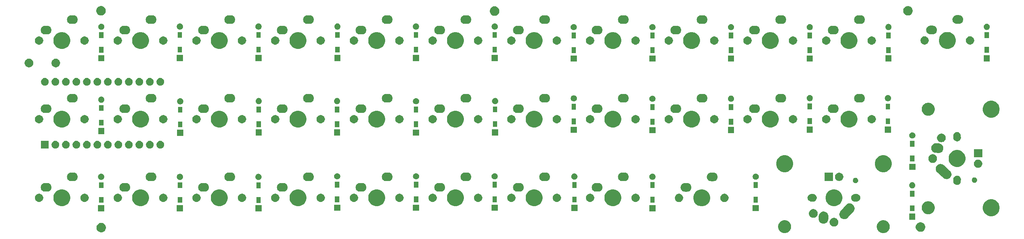
<source format=gts>
G04 #@! TF.GenerationSoftware,KiCad,Pcbnew,(5.1.5-0-10_14)*
G04 #@! TF.CreationDate,2019-12-29T16:50:38+09:00*
G04 #@! TF.ProjectId,First_keyboard30,46697273-745f-46b6-9579-626f61726433,rev?*
G04 #@! TF.SameCoordinates,Original*
G04 #@! TF.FileFunction,Soldermask,Bot*
G04 #@! TF.FilePolarity,Negative*
%FSLAX46Y46*%
G04 Gerber Fmt 4.6, Leading zero omitted, Abs format (unit mm)*
G04 Created by KiCad (PCBNEW (5.1.5-0-10_14)) date 2019-12-29 16:50:38*
%MOMM*%
%LPD*%
G04 APERTURE LIST*
%ADD10C,0.100000*%
G04 APERTURE END LIST*
D10*
G36*
X236598601Y-136053024D02*
G01*
X236837411Y-136100526D01*
X236904907Y-136128484D01*
X237124041Y-136219252D01*
X237188663Y-136262431D01*
X237382004Y-136391617D01*
X237601383Y-136610996D01*
X237660185Y-136699000D01*
X237773748Y-136868959D01*
X237839556Y-137027835D01*
X237892474Y-137155589D01*
X237894306Y-137164799D01*
X237953000Y-137459875D01*
X237953000Y-137770125D01*
X237892474Y-138074410D01*
X237773748Y-138361041D01*
X237718504Y-138443719D01*
X237601383Y-138619004D01*
X237382004Y-138838383D01*
X237209639Y-138953553D01*
X237124041Y-139010748D01*
X236956137Y-139080296D01*
X236837411Y-139129474D01*
X236685267Y-139159737D01*
X236533125Y-139190000D01*
X236222875Y-139190000D01*
X236070733Y-139159737D01*
X235918589Y-139129474D01*
X235799863Y-139080296D01*
X235631959Y-139010748D01*
X235546361Y-138953553D01*
X235373996Y-138838383D01*
X235154617Y-138619004D01*
X235037496Y-138443719D01*
X234982252Y-138361041D01*
X234863526Y-138074410D01*
X234803000Y-137770125D01*
X234803000Y-137459875D01*
X234861694Y-137164799D01*
X234863526Y-137155589D01*
X234916444Y-137027835D01*
X234982252Y-136868959D01*
X235095815Y-136699000D01*
X235154617Y-136610996D01*
X235373996Y-136391617D01*
X235567337Y-136262431D01*
X235631959Y-136219252D01*
X235851093Y-136128484D01*
X235918589Y-136100526D01*
X236157399Y-136053024D01*
X236222875Y-136040000D01*
X236533125Y-136040000D01*
X236598601Y-136053024D01*
G37*
G36*
X212722601Y-136053024D02*
G01*
X212961411Y-136100526D01*
X213028907Y-136128484D01*
X213248041Y-136219252D01*
X213312663Y-136262431D01*
X213506004Y-136391617D01*
X213725383Y-136610996D01*
X213784185Y-136699000D01*
X213897748Y-136868959D01*
X213963556Y-137027835D01*
X214016474Y-137155589D01*
X214018306Y-137164799D01*
X214077000Y-137459875D01*
X214077000Y-137770125D01*
X214016474Y-138074410D01*
X213897748Y-138361041D01*
X213842504Y-138443719D01*
X213725383Y-138619004D01*
X213506004Y-138838383D01*
X213333639Y-138953553D01*
X213248041Y-139010748D01*
X213080137Y-139080296D01*
X212961411Y-139129474D01*
X212809267Y-139159737D01*
X212657125Y-139190000D01*
X212346875Y-139190000D01*
X212194733Y-139159737D01*
X212042589Y-139129474D01*
X211923863Y-139080296D01*
X211755959Y-139010748D01*
X211670361Y-138953553D01*
X211497996Y-138838383D01*
X211278617Y-138619004D01*
X211161496Y-138443719D01*
X211106252Y-138361041D01*
X210987526Y-138074410D01*
X210927000Y-137770125D01*
X210927000Y-137459875D01*
X210985694Y-137164799D01*
X210987526Y-137155589D01*
X211040444Y-137027835D01*
X211106252Y-136868959D01*
X211219815Y-136699000D01*
X211278617Y-136610996D01*
X211497996Y-136391617D01*
X211691337Y-136262431D01*
X211755959Y-136219252D01*
X211975093Y-136128484D01*
X212042589Y-136100526D01*
X212281399Y-136053024D01*
X212346875Y-136040000D01*
X212657125Y-136040000D01*
X212722601Y-136053024D01*
G37*
G36*
X47334549Y-136721116D02*
G01*
X47445734Y-136743232D01*
X47655203Y-136829997D01*
X47843720Y-136955960D01*
X48004040Y-137116280D01*
X48130003Y-137304797D01*
X48216768Y-137514266D01*
X48261000Y-137736636D01*
X48261000Y-137963364D01*
X48216768Y-138185734D01*
X48130003Y-138395203D01*
X48004040Y-138583720D01*
X47843720Y-138744040D01*
X47655203Y-138870003D01*
X47445734Y-138956768D01*
X47334549Y-138978884D01*
X47223365Y-139001000D01*
X46996635Y-139001000D01*
X46885451Y-138978884D01*
X46774266Y-138956768D01*
X46564797Y-138870003D01*
X46376280Y-138744040D01*
X46215960Y-138583720D01*
X46089997Y-138395203D01*
X46003232Y-138185734D01*
X45959000Y-137963364D01*
X45959000Y-137736636D01*
X46003232Y-137514266D01*
X46089997Y-137304797D01*
X46215960Y-137116280D01*
X46376280Y-136955960D01*
X46564797Y-136829997D01*
X46774266Y-136743232D01*
X46885451Y-136721116D01*
X46996635Y-136699000D01*
X47223365Y-136699000D01*
X47334549Y-136721116D01*
G37*
G36*
X245604549Y-136581116D02*
G01*
X245715734Y-136603232D01*
X245925203Y-136689997D01*
X246113720Y-136815960D01*
X246274040Y-136976280D01*
X246400003Y-137164797D01*
X246486768Y-137374266D01*
X246531000Y-137596636D01*
X246531000Y-137823364D01*
X246486768Y-138045734D01*
X246400003Y-138255203D01*
X246274040Y-138443720D01*
X246113720Y-138604040D01*
X245925203Y-138730003D01*
X245715734Y-138816768D01*
X245607068Y-138838383D01*
X245493365Y-138861000D01*
X245266635Y-138861000D01*
X245152932Y-138838383D01*
X245044266Y-138816768D01*
X244834797Y-138730003D01*
X244646280Y-138604040D01*
X244485960Y-138443720D01*
X244359997Y-138255203D01*
X244273232Y-138045734D01*
X244229000Y-137823364D01*
X244229000Y-137596636D01*
X244273232Y-137374266D01*
X244359997Y-137164797D01*
X244485960Y-136976280D01*
X244646280Y-136815960D01*
X244834797Y-136689997D01*
X245044266Y-136603232D01*
X245155451Y-136581116D01*
X245266635Y-136559000D01*
X245493365Y-136559000D01*
X245604549Y-136581116D01*
G37*
G36*
X224746564Y-135519389D02*
G01*
X224927111Y-135594174D01*
X224937835Y-135598616D01*
X225109973Y-135713635D01*
X225256365Y-135860027D01*
X225362495Y-136018861D01*
X225371385Y-136032167D01*
X225450611Y-136223436D01*
X225491000Y-136426484D01*
X225491000Y-136633516D01*
X225450611Y-136836564D01*
X225392739Y-136976280D01*
X225371384Y-137027835D01*
X225256365Y-137199973D01*
X225109973Y-137346365D01*
X224937835Y-137461384D01*
X224937834Y-137461385D01*
X224937833Y-137461385D01*
X224746564Y-137540611D01*
X224543516Y-137581000D01*
X224336484Y-137581000D01*
X224133436Y-137540611D01*
X223942167Y-137461385D01*
X223942166Y-137461385D01*
X223942165Y-137461384D01*
X223770027Y-137346365D01*
X223623635Y-137199973D01*
X223508616Y-137027835D01*
X223487261Y-136976280D01*
X223429389Y-136836564D01*
X223389000Y-136633516D01*
X223389000Y-136426484D01*
X223429389Y-136223436D01*
X223508615Y-136032167D01*
X223517506Y-136018861D01*
X223623635Y-135860027D01*
X223770027Y-135713635D01*
X223942165Y-135598616D01*
X223952889Y-135594174D01*
X224133436Y-135519389D01*
X224336484Y-135479000D01*
X224543516Y-135479000D01*
X224746564Y-135519389D01*
G37*
G36*
X222248829Y-133989380D02*
G01*
X222248831Y-133989381D01*
X222248833Y-133989381D01*
X222320641Y-134016623D01*
X222465419Y-134071547D01*
X222661818Y-134194389D01*
X222830477Y-134353186D01*
X222964915Y-134541836D01*
X223059967Y-134753089D01*
X223059968Y-134753093D01*
X223111980Y-134978825D01*
X223114235Y-135053727D01*
X223117206Y-135152348D01*
X223076288Y-135752554D01*
X223076000Y-135761032D01*
X223076000Y-135825826D01*
X223060167Y-135905423D01*
X223059515Y-135908982D01*
X223041078Y-136018861D01*
X223041077Y-136018865D01*
X223037466Y-136028383D01*
X223031743Y-136048323D01*
X223030807Y-136053027D01*
X222999511Y-136128583D01*
X222998183Y-136131931D01*
X222958911Y-136235451D01*
X222953571Y-136243988D01*
X222944074Y-136262419D01*
X222942158Y-136267045D01*
X222942156Y-136267048D01*
X222896131Y-136335929D01*
X222894118Y-136339041D01*
X222836069Y-136431850D01*
X222829316Y-136439023D01*
X222816407Y-136455245D01*
X222813461Y-136459654D01*
X222753704Y-136519411D01*
X222751115Y-136522080D01*
X222677272Y-136600509D01*
X222669519Y-136606034D01*
X222653674Y-136619441D01*
X222649654Y-136623461D01*
X222603175Y-136654516D01*
X222577637Y-136671580D01*
X222574604Y-136673674D01*
X222488623Y-136734947D01*
X222480292Y-136738696D01*
X222462145Y-136748750D01*
X222457047Y-136752157D01*
X222457046Y-136752158D01*
X222457045Y-136752158D01*
X222374698Y-136786267D01*
X222371366Y-136787706D01*
X222277370Y-136829999D01*
X222268916Y-136831947D01*
X222249162Y-136838266D01*
X222243027Y-136840807D01*
X222152967Y-136858721D01*
X222149287Y-136859511D01*
X222051633Y-136882011D01*
X222043478Y-136882257D01*
X222022856Y-136884602D01*
X222015826Y-136886000D01*
X221921060Y-136886000D01*
X221917303Y-136886057D01*
X221820087Y-136888985D01*
X221812559Y-136887722D01*
X221791888Y-136886000D01*
X221784174Y-136886000D01*
X221688267Y-136866923D01*
X221684669Y-136866263D01*
X221591629Y-136850652D01*
X221585007Y-136848140D01*
X221565064Y-136842416D01*
X221556973Y-136840807D01*
X221463889Y-136802250D01*
X221460522Y-136800914D01*
X221375039Y-136768485D01*
X221375034Y-136768483D01*
X221369485Y-136765012D01*
X221351044Y-136755509D01*
X221342955Y-136752158D01*
X221256869Y-136694637D01*
X221253800Y-136692654D01*
X221178640Y-136645643D01*
X221174230Y-136641491D01*
X221158001Y-136628576D01*
X221150346Y-136623461D01*
X221075416Y-136548531D01*
X221072743Y-136545938D01*
X221009981Y-136486846D01*
X221006727Y-136482280D01*
X220993321Y-136466436D01*
X220986539Y-136459654D01*
X220926504Y-136369805D01*
X220924366Y-136366707D01*
X220875543Y-136298197D01*
X220873393Y-136293418D01*
X220863343Y-136275278D01*
X220857842Y-136267045D01*
X220815846Y-136165657D01*
X220814362Y-136162222D01*
X220800757Y-136131984D01*
X220780491Y-136086944D01*
X220779379Y-136082118D01*
X220773058Y-136062357D01*
X220769193Y-136053026D01*
X220747561Y-135944275D01*
X220746775Y-135940614D01*
X220728478Y-135861206D01*
X220728335Y-135856454D01*
X220725991Y-135835835D01*
X220724000Y-135825825D01*
X220724000Y-135714359D01*
X220723944Y-135710653D01*
X220723252Y-135687685D01*
X220723712Y-135680934D01*
X220724000Y-135672468D01*
X220724000Y-135594172D01*
X220730995Y-135559004D01*
X220733107Y-135543131D01*
X220770653Y-134992379D01*
X220799380Y-134821171D01*
X220881546Y-134604581D01*
X221004389Y-134408182D01*
X221163186Y-134239523D01*
X221351835Y-134105085D01*
X221563088Y-134010033D01*
X221788825Y-133958020D01*
X221911787Y-133954317D01*
X222020371Y-133951047D01*
X222248829Y-133989380D01*
G37*
G36*
X244139500Y-135969500D02*
G01*
X242640500Y-135969500D01*
X242640500Y-134470500D01*
X244139500Y-134470500D01*
X244139500Y-135969500D01*
G37*
G36*
X228417522Y-132000245D02*
G01*
X228642511Y-132055404D01*
X228747279Y-132104314D01*
X228852420Y-132153398D01*
X228940958Y-132218377D01*
X229039171Y-132290455D01*
X229195597Y-132461315D01*
X229315686Y-132659409D01*
X229394821Y-132877125D01*
X229394821Y-132877126D01*
X229429960Y-133106092D01*
X229429960Y-133106096D01*
X229419755Y-133337522D01*
X229364596Y-133562512D01*
X229326332Y-133644475D01*
X229266604Y-133772418D01*
X229246728Y-133799500D01*
X229163891Y-133912372D01*
X229163885Y-133912379D01*
X229163884Y-133912380D01*
X228910852Y-134194389D01*
X227955064Y-135259632D01*
X227877164Y-135346452D01*
X227866273Y-135360479D01*
X227853459Y-135379656D01*
X227796599Y-135436516D01*
X227791952Y-135441423D01*
X227776739Y-135458378D01*
X227755056Y-135478230D01*
X227751117Y-135481998D01*
X227689655Y-135543460D01*
X227675931Y-135552630D01*
X227660976Y-135564362D01*
X227648695Y-135575605D01*
X227573918Y-135620937D01*
X227569350Y-135623845D01*
X227497045Y-135672158D01*
X227481776Y-135678483D01*
X227464851Y-135687055D01*
X227450601Y-135695694D01*
X227368434Y-135725559D01*
X227363392Y-135727519D01*
X227283027Y-135760807D01*
X227266822Y-135764030D01*
X227248527Y-135769142D01*
X227232885Y-135774828D01*
X227146547Y-135788078D01*
X227141130Y-135789032D01*
X227055827Y-135806000D01*
X227039305Y-135806000D01*
X227020343Y-135807447D01*
X227003918Y-135809968D01*
X227003914Y-135809968D01*
X226916654Y-135806120D01*
X226911186Y-135806000D01*
X226824173Y-135806000D01*
X226807955Y-135802774D01*
X226789095Y-135800495D01*
X226772489Y-135799763D01*
X226687679Y-135778971D01*
X226682386Y-135777797D01*
X226613171Y-135764029D01*
X226596972Y-135760807D01*
X226581679Y-135754472D01*
X226563620Y-135748556D01*
X226547499Y-135744604D01*
X226468440Y-135707696D01*
X226463469Y-135705508D01*
X226382955Y-135672158D01*
X226369171Y-135662948D01*
X226352615Y-135653625D01*
X226337594Y-135646612D01*
X226267331Y-135595046D01*
X226262832Y-135591894D01*
X226190346Y-135543461D01*
X226178616Y-135531731D01*
X226164185Y-135519347D01*
X226150843Y-135509555D01*
X226150840Y-135509553D01*
X226092021Y-135445307D01*
X226088236Y-135441351D01*
X226026541Y-135379656D01*
X226017314Y-135365847D01*
X226005586Y-135350897D01*
X225994413Y-135338693D01*
X225949273Y-135264232D01*
X225946359Y-135259656D01*
X225897842Y-135187045D01*
X225891478Y-135171682D01*
X225882900Y-135154745D01*
X225874324Y-135140599D01*
X225844591Y-135058797D01*
X225842637Y-135053767D01*
X225809193Y-134973027D01*
X225805947Y-134956709D01*
X225800833Y-134938408D01*
X225795190Y-134922883D01*
X225782003Y-134836957D01*
X225781048Y-134831533D01*
X225764000Y-134745827D01*
X225764000Y-134729186D01*
X225762553Y-134710224D01*
X225760050Y-134693916D01*
X225761200Y-134667842D01*
X225763880Y-134607060D01*
X225764000Y-134601592D01*
X225764000Y-134514173D01*
X225767249Y-134497839D01*
X225769528Y-134478980D01*
X225770255Y-134462487D01*
X225790956Y-134378050D01*
X225792131Y-134372752D01*
X225809193Y-134286973D01*
X225815576Y-134271564D01*
X225821487Y-134253516D01*
X225825414Y-134237497D01*
X225862173Y-134158757D01*
X225864354Y-134153801D01*
X225897842Y-134072955D01*
X225907106Y-134059091D01*
X225916434Y-134042527D01*
X225923405Y-134027594D01*
X225923406Y-134027592D01*
X225974801Y-133957563D01*
X225977940Y-133953080D01*
X226026539Y-133880346D01*
X226083728Y-133823157D01*
X226088378Y-133818247D01*
X227413261Y-132341640D01*
X227413267Y-132341635D01*
X227413271Y-132341630D01*
X227541314Y-132224403D01*
X227739408Y-132104314D01*
X227957124Y-132025179D01*
X228033448Y-132013466D01*
X228186091Y-131990040D01*
X228186095Y-131990040D01*
X228417522Y-132000245D01*
G37*
G36*
X219746564Y-133419389D02*
G01*
X219937833Y-133498615D01*
X219937835Y-133498616D01*
X220109973Y-133613635D01*
X220256365Y-133760027D01*
X220362922Y-133919500D01*
X220371385Y-133932167D01*
X220450611Y-134123436D01*
X220491000Y-134326484D01*
X220491000Y-134533516D01*
X220450611Y-134736564D01*
X220409027Y-134836957D01*
X220371384Y-134927835D01*
X220256365Y-135099973D01*
X220109973Y-135246365D01*
X219937835Y-135361384D01*
X219937834Y-135361385D01*
X219937833Y-135361385D01*
X219746564Y-135440611D01*
X219543516Y-135481000D01*
X219336484Y-135481000D01*
X219133436Y-135440611D01*
X218942167Y-135361385D01*
X218942166Y-135361385D01*
X218942165Y-135361384D01*
X218770027Y-135246365D01*
X218623635Y-135099973D01*
X218508616Y-134927835D01*
X218470973Y-134836957D01*
X218429389Y-134736564D01*
X218389000Y-134533516D01*
X218389000Y-134326484D01*
X218429389Y-134123436D01*
X218508615Y-133932167D01*
X218517079Y-133919500D01*
X218623635Y-133760027D01*
X218770027Y-133613635D01*
X218942165Y-133498616D01*
X218942167Y-133498615D01*
X219133436Y-133419389D01*
X219336484Y-133379000D01*
X219543516Y-133379000D01*
X219746564Y-133419389D01*
G37*
G36*
X263091474Y-131081684D02*
G01*
X263309474Y-131171983D01*
X263463623Y-131235833D01*
X263798548Y-131459623D01*
X264083377Y-131744452D01*
X264307167Y-132079377D01*
X264337827Y-132153398D01*
X264461316Y-132451526D01*
X264539900Y-132846594D01*
X264539900Y-133249406D01*
X264461316Y-133644474D01*
X264413452Y-133760027D01*
X264307167Y-134016623D01*
X264083377Y-134351548D01*
X263798548Y-134636377D01*
X263463623Y-134860167D01*
X263312217Y-134922881D01*
X263091474Y-135014316D01*
X262696406Y-135092900D01*
X262293594Y-135092900D01*
X261898526Y-135014316D01*
X261677783Y-134922881D01*
X261526377Y-134860167D01*
X261191452Y-134636377D01*
X260906623Y-134351548D01*
X260682833Y-134016623D01*
X260576548Y-133760027D01*
X260528684Y-133644474D01*
X260450100Y-133249406D01*
X260450100Y-132846594D01*
X260528684Y-132451526D01*
X260652173Y-132153398D01*
X260682833Y-132079377D01*
X260906623Y-131744452D01*
X261191452Y-131459623D01*
X261526377Y-131235833D01*
X261680526Y-131171983D01*
X261898526Y-131081684D01*
X262293594Y-131003100D01*
X262696406Y-131003100D01*
X263091474Y-131081684D01*
G37*
G36*
X247527639Y-131496375D02*
G01*
X247714411Y-131533526D01*
X247833137Y-131582704D01*
X248001041Y-131652252D01*
X248001042Y-131652253D01*
X248259004Y-131824617D01*
X248478383Y-132043996D01*
X248502024Y-132079378D01*
X248650748Y-132301959D01*
X248695707Y-132410500D01*
X248769474Y-132588589D01*
X248830000Y-132892876D01*
X248830000Y-133203124D01*
X248771109Y-133499193D01*
X248769474Y-133507410D01*
X248650748Y-133794041D01*
X248650747Y-133794042D01*
X248478383Y-134052004D01*
X248259004Y-134271383D01*
X248107294Y-134372752D01*
X248001041Y-134443748D01*
X247870453Y-134497839D01*
X247714411Y-134562474D01*
X247630358Y-134579193D01*
X247410125Y-134623000D01*
X247099875Y-134623000D01*
X246879642Y-134579193D01*
X246795589Y-134562474D01*
X246639547Y-134497839D01*
X246508959Y-134443748D01*
X246402706Y-134372752D01*
X246250996Y-134271383D01*
X246031617Y-134052004D01*
X245859253Y-133794042D01*
X245859252Y-133794041D01*
X245740526Y-133507410D01*
X245738892Y-133499193D01*
X245680000Y-133203124D01*
X245680000Y-132892876D01*
X245740526Y-132588589D01*
X245814293Y-132410500D01*
X245859252Y-132301959D01*
X246007976Y-132079378D01*
X246031617Y-132043996D01*
X246250996Y-131824617D01*
X246508958Y-131652253D01*
X246508959Y-131652252D01*
X246676863Y-131582704D01*
X246795589Y-131533526D01*
X246982361Y-131496375D01*
X247099875Y-131473000D01*
X247410125Y-131473000D01*
X247527639Y-131496375D01*
G37*
G36*
X85919500Y-133939500D02*
G01*
X84420500Y-133939500D01*
X84420500Y-132440500D01*
X85919500Y-132440500D01*
X85919500Y-133939500D01*
G37*
G36*
X66909500Y-133919500D02*
G01*
X65410500Y-133919500D01*
X65410500Y-132420500D01*
X66909500Y-132420500D01*
X66909500Y-133919500D01*
G37*
G36*
X47859500Y-133909500D02*
G01*
X46360500Y-133909500D01*
X46360500Y-132410500D01*
X47859500Y-132410500D01*
X47859500Y-133909500D01*
G37*
G36*
X181259500Y-133889500D02*
G01*
X179760500Y-133889500D01*
X179760500Y-132390500D01*
X181259500Y-132390500D01*
X181259500Y-133889500D01*
G37*
G36*
X243916000Y-133886000D02*
G01*
X242864000Y-133886000D01*
X242864000Y-132484000D01*
X243916000Y-132484000D01*
X243916000Y-133886000D01*
G37*
G36*
X206249500Y-133879500D02*
G01*
X204750500Y-133879500D01*
X204750500Y-132380500D01*
X206249500Y-132380500D01*
X206249500Y-133879500D01*
G37*
G36*
X162369500Y-133849500D02*
G01*
X160870500Y-133849500D01*
X160870500Y-132350500D01*
X162369500Y-132350500D01*
X162369500Y-133849500D01*
G37*
G36*
X104959500Y-133799500D02*
G01*
X103460500Y-133799500D01*
X103460500Y-132300500D01*
X104959500Y-132300500D01*
X104959500Y-133799500D01*
G37*
G36*
X143079500Y-133799500D02*
G01*
X141580500Y-133799500D01*
X141580500Y-132300500D01*
X143079500Y-132300500D01*
X143079500Y-133799500D01*
G37*
G36*
X124059500Y-133789500D02*
G01*
X122560500Y-133789500D01*
X122560500Y-132290500D01*
X124059500Y-132290500D01*
X124059500Y-133789500D01*
G37*
G36*
X193048254Y-128667818D02*
G01*
X193421511Y-128822426D01*
X193421513Y-128822427D01*
X193757436Y-129046884D01*
X194043116Y-129332564D01*
X194260893Y-129658489D01*
X194267574Y-129668489D01*
X194422182Y-130041746D01*
X194501000Y-130437993D01*
X194501000Y-130842007D01*
X194422182Y-131238254D01*
X194299876Y-131533526D01*
X194267573Y-131611513D01*
X194043116Y-131947436D01*
X193757436Y-132233116D01*
X193421513Y-132457573D01*
X193421512Y-132457574D01*
X193421511Y-132457574D01*
X193048254Y-132612182D01*
X192652007Y-132691000D01*
X192247993Y-132691000D01*
X191851746Y-132612182D01*
X191478489Y-132457574D01*
X191478488Y-132457574D01*
X191478487Y-132457573D01*
X191142564Y-132233116D01*
X190856884Y-131947436D01*
X190632427Y-131611513D01*
X190600124Y-131533526D01*
X190477818Y-131238254D01*
X190399000Y-130842007D01*
X190399000Y-130437993D01*
X190477818Y-130041746D01*
X190632426Y-129668489D01*
X190639108Y-129658489D01*
X190856884Y-129332564D01*
X191142564Y-129046884D01*
X191478487Y-128822427D01*
X191478489Y-128822426D01*
X191851746Y-128667818D01*
X192247993Y-128589000D01*
X192652007Y-128589000D01*
X193048254Y-128667818D01*
G37*
G36*
X152478254Y-128657818D02*
G01*
X152851511Y-128812426D01*
X152851513Y-128812427D01*
X153084498Y-128968103D01*
X153187436Y-129036884D01*
X153473116Y-129322564D01*
X153697574Y-129658489D01*
X153852182Y-130031746D01*
X153931000Y-130427993D01*
X153931000Y-130832007D01*
X153852182Y-131228254D01*
X153698770Y-131598623D01*
X153697573Y-131601513D01*
X153473116Y-131937436D01*
X153187436Y-132223116D01*
X152851513Y-132447573D01*
X152851512Y-132447574D01*
X152851511Y-132447574D01*
X152478254Y-132602182D01*
X152082007Y-132681000D01*
X151677993Y-132681000D01*
X151281746Y-132602182D01*
X150908489Y-132447574D01*
X150908488Y-132447574D01*
X150908487Y-132447573D01*
X150572564Y-132223116D01*
X150286884Y-131937436D01*
X150062427Y-131601513D01*
X150061230Y-131598623D01*
X149907818Y-131228254D01*
X149829000Y-130832007D01*
X149829000Y-130427993D01*
X149907818Y-130031746D01*
X150062426Y-129658489D01*
X150286884Y-129322564D01*
X150572564Y-129036884D01*
X150675502Y-128968103D01*
X150908487Y-128812427D01*
X150908489Y-128812426D01*
X151281746Y-128657818D01*
X151677993Y-128579000D01*
X152082007Y-128579000D01*
X152478254Y-128657818D01*
G37*
G36*
X171528254Y-128657818D02*
G01*
X171901511Y-128812426D01*
X171901513Y-128812427D01*
X172134498Y-128968103D01*
X172237436Y-129036884D01*
X172523116Y-129322564D01*
X172747574Y-129658489D01*
X172902182Y-130031746D01*
X172981000Y-130427993D01*
X172981000Y-130832007D01*
X172902182Y-131228254D01*
X172748770Y-131598623D01*
X172747573Y-131601513D01*
X172523116Y-131937436D01*
X172237436Y-132223116D01*
X171901513Y-132447573D01*
X171901512Y-132447574D01*
X171901511Y-132447574D01*
X171528254Y-132602182D01*
X171132007Y-132681000D01*
X170727993Y-132681000D01*
X170331746Y-132602182D01*
X169958489Y-132447574D01*
X169958488Y-132447574D01*
X169958487Y-132447573D01*
X169622564Y-132223116D01*
X169336884Y-131937436D01*
X169112427Y-131601513D01*
X169111230Y-131598623D01*
X168957818Y-131228254D01*
X168879000Y-130832007D01*
X168879000Y-130427993D01*
X168957818Y-130031746D01*
X169112426Y-129658489D01*
X169336884Y-129322564D01*
X169622564Y-129036884D01*
X169725502Y-128968103D01*
X169958487Y-128812427D01*
X169958489Y-128812426D01*
X170331746Y-128657818D01*
X170727993Y-128579000D01*
X171132007Y-128579000D01*
X171528254Y-128657818D01*
G37*
G36*
X76278254Y-128657818D02*
G01*
X76651511Y-128812426D01*
X76651513Y-128812427D01*
X76884498Y-128968103D01*
X76987436Y-129036884D01*
X77273116Y-129322564D01*
X77497574Y-129658489D01*
X77652182Y-130031746D01*
X77731000Y-130427993D01*
X77731000Y-130832007D01*
X77652182Y-131228254D01*
X77498770Y-131598623D01*
X77497573Y-131601513D01*
X77273116Y-131937436D01*
X76987436Y-132223116D01*
X76651513Y-132447573D01*
X76651512Y-132447574D01*
X76651511Y-132447574D01*
X76278254Y-132602182D01*
X75882007Y-132681000D01*
X75477993Y-132681000D01*
X75081746Y-132602182D01*
X74708489Y-132447574D01*
X74708488Y-132447574D01*
X74708487Y-132447573D01*
X74372564Y-132223116D01*
X74086884Y-131937436D01*
X73862427Y-131601513D01*
X73861230Y-131598623D01*
X73707818Y-131228254D01*
X73629000Y-130832007D01*
X73629000Y-130427993D01*
X73707818Y-130031746D01*
X73862426Y-129658489D01*
X74086884Y-129322564D01*
X74372564Y-129036884D01*
X74475502Y-128968103D01*
X74708487Y-128812427D01*
X74708489Y-128812426D01*
X75081746Y-128657818D01*
X75477993Y-128579000D01*
X75882007Y-128579000D01*
X76278254Y-128657818D01*
G37*
G36*
X95328254Y-128657818D02*
G01*
X95701511Y-128812426D01*
X95701513Y-128812427D01*
X95934498Y-128968103D01*
X96037436Y-129036884D01*
X96323116Y-129322564D01*
X96547574Y-129658489D01*
X96702182Y-130031746D01*
X96781000Y-130427993D01*
X96781000Y-130832007D01*
X96702182Y-131228254D01*
X96548770Y-131598623D01*
X96547573Y-131601513D01*
X96323116Y-131937436D01*
X96037436Y-132223116D01*
X95701513Y-132447573D01*
X95701512Y-132447574D01*
X95701511Y-132447574D01*
X95328254Y-132602182D01*
X94932007Y-132681000D01*
X94527993Y-132681000D01*
X94131746Y-132602182D01*
X93758489Y-132447574D01*
X93758488Y-132447574D01*
X93758487Y-132447573D01*
X93422564Y-132223116D01*
X93136884Y-131937436D01*
X92912427Y-131601513D01*
X92911230Y-131598623D01*
X92757818Y-131228254D01*
X92679000Y-130832007D01*
X92679000Y-130427993D01*
X92757818Y-130031746D01*
X92912426Y-129658489D01*
X93136884Y-129322564D01*
X93422564Y-129036884D01*
X93525502Y-128968103D01*
X93758487Y-128812427D01*
X93758489Y-128812426D01*
X94131746Y-128657818D01*
X94527993Y-128579000D01*
X94932007Y-128579000D01*
X95328254Y-128657818D01*
G37*
G36*
X38178254Y-128657818D02*
G01*
X38551511Y-128812426D01*
X38551513Y-128812427D01*
X38784498Y-128968103D01*
X38887436Y-129036884D01*
X39173116Y-129322564D01*
X39397574Y-129658489D01*
X39552182Y-130031746D01*
X39631000Y-130427993D01*
X39631000Y-130832007D01*
X39552182Y-131228254D01*
X39398770Y-131598623D01*
X39397573Y-131601513D01*
X39173116Y-131937436D01*
X38887436Y-132223116D01*
X38551513Y-132447573D01*
X38551512Y-132447574D01*
X38551511Y-132447574D01*
X38178254Y-132602182D01*
X37782007Y-132681000D01*
X37377993Y-132681000D01*
X36981746Y-132602182D01*
X36608489Y-132447574D01*
X36608488Y-132447574D01*
X36608487Y-132447573D01*
X36272564Y-132223116D01*
X35986884Y-131937436D01*
X35762427Y-131601513D01*
X35761230Y-131598623D01*
X35607818Y-131228254D01*
X35529000Y-130832007D01*
X35529000Y-130427993D01*
X35607818Y-130031746D01*
X35762426Y-129658489D01*
X35986884Y-129322564D01*
X36272564Y-129036884D01*
X36375502Y-128968103D01*
X36608487Y-128812427D01*
X36608489Y-128812426D01*
X36981746Y-128657818D01*
X37377993Y-128579000D01*
X37782007Y-128579000D01*
X38178254Y-128657818D01*
G37*
G36*
X114378254Y-128657818D02*
G01*
X114751511Y-128812426D01*
X114751513Y-128812427D01*
X114984498Y-128968103D01*
X115087436Y-129036884D01*
X115373116Y-129322564D01*
X115597574Y-129658489D01*
X115752182Y-130031746D01*
X115831000Y-130427993D01*
X115831000Y-130832007D01*
X115752182Y-131228254D01*
X115598770Y-131598623D01*
X115597573Y-131601513D01*
X115373116Y-131937436D01*
X115087436Y-132223116D01*
X114751513Y-132447573D01*
X114751512Y-132447574D01*
X114751511Y-132447574D01*
X114378254Y-132602182D01*
X113982007Y-132681000D01*
X113577993Y-132681000D01*
X113181746Y-132602182D01*
X112808489Y-132447574D01*
X112808488Y-132447574D01*
X112808487Y-132447573D01*
X112472564Y-132223116D01*
X112186884Y-131937436D01*
X111962427Y-131601513D01*
X111961230Y-131598623D01*
X111807818Y-131228254D01*
X111729000Y-130832007D01*
X111729000Y-130427993D01*
X111807818Y-130031746D01*
X111962426Y-129658489D01*
X112186884Y-129322564D01*
X112472564Y-129036884D01*
X112575502Y-128968103D01*
X112808487Y-128812427D01*
X112808489Y-128812426D01*
X113181746Y-128657818D01*
X113577993Y-128579000D01*
X113982007Y-128579000D01*
X114378254Y-128657818D01*
G37*
G36*
X133428254Y-128657818D02*
G01*
X133801511Y-128812426D01*
X133801513Y-128812427D01*
X134034498Y-128968103D01*
X134137436Y-129036884D01*
X134423116Y-129322564D01*
X134647574Y-129658489D01*
X134802182Y-130031746D01*
X134881000Y-130427993D01*
X134881000Y-130832007D01*
X134802182Y-131228254D01*
X134648770Y-131598623D01*
X134647573Y-131601513D01*
X134423116Y-131937436D01*
X134137436Y-132223116D01*
X133801513Y-132447573D01*
X133801512Y-132447574D01*
X133801511Y-132447574D01*
X133428254Y-132602182D01*
X133032007Y-132681000D01*
X132627993Y-132681000D01*
X132231746Y-132602182D01*
X131858489Y-132447574D01*
X131858488Y-132447574D01*
X131858487Y-132447573D01*
X131522564Y-132223116D01*
X131236884Y-131937436D01*
X131012427Y-131601513D01*
X131011230Y-131598623D01*
X130857818Y-131228254D01*
X130779000Y-130832007D01*
X130779000Y-130427993D01*
X130857818Y-130031746D01*
X131012426Y-129658489D01*
X131236884Y-129322564D01*
X131522564Y-129036884D01*
X131625502Y-128968103D01*
X131858487Y-128812427D01*
X131858489Y-128812426D01*
X132231746Y-128657818D01*
X132627993Y-128579000D01*
X133032007Y-128579000D01*
X133428254Y-128657818D01*
G37*
G36*
X57228254Y-128657818D02*
G01*
X57601511Y-128812426D01*
X57601513Y-128812427D01*
X57834498Y-128968103D01*
X57937436Y-129036884D01*
X58223116Y-129322564D01*
X58447574Y-129658489D01*
X58602182Y-130031746D01*
X58681000Y-130427993D01*
X58681000Y-130832007D01*
X58602182Y-131228254D01*
X58448770Y-131598623D01*
X58447573Y-131601513D01*
X58223116Y-131937436D01*
X57937436Y-132223116D01*
X57601513Y-132447573D01*
X57601512Y-132447574D01*
X57601511Y-132447574D01*
X57228254Y-132602182D01*
X56832007Y-132681000D01*
X56427993Y-132681000D01*
X56031746Y-132602182D01*
X55658489Y-132447574D01*
X55658488Y-132447574D01*
X55658487Y-132447573D01*
X55322564Y-132223116D01*
X55036884Y-131937436D01*
X54812427Y-131601513D01*
X54811230Y-131598623D01*
X54657818Y-131228254D01*
X54579000Y-130832007D01*
X54579000Y-130427993D01*
X54657818Y-130031746D01*
X54812426Y-129658489D01*
X55036884Y-129322564D01*
X55322564Y-129036884D01*
X55425502Y-128968103D01*
X55658487Y-128812427D01*
X55658489Y-128812426D01*
X56031746Y-128657818D01*
X56427993Y-128579000D01*
X56832007Y-128579000D01*
X57228254Y-128657818D01*
G37*
G36*
X225036474Y-128663684D02*
G01*
X225254474Y-128753983D01*
X225408623Y-128817833D01*
X225743548Y-129041623D01*
X226028377Y-129326452D01*
X226252167Y-129661377D01*
X226294519Y-129763624D01*
X226406316Y-130033526D01*
X226484900Y-130428594D01*
X226484900Y-130831406D01*
X226406316Y-131226474D01*
X226355451Y-131349272D01*
X226252167Y-131598623D01*
X226028377Y-131933548D01*
X225743548Y-132218377D01*
X225408623Y-132442167D01*
X225254474Y-132506017D01*
X225036474Y-132596316D01*
X224641406Y-132674900D01*
X224238594Y-132674900D01*
X223843526Y-132596316D01*
X223625526Y-132506017D01*
X223471377Y-132442167D01*
X223136452Y-132218377D01*
X222851623Y-131933548D01*
X222627833Y-131598623D01*
X222524549Y-131349272D01*
X222473684Y-131226474D01*
X222395100Y-130831406D01*
X222395100Y-130428594D01*
X222473684Y-130033526D01*
X222585481Y-129763624D01*
X222627833Y-129661377D01*
X222851623Y-129326452D01*
X223136452Y-129041623D01*
X223471377Y-128817833D01*
X223625526Y-128753983D01*
X223843526Y-128663684D01*
X224238594Y-128585100D01*
X224641406Y-128585100D01*
X225036474Y-128663684D01*
G37*
G36*
X85696000Y-131856000D02*
G01*
X84644000Y-131856000D01*
X84644000Y-130454000D01*
X85696000Y-130454000D01*
X85696000Y-131856000D01*
G37*
G36*
X66686000Y-131836000D02*
G01*
X65634000Y-131836000D01*
X65634000Y-130434000D01*
X66686000Y-130434000D01*
X66686000Y-131836000D01*
G37*
G36*
X47636000Y-131826000D02*
G01*
X46584000Y-131826000D01*
X46584000Y-130424000D01*
X47636000Y-130424000D01*
X47636000Y-131826000D01*
G37*
G36*
X181036000Y-131806000D02*
G01*
X179984000Y-131806000D01*
X179984000Y-130404000D01*
X181036000Y-130404000D01*
X181036000Y-131806000D01*
G37*
G36*
X206026000Y-131796000D02*
G01*
X204974000Y-131796000D01*
X204974000Y-130394000D01*
X206026000Y-130394000D01*
X206026000Y-131796000D01*
G37*
G36*
X162146000Y-131766000D02*
G01*
X161094000Y-131766000D01*
X161094000Y-130364000D01*
X162146000Y-130364000D01*
X162146000Y-131766000D01*
G37*
G36*
X142856000Y-131716000D02*
G01*
X141804000Y-131716000D01*
X141804000Y-130314000D01*
X142856000Y-130314000D01*
X142856000Y-131716000D01*
G37*
G36*
X104736000Y-131716000D02*
G01*
X103684000Y-131716000D01*
X103684000Y-130314000D01*
X104736000Y-130314000D01*
X104736000Y-131716000D01*
G37*
G36*
X123836000Y-131706000D02*
G01*
X122784000Y-131706000D01*
X122784000Y-130304000D01*
X123836000Y-130304000D01*
X123836000Y-131706000D01*
G37*
G36*
X187241981Y-129677468D02*
G01*
X187424151Y-129752926D01*
X187588100Y-129862473D01*
X187727527Y-130001900D01*
X187837074Y-130165849D01*
X187912532Y-130348019D01*
X187951000Y-130541410D01*
X187951000Y-130738590D01*
X187912532Y-130931981D01*
X187837074Y-131114151D01*
X187727527Y-131278100D01*
X187588100Y-131417527D01*
X187424151Y-131527074D01*
X187241981Y-131602532D01*
X187048591Y-131641000D01*
X186851409Y-131641000D01*
X186658019Y-131602532D01*
X186475849Y-131527074D01*
X186311900Y-131417527D01*
X186172473Y-131278100D01*
X186062926Y-131114151D01*
X185987468Y-130931981D01*
X185949000Y-130738590D01*
X185949000Y-130541410D01*
X185987468Y-130348019D01*
X186062926Y-130165849D01*
X186172473Y-130001900D01*
X186311900Y-129862473D01*
X186475849Y-129752926D01*
X186658019Y-129677468D01*
X186851409Y-129639000D01*
X187048591Y-129639000D01*
X187241981Y-129677468D01*
G37*
G36*
X198241981Y-129677468D02*
G01*
X198424151Y-129752926D01*
X198588100Y-129862473D01*
X198727527Y-130001900D01*
X198837074Y-130165849D01*
X198912532Y-130348019D01*
X198951000Y-130541410D01*
X198951000Y-130738590D01*
X198912532Y-130931981D01*
X198837074Y-131114151D01*
X198727527Y-131278100D01*
X198588100Y-131417527D01*
X198424151Y-131527074D01*
X198241981Y-131602532D01*
X198048591Y-131641000D01*
X197851409Y-131641000D01*
X197658019Y-131602532D01*
X197475849Y-131527074D01*
X197311900Y-131417527D01*
X197172473Y-131278100D01*
X197062926Y-131114151D01*
X196987468Y-130931981D01*
X196949000Y-130738590D01*
X196949000Y-130541410D01*
X196987468Y-130348019D01*
X197062926Y-130165849D01*
X197172473Y-130001900D01*
X197311900Y-129862473D01*
X197475849Y-129752926D01*
X197658019Y-129677468D01*
X197851409Y-129639000D01*
X198048591Y-129639000D01*
X198241981Y-129677468D01*
G37*
G36*
X138621981Y-129667468D02*
G01*
X138710176Y-129704000D01*
X138796086Y-129739585D01*
X138804151Y-129742926D01*
X138968100Y-129852473D01*
X139107527Y-129991900D01*
X139150121Y-130055647D01*
X139217075Y-130155851D01*
X139236694Y-130203216D01*
X139292532Y-130338019D01*
X139331000Y-130531410D01*
X139331000Y-130728590D01*
X139292532Y-130921981D01*
X139258931Y-131003100D01*
X139231790Y-131068625D01*
X139217074Y-131104151D01*
X139107527Y-131268100D01*
X138968100Y-131407527D01*
X138804151Y-131517074D01*
X138804150Y-131517075D01*
X138804149Y-131517075D01*
X138786284Y-131524475D01*
X138621981Y-131592532D01*
X138526567Y-131611511D01*
X138428591Y-131631000D01*
X138231409Y-131631000D01*
X138133433Y-131611511D01*
X138038019Y-131592532D01*
X137873716Y-131524475D01*
X137855851Y-131517075D01*
X137855850Y-131517075D01*
X137855849Y-131517074D01*
X137691900Y-131407527D01*
X137552473Y-131268100D01*
X137442926Y-131104151D01*
X137428211Y-131068625D01*
X137401069Y-131003100D01*
X137367468Y-130921981D01*
X137329000Y-130728590D01*
X137329000Y-130531410D01*
X137367468Y-130338019D01*
X137423306Y-130203216D01*
X137442925Y-130155851D01*
X137509879Y-130055647D01*
X137552473Y-129991900D01*
X137691900Y-129852473D01*
X137855849Y-129742926D01*
X137863915Y-129739585D01*
X137949824Y-129704000D01*
X138038019Y-129667468D01*
X138231409Y-129629000D01*
X138428591Y-129629000D01*
X138621981Y-129667468D01*
G37*
G36*
X51421981Y-129667468D02*
G01*
X51510176Y-129704000D01*
X51596086Y-129739585D01*
X51604151Y-129742926D01*
X51768100Y-129852473D01*
X51907527Y-129991900D01*
X51950121Y-130055647D01*
X52017075Y-130155851D01*
X52036694Y-130203216D01*
X52092532Y-130338019D01*
X52131000Y-130531410D01*
X52131000Y-130728590D01*
X52092532Y-130921981D01*
X52058931Y-131003100D01*
X52031790Y-131068625D01*
X52017074Y-131104151D01*
X51907527Y-131268100D01*
X51768100Y-131407527D01*
X51604151Y-131517074D01*
X51604150Y-131517075D01*
X51604149Y-131517075D01*
X51586284Y-131524475D01*
X51421981Y-131592532D01*
X51326567Y-131611511D01*
X51228591Y-131631000D01*
X51031409Y-131631000D01*
X50933433Y-131611511D01*
X50838019Y-131592532D01*
X50673716Y-131524475D01*
X50655851Y-131517075D01*
X50655850Y-131517075D01*
X50655849Y-131517074D01*
X50491900Y-131407527D01*
X50352473Y-131268100D01*
X50242926Y-131104151D01*
X50228211Y-131068625D01*
X50201069Y-131003100D01*
X50167468Y-130921981D01*
X50129000Y-130728590D01*
X50129000Y-130531410D01*
X50167468Y-130338019D01*
X50223306Y-130203216D01*
X50242925Y-130155851D01*
X50309879Y-130055647D01*
X50352473Y-129991900D01*
X50491900Y-129852473D01*
X50655849Y-129742926D01*
X50663915Y-129739585D01*
X50749824Y-129704000D01*
X50838019Y-129667468D01*
X51031409Y-129629000D01*
X51228591Y-129629000D01*
X51421981Y-129667468D01*
G37*
G36*
X62421981Y-129667468D02*
G01*
X62510176Y-129704000D01*
X62596086Y-129739585D01*
X62604151Y-129742926D01*
X62768100Y-129852473D01*
X62907527Y-129991900D01*
X62950121Y-130055647D01*
X63017075Y-130155851D01*
X63036694Y-130203216D01*
X63092532Y-130338019D01*
X63131000Y-130531410D01*
X63131000Y-130728590D01*
X63092532Y-130921981D01*
X63058931Y-131003100D01*
X63031790Y-131068625D01*
X63017074Y-131104151D01*
X62907527Y-131268100D01*
X62768100Y-131407527D01*
X62604151Y-131517074D01*
X62604150Y-131517075D01*
X62604149Y-131517075D01*
X62586284Y-131524475D01*
X62421981Y-131592532D01*
X62326567Y-131611511D01*
X62228591Y-131631000D01*
X62031409Y-131631000D01*
X61933433Y-131611511D01*
X61838019Y-131592532D01*
X61673716Y-131524475D01*
X61655851Y-131517075D01*
X61655850Y-131517075D01*
X61655849Y-131517074D01*
X61491900Y-131407527D01*
X61352473Y-131268100D01*
X61242926Y-131104151D01*
X61228211Y-131068625D01*
X61201069Y-131003100D01*
X61167468Y-130921981D01*
X61129000Y-130728590D01*
X61129000Y-130531410D01*
X61167468Y-130338019D01*
X61223306Y-130203216D01*
X61242925Y-130155851D01*
X61309879Y-130055647D01*
X61352473Y-129991900D01*
X61491900Y-129852473D01*
X61655849Y-129742926D01*
X61663915Y-129739585D01*
X61749824Y-129704000D01*
X61838019Y-129667468D01*
X62031409Y-129629000D01*
X62228591Y-129629000D01*
X62421981Y-129667468D01*
G37*
G36*
X176721981Y-129667468D02*
G01*
X176810176Y-129704000D01*
X176896086Y-129739585D01*
X176904151Y-129742926D01*
X177068100Y-129852473D01*
X177207527Y-129991900D01*
X177250121Y-130055647D01*
X177317075Y-130155851D01*
X177336694Y-130203216D01*
X177392532Y-130338019D01*
X177431000Y-130531410D01*
X177431000Y-130728590D01*
X177392532Y-130921981D01*
X177358931Y-131003100D01*
X177331790Y-131068625D01*
X177317074Y-131104151D01*
X177207527Y-131268100D01*
X177068100Y-131407527D01*
X176904151Y-131517074D01*
X176904150Y-131517075D01*
X176904149Y-131517075D01*
X176886284Y-131524475D01*
X176721981Y-131592532D01*
X176626567Y-131611511D01*
X176528591Y-131631000D01*
X176331409Y-131631000D01*
X176233433Y-131611511D01*
X176138019Y-131592532D01*
X175973716Y-131524475D01*
X175955851Y-131517075D01*
X175955850Y-131517075D01*
X175955849Y-131517074D01*
X175791900Y-131407527D01*
X175652473Y-131268100D01*
X175542926Y-131104151D01*
X175528211Y-131068625D01*
X175501069Y-131003100D01*
X175467468Y-130921981D01*
X175429000Y-130728590D01*
X175429000Y-130531410D01*
X175467468Y-130338019D01*
X175523306Y-130203216D01*
X175542925Y-130155851D01*
X175609879Y-130055647D01*
X175652473Y-129991900D01*
X175791900Y-129852473D01*
X175955849Y-129742926D01*
X175963915Y-129739585D01*
X176049824Y-129704000D01*
X176138019Y-129667468D01*
X176331409Y-129629000D01*
X176528591Y-129629000D01*
X176721981Y-129667468D01*
G37*
G36*
X165721981Y-129667468D02*
G01*
X165810176Y-129704000D01*
X165896086Y-129739585D01*
X165904151Y-129742926D01*
X166068100Y-129852473D01*
X166207527Y-129991900D01*
X166250121Y-130055647D01*
X166317075Y-130155851D01*
X166336694Y-130203216D01*
X166392532Y-130338019D01*
X166431000Y-130531410D01*
X166431000Y-130728590D01*
X166392532Y-130921981D01*
X166358931Y-131003100D01*
X166331790Y-131068625D01*
X166317074Y-131104151D01*
X166207527Y-131268100D01*
X166068100Y-131407527D01*
X165904151Y-131517074D01*
X165904150Y-131517075D01*
X165904149Y-131517075D01*
X165886284Y-131524475D01*
X165721981Y-131592532D01*
X165626567Y-131611511D01*
X165528591Y-131631000D01*
X165331409Y-131631000D01*
X165233433Y-131611511D01*
X165138019Y-131592532D01*
X164973716Y-131524475D01*
X164955851Y-131517075D01*
X164955850Y-131517075D01*
X164955849Y-131517074D01*
X164791900Y-131407527D01*
X164652473Y-131268100D01*
X164542926Y-131104151D01*
X164528211Y-131068625D01*
X164501069Y-131003100D01*
X164467468Y-130921981D01*
X164429000Y-130728590D01*
X164429000Y-130531410D01*
X164467468Y-130338019D01*
X164523306Y-130203216D01*
X164542925Y-130155851D01*
X164609879Y-130055647D01*
X164652473Y-129991900D01*
X164791900Y-129852473D01*
X164955849Y-129742926D01*
X164963915Y-129739585D01*
X165049824Y-129704000D01*
X165138019Y-129667468D01*
X165331409Y-129629000D01*
X165528591Y-129629000D01*
X165721981Y-129667468D01*
G37*
G36*
X108571981Y-129667468D02*
G01*
X108660176Y-129704000D01*
X108746086Y-129739585D01*
X108754151Y-129742926D01*
X108918100Y-129852473D01*
X109057527Y-129991900D01*
X109100121Y-130055647D01*
X109167075Y-130155851D01*
X109186694Y-130203216D01*
X109242532Y-130338019D01*
X109281000Y-130531410D01*
X109281000Y-130728590D01*
X109242532Y-130921981D01*
X109208931Y-131003100D01*
X109181790Y-131068625D01*
X109167074Y-131104151D01*
X109057527Y-131268100D01*
X108918100Y-131407527D01*
X108754151Y-131517074D01*
X108754150Y-131517075D01*
X108754149Y-131517075D01*
X108736284Y-131524475D01*
X108571981Y-131592532D01*
X108476567Y-131611511D01*
X108378591Y-131631000D01*
X108181409Y-131631000D01*
X108083433Y-131611511D01*
X107988019Y-131592532D01*
X107823716Y-131524475D01*
X107805851Y-131517075D01*
X107805850Y-131517075D01*
X107805849Y-131517074D01*
X107641900Y-131407527D01*
X107502473Y-131268100D01*
X107392926Y-131104151D01*
X107378211Y-131068625D01*
X107351069Y-131003100D01*
X107317468Y-130921981D01*
X107279000Y-130728590D01*
X107279000Y-130531410D01*
X107317468Y-130338019D01*
X107373306Y-130203216D01*
X107392925Y-130155851D01*
X107459879Y-130055647D01*
X107502473Y-129991900D01*
X107641900Y-129852473D01*
X107805849Y-129742926D01*
X107813915Y-129739585D01*
X107899824Y-129704000D01*
X107988019Y-129667468D01*
X108181409Y-129629000D01*
X108378591Y-129629000D01*
X108571981Y-129667468D01*
G37*
G36*
X157671981Y-129667468D02*
G01*
X157760176Y-129704000D01*
X157846086Y-129739585D01*
X157854151Y-129742926D01*
X158018100Y-129852473D01*
X158157527Y-129991900D01*
X158200121Y-130055647D01*
X158267075Y-130155851D01*
X158286694Y-130203216D01*
X158342532Y-130338019D01*
X158381000Y-130531410D01*
X158381000Y-130728590D01*
X158342532Y-130921981D01*
X158308931Y-131003100D01*
X158281790Y-131068625D01*
X158267074Y-131104151D01*
X158157527Y-131268100D01*
X158018100Y-131407527D01*
X157854151Y-131517074D01*
X157854150Y-131517075D01*
X157854149Y-131517075D01*
X157836284Y-131524475D01*
X157671981Y-131592532D01*
X157576567Y-131611511D01*
X157478591Y-131631000D01*
X157281409Y-131631000D01*
X157183433Y-131611511D01*
X157088019Y-131592532D01*
X156923716Y-131524475D01*
X156905851Y-131517075D01*
X156905850Y-131517075D01*
X156905849Y-131517074D01*
X156741900Y-131407527D01*
X156602473Y-131268100D01*
X156492926Y-131104151D01*
X156478211Y-131068625D01*
X156451069Y-131003100D01*
X156417468Y-130921981D01*
X156379000Y-130728590D01*
X156379000Y-130531410D01*
X156417468Y-130338019D01*
X156473306Y-130203216D01*
X156492925Y-130155851D01*
X156559879Y-130055647D01*
X156602473Y-129991900D01*
X156741900Y-129852473D01*
X156905849Y-129742926D01*
X156913915Y-129739585D01*
X156999824Y-129704000D01*
X157088019Y-129667468D01*
X157281409Y-129629000D01*
X157478591Y-129629000D01*
X157671981Y-129667468D01*
G37*
G36*
X146671981Y-129667468D02*
G01*
X146760176Y-129704000D01*
X146846086Y-129739585D01*
X146854151Y-129742926D01*
X147018100Y-129852473D01*
X147157527Y-129991900D01*
X147200121Y-130055647D01*
X147267075Y-130155851D01*
X147286694Y-130203216D01*
X147342532Y-130338019D01*
X147381000Y-130531410D01*
X147381000Y-130728590D01*
X147342532Y-130921981D01*
X147308931Y-131003100D01*
X147281790Y-131068625D01*
X147267074Y-131104151D01*
X147157527Y-131268100D01*
X147018100Y-131407527D01*
X146854151Y-131517074D01*
X146854150Y-131517075D01*
X146854149Y-131517075D01*
X146836284Y-131524475D01*
X146671981Y-131592532D01*
X146576567Y-131611511D01*
X146478591Y-131631000D01*
X146281409Y-131631000D01*
X146183433Y-131611511D01*
X146088019Y-131592532D01*
X145923716Y-131524475D01*
X145905851Y-131517075D01*
X145905850Y-131517075D01*
X145905849Y-131517074D01*
X145741900Y-131407527D01*
X145602473Y-131268100D01*
X145492926Y-131104151D01*
X145478211Y-131068625D01*
X145451069Y-131003100D01*
X145417468Y-130921981D01*
X145379000Y-130728590D01*
X145379000Y-130531410D01*
X145417468Y-130338019D01*
X145473306Y-130203216D01*
X145492925Y-130155851D01*
X145559879Y-130055647D01*
X145602473Y-129991900D01*
X145741900Y-129852473D01*
X145905849Y-129742926D01*
X145913915Y-129739585D01*
X145999824Y-129704000D01*
X146088019Y-129667468D01*
X146281409Y-129629000D01*
X146478591Y-129629000D01*
X146671981Y-129667468D01*
G37*
G36*
X32371981Y-129667468D02*
G01*
X32460176Y-129704000D01*
X32546086Y-129739585D01*
X32554151Y-129742926D01*
X32718100Y-129852473D01*
X32857527Y-129991900D01*
X32900121Y-130055647D01*
X32967075Y-130155851D01*
X32986694Y-130203216D01*
X33042532Y-130338019D01*
X33081000Y-130531410D01*
X33081000Y-130728590D01*
X33042532Y-130921981D01*
X33008931Y-131003100D01*
X32981790Y-131068625D01*
X32967074Y-131104151D01*
X32857527Y-131268100D01*
X32718100Y-131407527D01*
X32554151Y-131517074D01*
X32554150Y-131517075D01*
X32554149Y-131517075D01*
X32536284Y-131524475D01*
X32371981Y-131592532D01*
X32276567Y-131611511D01*
X32178591Y-131631000D01*
X31981409Y-131631000D01*
X31883433Y-131611511D01*
X31788019Y-131592532D01*
X31623716Y-131524475D01*
X31605851Y-131517075D01*
X31605850Y-131517075D01*
X31605849Y-131517074D01*
X31441900Y-131407527D01*
X31302473Y-131268100D01*
X31192926Y-131104151D01*
X31178211Y-131068625D01*
X31151069Y-131003100D01*
X31117468Y-130921981D01*
X31079000Y-130728590D01*
X31079000Y-130531410D01*
X31117468Y-130338019D01*
X31173306Y-130203216D01*
X31192925Y-130155851D01*
X31259879Y-130055647D01*
X31302473Y-129991900D01*
X31441900Y-129852473D01*
X31605849Y-129742926D01*
X31613915Y-129739585D01*
X31699824Y-129704000D01*
X31788019Y-129667468D01*
X31981409Y-129629000D01*
X32178591Y-129629000D01*
X32371981Y-129667468D01*
G37*
G36*
X43371981Y-129667468D02*
G01*
X43460176Y-129704000D01*
X43546086Y-129739585D01*
X43554151Y-129742926D01*
X43718100Y-129852473D01*
X43857527Y-129991900D01*
X43900121Y-130055647D01*
X43967075Y-130155851D01*
X43986694Y-130203216D01*
X44042532Y-130338019D01*
X44081000Y-130531410D01*
X44081000Y-130728590D01*
X44042532Y-130921981D01*
X44008931Y-131003100D01*
X43981790Y-131068625D01*
X43967074Y-131104151D01*
X43857527Y-131268100D01*
X43718100Y-131407527D01*
X43554151Y-131517074D01*
X43554150Y-131517075D01*
X43554149Y-131517075D01*
X43536284Y-131524475D01*
X43371981Y-131592532D01*
X43276567Y-131611511D01*
X43178591Y-131631000D01*
X42981409Y-131631000D01*
X42883433Y-131611511D01*
X42788019Y-131592532D01*
X42623716Y-131524475D01*
X42605851Y-131517075D01*
X42605850Y-131517075D01*
X42605849Y-131517074D01*
X42441900Y-131407527D01*
X42302473Y-131268100D01*
X42192926Y-131104151D01*
X42178211Y-131068625D01*
X42151069Y-131003100D01*
X42117468Y-130921981D01*
X42079000Y-130728590D01*
X42079000Y-130531410D01*
X42117468Y-130338019D01*
X42173306Y-130203216D01*
X42192925Y-130155851D01*
X42259879Y-130055647D01*
X42302473Y-129991900D01*
X42441900Y-129852473D01*
X42605849Y-129742926D01*
X42613915Y-129739585D01*
X42699824Y-129704000D01*
X42788019Y-129667468D01*
X42981409Y-129629000D01*
X43178591Y-129629000D01*
X43371981Y-129667468D01*
G37*
G36*
X119571981Y-129667468D02*
G01*
X119660176Y-129704000D01*
X119746086Y-129739585D01*
X119754151Y-129742926D01*
X119918100Y-129852473D01*
X120057527Y-129991900D01*
X120100121Y-130055647D01*
X120167075Y-130155851D01*
X120186694Y-130203216D01*
X120242532Y-130338019D01*
X120281000Y-130531410D01*
X120281000Y-130728590D01*
X120242532Y-130921981D01*
X120208931Y-131003100D01*
X120181790Y-131068625D01*
X120167074Y-131104151D01*
X120057527Y-131268100D01*
X119918100Y-131407527D01*
X119754151Y-131517074D01*
X119754150Y-131517075D01*
X119754149Y-131517075D01*
X119736284Y-131524475D01*
X119571981Y-131592532D01*
X119476567Y-131611511D01*
X119378591Y-131631000D01*
X119181409Y-131631000D01*
X119083433Y-131611511D01*
X118988019Y-131592532D01*
X118823716Y-131524475D01*
X118805851Y-131517075D01*
X118805850Y-131517075D01*
X118805849Y-131517074D01*
X118641900Y-131407527D01*
X118502473Y-131268100D01*
X118392926Y-131104151D01*
X118378211Y-131068625D01*
X118351069Y-131003100D01*
X118317468Y-130921981D01*
X118279000Y-130728590D01*
X118279000Y-130531410D01*
X118317468Y-130338019D01*
X118373306Y-130203216D01*
X118392925Y-130155851D01*
X118459879Y-130055647D01*
X118502473Y-129991900D01*
X118641900Y-129852473D01*
X118805849Y-129742926D01*
X118813915Y-129739585D01*
X118899824Y-129704000D01*
X118988019Y-129667468D01*
X119181409Y-129629000D01*
X119378591Y-129629000D01*
X119571981Y-129667468D01*
G37*
G36*
X127621981Y-129667468D02*
G01*
X127710176Y-129704000D01*
X127796086Y-129739585D01*
X127804151Y-129742926D01*
X127968100Y-129852473D01*
X128107527Y-129991900D01*
X128150121Y-130055647D01*
X128217075Y-130155851D01*
X128236694Y-130203216D01*
X128292532Y-130338019D01*
X128331000Y-130531410D01*
X128331000Y-130728590D01*
X128292532Y-130921981D01*
X128258931Y-131003100D01*
X128231790Y-131068625D01*
X128217074Y-131104151D01*
X128107527Y-131268100D01*
X127968100Y-131407527D01*
X127804151Y-131517074D01*
X127804150Y-131517075D01*
X127804149Y-131517075D01*
X127786284Y-131524475D01*
X127621981Y-131592532D01*
X127526567Y-131611511D01*
X127428591Y-131631000D01*
X127231409Y-131631000D01*
X127133433Y-131611511D01*
X127038019Y-131592532D01*
X126873716Y-131524475D01*
X126855851Y-131517075D01*
X126855850Y-131517075D01*
X126855849Y-131517074D01*
X126691900Y-131407527D01*
X126552473Y-131268100D01*
X126442926Y-131104151D01*
X126428211Y-131068625D01*
X126401069Y-131003100D01*
X126367468Y-130921981D01*
X126329000Y-130728590D01*
X126329000Y-130531410D01*
X126367468Y-130338019D01*
X126423306Y-130203216D01*
X126442925Y-130155851D01*
X126509879Y-130055647D01*
X126552473Y-129991900D01*
X126691900Y-129852473D01*
X126855849Y-129742926D01*
X126863915Y-129739585D01*
X126949824Y-129704000D01*
X127038019Y-129667468D01*
X127231409Y-129629000D01*
X127428591Y-129629000D01*
X127621981Y-129667468D01*
G37*
G36*
X89521981Y-129667468D02*
G01*
X89610176Y-129704000D01*
X89696086Y-129739585D01*
X89704151Y-129742926D01*
X89868100Y-129852473D01*
X90007527Y-129991900D01*
X90050121Y-130055647D01*
X90117075Y-130155851D01*
X90136694Y-130203216D01*
X90192532Y-130338019D01*
X90231000Y-130531410D01*
X90231000Y-130728590D01*
X90192532Y-130921981D01*
X90158931Y-131003100D01*
X90131790Y-131068625D01*
X90117074Y-131104151D01*
X90007527Y-131268100D01*
X89868100Y-131407527D01*
X89704151Y-131517074D01*
X89704150Y-131517075D01*
X89704149Y-131517075D01*
X89686284Y-131524475D01*
X89521981Y-131592532D01*
X89426567Y-131611511D01*
X89328591Y-131631000D01*
X89131409Y-131631000D01*
X89033433Y-131611511D01*
X88938019Y-131592532D01*
X88773716Y-131524475D01*
X88755851Y-131517075D01*
X88755850Y-131517075D01*
X88755849Y-131517074D01*
X88591900Y-131407527D01*
X88452473Y-131268100D01*
X88342926Y-131104151D01*
X88328211Y-131068625D01*
X88301069Y-131003100D01*
X88267468Y-130921981D01*
X88229000Y-130728590D01*
X88229000Y-130531410D01*
X88267468Y-130338019D01*
X88323306Y-130203216D01*
X88342925Y-130155851D01*
X88409879Y-130055647D01*
X88452473Y-129991900D01*
X88591900Y-129852473D01*
X88755849Y-129742926D01*
X88763915Y-129739585D01*
X88849824Y-129704000D01*
X88938019Y-129667468D01*
X89131409Y-129629000D01*
X89328591Y-129629000D01*
X89521981Y-129667468D01*
G37*
G36*
X100521981Y-129667468D02*
G01*
X100610176Y-129704000D01*
X100696086Y-129739585D01*
X100704151Y-129742926D01*
X100868100Y-129852473D01*
X101007527Y-129991900D01*
X101050121Y-130055647D01*
X101117075Y-130155851D01*
X101136694Y-130203216D01*
X101192532Y-130338019D01*
X101231000Y-130531410D01*
X101231000Y-130728590D01*
X101192532Y-130921981D01*
X101158931Y-131003100D01*
X101131790Y-131068625D01*
X101117074Y-131104151D01*
X101007527Y-131268100D01*
X100868100Y-131407527D01*
X100704151Y-131517074D01*
X100704150Y-131517075D01*
X100704149Y-131517075D01*
X100686284Y-131524475D01*
X100521981Y-131592532D01*
X100426567Y-131611511D01*
X100328591Y-131631000D01*
X100131409Y-131631000D01*
X100033433Y-131611511D01*
X99938019Y-131592532D01*
X99773716Y-131524475D01*
X99755851Y-131517075D01*
X99755850Y-131517075D01*
X99755849Y-131517074D01*
X99591900Y-131407527D01*
X99452473Y-131268100D01*
X99342926Y-131104151D01*
X99328211Y-131068625D01*
X99301069Y-131003100D01*
X99267468Y-130921981D01*
X99229000Y-130728590D01*
X99229000Y-130531410D01*
X99267468Y-130338019D01*
X99323306Y-130203216D01*
X99342925Y-130155851D01*
X99409879Y-130055647D01*
X99452473Y-129991900D01*
X99591900Y-129852473D01*
X99755849Y-129742926D01*
X99763915Y-129739585D01*
X99849824Y-129704000D01*
X99938019Y-129667468D01*
X100131409Y-129629000D01*
X100328591Y-129629000D01*
X100521981Y-129667468D01*
G37*
G36*
X70471981Y-129667468D02*
G01*
X70560176Y-129704000D01*
X70646086Y-129739585D01*
X70654151Y-129742926D01*
X70818100Y-129852473D01*
X70957527Y-129991900D01*
X71000121Y-130055647D01*
X71067075Y-130155851D01*
X71086694Y-130203216D01*
X71142532Y-130338019D01*
X71181000Y-130531410D01*
X71181000Y-130728590D01*
X71142532Y-130921981D01*
X71108931Y-131003100D01*
X71081790Y-131068625D01*
X71067074Y-131104151D01*
X70957527Y-131268100D01*
X70818100Y-131407527D01*
X70654151Y-131517074D01*
X70654150Y-131517075D01*
X70654149Y-131517075D01*
X70636284Y-131524475D01*
X70471981Y-131592532D01*
X70376567Y-131611511D01*
X70278591Y-131631000D01*
X70081409Y-131631000D01*
X69983433Y-131611511D01*
X69888019Y-131592532D01*
X69723716Y-131524475D01*
X69705851Y-131517075D01*
X69705850Y-131517075D01*
X69705849Y-131517074D01*
X69541900Y-131407527D01*
X69402473Y-131268100D01*
X69292926Y-131104151D01*
X69278211Y-131068625D01*
X69251069Y-131003100D01*
X69217468Y-130921981D01*
X69179000Y-130728590D01*
X69179000Y-130531410D01*
X69217468Y-130338019D01*
X69273306Y-130203216D01*
X69292925Y-130155851D01*
X69359879Y-130055647D01*
X69402473Y-129991900D01*
X69541900Y-129852473D01*
X69705849Y-129742926D01*
X69713915Y-129739585D01*
X69799824Y-129704000D01*
X69888019Y-129667468D01*
X70081409Y-129629000D01*
X70278591Y-129629000D01*
X70471981Y-129667468D01*
G37*
G36*
X81471981Y-129667468D02*
G01*
X81560176Y-129704000D01*
X81646086Y-129739585D01*
X81654151Y-129742926D01*
X81818100Y-129852473D01*
X81957527Y-129991900D01*
X82000121Y-130055647D01*
X82067075Y-130155851D01*
X82086694Y-130203216D01*
X82142532Y-130338019D01*
X82181000Y-130531410D01*
X82181000Y-130728590D01*
X82142532Y-130921981D01*
X82108931Y-131003100D01*
X82081790Y-131068625D01*
X82067074Y-131104151D01*
X81957527Y-131268100D01*
X81818100Y-131407527D01*
X81654151Y-131517074D01*
X81654150Y-131517075D01*
X81654149Y-131517075D01*
X81636284Y-131524475D01*
X81471981Y-131592532D01*
X81376567Y-131611511D01*
X81278591Y-131631000D01*
X81081409Y-131631000D01*
X80983433Y-131611511D01*
X80888019Y-131592532D01*
X80723716Y-131524475D01*
X80705851Y-131517075D01*
X80705850Y-131517075D01*
X80705849Y-131517074D01*
X80541900Y-131407527D01*
X80402473Y-131268100D01*
X80292926Y-131104151D01*
X80278211Y-131068625D01*
X80251069Y-131003100D01*
X80217468Y-130921981D01*
X80179000Y-130728590D01*
X80179000Y-130531410D01*
X80217468Y-130338019D01*
X80273306Y-130203216D01*
X80292925Y-130155851D01*
X80359879Y-130055647D01*
X80402473Y-129991900D01*
X80541900Y-129852473D01*
X80705849Y-129742926D01*
X80713915Y-129739585D01*
X80799824Y-129704000D01*
X80888019Y-129667468D01*
X81081409Y-129629000D01*
X81278591Y-129629000D01*
X81471981Y-129667468D01*
G37*
G36*
X229769700Y-129735526D02*
G01*
X229794071Y-129737927D01*
X229818450Y-129735526D01*
X229851259Y-129729000D01*
X230028742Y-129729000D01*
X230053512Y-129733927D01*
X230202812Y-129763624D01*
X230366784Y-129831544D01*
X230514354Y-129930147D01*
X230639853Y-130055646D01*
X230738456Y-130203216D01*
X230806376Y-130367188D01*
X230841000Y-130541259D01*
X230841000Y-130718741D01*
X230806376Y-130892812D01*
X230738456Y-131056784D01*
X230639853Y-131204354D01*
X230514354Y-131329853D01*
X230366784Y-131428456D01*
X230202812Y-131496376D01*
X230061545Y-131524475D01*
X230028742Y-131531000D01*
X229851259Y-131531000D01*
X229818450Y-131524474D01*
X229794074Y-131522073D01*
X229769700Y-131524474D01*
X229611203Y-131556000D01*
X229428797Y-131556000D01*
X229249896Y-131520415D01*
X229081374Y-131450611D01*
X228929709Y-131349272D01*
X228800728Y-131220291D01*
X228699389Y-131068626D01*
X228629585Y-130900104D01*
X228594000Y-130721203D01*
X228594000Y-130538797D01*
X228629585Y-130359896D01*
X228699389Y-130191374D01*
X228800728Y-130039709D01*
X228929709Y-129910728D01*
X229081374Y-129809389D01*
X229249896Y-129739585D01*
X229428797Y-129704000D01*
X229611203Y-129704000D01*
X229769700Y-129735526D01*
G37*
G36*
X219630104Y-129739585D02*
G01*
X219798626Y-129809389D01*
X219950291Y-129910728D01*
X220079272Y-130039709D01*
X220180611Y-130191374D01*
X220250415Y-130359896D01*
X220286000Y-130538797D01*
X220286000Y-130721203D01*
X220250415Y-130900104D01*
X220180611Y-131068626D01*
X220079272Y-131220291D01*
X219950291Y-131349272D01*
X219798626Y-131450611D01*
X219630104Y-131520415D01*
X219451203Y-131556000D01*
X219268797Y-131556000D01*
X219110300Y-131524474D01*
X219085929Y-131522073D01*
X219061550Y-131524474D01*
X219028741Y-131531000D01*
X218851258Y-131531000D01*
X218818455Y-131524475D01*
X218677188Y-131496376D01*
X218513216Y-131428456D01*
X218365646Y-131329853D01*
X218240147Y-131204354D01*
X218141544Y-131056784D01*
X218073624Y-130892812D01*
X218039000Y-130718741D01*
X218039000Y-130541259D01*
X218073624Y-130367188D01*
X218141544Y-130203216D01*
X218240147Y-130055646D01*
X218365646Y-129930147D01*
X218513216Y-129831544D01*
X218677188Y-129763624D01*
X218826488Y-129733927D01*
X218851258Y-129729000D01*
X219028741Y-129729000D01*
X219061550Y-129735526D01*
X219085926Y-129737927D01*
X219110300Y-129735526D01*
X219268797Y-129704000D01*
X219451203Y-129704000D01*
X219630104Y-129739585D01*
G37*
G36*
X243916000Y-130336000D02*
G01*
X242864000Y-130336000D01*
X242864000Y-128934000D01*
X243916000Y-128934000D01*
X243916000Y-130336000D01*
G37*
G36*
X188993097Y-127054069D02*
G01*
X189096032Y-127064207D01*
X189261184Y-127114306D01*
X189294149Y-127124306D01*
X189390975Y-127176061D01*
X189476729Y-127221897D01*
X189636765Y-127353235D01*
X189768103Y-127513271D01*
X189775003Y-127526180D01*
X189865694Y-127695851D01*
X189865695Y-127695854D01*
X189925793Y-127893968D01*
X189946085Y-128100000D01*
X189925793Y-128306032D01*
X189865695Y-128504146D01*
X189865694Y-128504149D01*
X189820340Y-128589000D01*
X189768103Y-128686729D01*
X189636765Y-128846765D01*
X189476729Y-128978103D01*
X189390975Y-129023939D01*
X189294149Y-129075694D01*
X189294146Y-129075695D01*
X189096032Y-129135793D01*
X188993097Y-129145931D01*
X188941631Y-129151000D01*
X188338369Y-129151000D01*
X188286903Y-129145931D01*
X188183968Y-129135793D01*
X187985854Y-129075695D01*
X187985851Y-129075694D01*
X187889025Y-129023939D01*
X187803271Y-128978103D01*
X187643235Y-128846765D01*
X187511897Y-128686729D01*
X187459660Y-128589000D01*
X187414306Y-128504149D01*
X187414305Y-128504146D01*
X187354207Y-128306032D01*
X187333915Y-128100000D01*
X187354207Y-127893968D01*
X187414305Y-127695854D01*
X187414306Y-127695851D01*
X187504997Y-127526180D01*
X187511897Y-127513271D01*
X187643235Y-127353235D01*
X187803271Y-127221897D01*
X187889025Y-127176061D01*
X187985851Y-127124306D01*
X188018816Y-127114306D01*
X188183968Y-127064207D01*
X188286903Y-127054069D01*
X188338369Y-127049000D01*
X188941631Y-127049000D01*
X188993097Y-127054069D01*
G37*
G36*
X167473097Y-127044069D02*
G01*
X167576032Y-127054207D01*
X167774146Y-127114305D01*
X167774149Y-127114306D01*
X167870975Y-127166061D01*
X167956729Y-127211897D01*
X168116765Y-127343235D01*
X168248103Y-127503271D01*
X168293939Y-127589025D01*
X168345694Y-127685851D01*
X168345695Y-127685854D01*
X168405793Y-127883968D01*
X168426085Y-128090000D01*
X168405793Y-128296032D01*
X168389573Y-128349500D01*
X168345694Y-128494149D01*
X168300340Y-128579000D01*
X168248103Y-128676729D01*
X168116765Y-128836765D01*
X167956729Y-128968103D01*
X167870975Y-129013939D01*
X167774149Y-129065694D01*
X167774146Y-129065695D01*
X167576032Y-129125793D01*
X167474498Y-129135793D01*
X167421631Y-129141000D01*
X166818369Y-129141000D01*
X166765502Y-129135793D01*
X166663968Y-129125793D01*
X166465854Y-129065695D01*
X166465851Y-129065694D01*
X166369025Y-129013939D01*
X166283271Y-128968103D01*
X166123235Y-128836765D01*
X165991897Y-128676729D01*
X165939660Y-128579000D01*
X165894306Y-128494149D01*
X165850427Y-128349500D01*
X165834207Y-128296032D01*
X165813915Y-128090000D01*
X165834207Y-127883968D01*
X165894305Y-127685854D01*
X165894306Y-127685851D01*
X165946061Y-127589025D01*
X165991897Y-127503271D01*
X166123235Y-127343235D01*
X166283271Y-127211897D01*
X166369025Y-127166061D01*
X166465851Y-127114306D01*
X166465854Y-127114305D01*
X166663968Y-127054207D01*
X166766903Y-127044069D01*
X166818369Y-127039000D01*
X167421631Y-127039000D01*
X167473097Y-127044069D01*
G37*
G36*
X34123097Y-127044069D02*
G01*
X34226032Y-127054207D01*
X34424146Y-127114305D01*
X34424149Y-127114306D01*
X34520975Y-127166061D01*
X34606729Y-127211897D01*
X34766765Y-127343235D01*
X34898103Y-127503271D01*
X34943939Y-127589025D01*
X34995694Y-127685851D01*
X34995695Y-127685854D01*
X35055793Y-127883968D01*
X35076085Y-128090000D01*
X35055793Y-128296032D01*
X35039573Y-128349500D01*
X34995694Y-128494149D01*
X34950340Y-128579000D01*
X34898103Y-128676729D01*
X34766765Y-128836765D01*
X34606729Y-128968103D01*
X34520975Y-129013939D01*
X34424149Y-129065694D01*
X34424146Y-129065695D01*
X34226032Y-129125793D01*
X34124498Y-129135793D01*
X34071631Y-129141000D01*
X33468369Y-129141000D01*
X33415502Y-129135793D01*
X33313968Y-129125793D01*
X33115854Y-129065695D01*
X33115851Y-129065694D01*
X33019025Y-129013939D01*
X32933271Y-128968103D01*
X32773235Y-128836765D01*
X32641897Y-128676729D01*
X32589660Y-128579000D01*
X32544306Y-128494149D01*
X32500427Y-128349500D01*
X32484207Y-128296032D01*
X32463915Y-128090000D01*
X32484207Y-127883968D01*
X32544305Y-127685854D01*
X32544306Y-127685851D01*
X32596061Y-127589025D01*
X32641897Y-127503271D01*
X32773235Y-127343235D01*
X32933271Y-127211897D01*
X33019025Y-127166061D01*
X33115851Y-127114306D01*
X33115854Y-127114305D01*
X33313968Y-127054207D01*
X33416903Y-127044069D01*
X33468369Y-127039000D01*
X34071631Y-127039000D01*
X34123097Y-127044069D01*
G37*
G36*
X148423097Y-127044069D02*
G01*
X148526032Y-127054207D01*
X148724146Y-127114305D01*
X148724149Y-127114306D01*
X148820975Y-127166061D01*
X148906729Y-127211897D01*
X149066765Y-127343235D01*
X149198103Y-127503271D01*
X149243939Y-127589025D01*
X149295694Y-127685851D01*
X149295695Y-127685854D01*
X149355793Y-127883968D01*
X149376085Y-128090000D01*
X149355793Y-128296032D01*
X149339573Y-128349500D01*
X149295694Y-128494149D01*
X149250340Y-128579000D01*
X149198103Y-128676729D01*
X149066765Y-128836765D01*
X148906729Y-128968103D01*
X148820975Y-129013939D01*
X148724149Y-129065694D01*
X148724146Y-129065695D01*
X148526032Y-129125793D01*
X148424498Y-129135793D01*
X148371631Y-129141000D01*
X147768369Y-129141000D01*
X147715502Y-129135793D01*
X147613968Y-129125793D01*
X147415854Y-129065695D01*
X147415851Y-129065694D01*
X147319025Y-129013939D01*
X147233271Y-128968103D01*
X147073235Y-128836765D01*
X146941897Y-128676729D01*
X146889660Y-128579000D01*
X146844306Y-128494149D01*
X146800427Y-128349500D01*
X146784207Y-128296032D01*
X146763915Y-128090000D01*
X146784207Y-127883968D01*
X146844305Y-127685854D01*
X146844306Y-127685851D01*
X146896061Y-127589025D01*
X146941897Y-127503271D01*
X147073235Y-127343235D01*
X147233271Y-127211897D01*
X147319025Y-127166061D01*
X147415851Y-127114306D01*
X147415854Y-127114305D01*
X147613968Y-127054207D01*
X147716903Y-127044069D01*
X147768369Y-127039000D01*
X148371631Y-127039000D01*
X148423097Y-127044069D01*
G37*
G36*
X110323097Y-127044069D02*
G01*
X110426032Y-127054207D01*
X110624146Y-127114305D01*
X110624149Y-127114306D01*
X110720975Y-127166061D01*
X110806729Y-127211897D01*
X110966765Y-127343235D01*
X111098103Y-127503271D01*
X111143939Y-127589025D01*
X111195694Y-127685851D01*
X111195695Y-127685854D01*
X111255793Y-127883968D01*
X111276085Y-128090000D01*
X111255793Y-128296032D01*
X111239573Y-128349500D01*
X111195694Y-128494149D01*
X111150340Y-128579000D01*
X111098103Y-128676729D01*
X110966765Y-128836765D01*
X110806729Y-128968103D01*
X110720975Y-129013939D01*
X110624149Y-129065694D01*
X110624146Y-129065695D01*
X110426032Y-129125793D01*
X110324498Y-129135793D01*
X110271631Y-129141000D01*
X109668369Y-129141000D01*
X109615502Y-129135793D01*
X109513968Y-129125793D01*
X109315854Y-129065695D01*
X109315851Y-129065694D01*
X109219025Y-129013939D01*
X109133271Y-128968103D01*
X108973235Y-128836765D01*
X108841897Y-128676729D01*
X108789660Y-128579000D01*
X108744306Y-128494149D01*
X108700427Y-128349500D01*
X108684207Y-128296032D01*
X108663915Y-128090000D01*
X108684207Y-127883968D01*
X108744305Y-127685854D01*
X108744306Y-127685851D01*
X108796061Y-127589025D01*
X108841897Y-127503271D01*
X108973235Y-127343235D01*
X109133271Y-127211897D01*
X109219025Y-127166061D01*
X109315851Y-127114306D01*
X109315854Y-127114305D01*
X109513968Y-127054207D01*
X109616903Y-127044069D01*
X109668369Y-127039000D01*
X110271631Y-127039000D01*
X110323097Y-127044069D01*
G37*
G36*
X91273097Y-127044069D02*
G01*
X91376032Y-127054207D01*
X91574146Y-127114305D01*
X91574149Y-127114306D01*
X91670975Y-127166061D01*
X91756729Y-127211897D01*
X91916765Y-127343235D01*
X92048103Y-127503271D01*
X92093939Y-127589025D01*
X92145694Y-127685851D01*
X92145695Y-127685854D01*
X92205793Y-127883968D01*
X92226085Y-128090000D01*
X92205793Y-128296032D01*
X92189573Y-128349500D01*
X92145694Y-128494149D01*
X92100340Y-128579000D01*
X92048103Y-128676729D01*
X91916765Y-128836765D01*
X91756729Y-128968103D01*
X91670975Y-129013939D01*
X91574149Y-129065694D01*
X91574146Y-129065695D01*
X91376032Y-129125793D01*
X91274498Y-129135793D01*
X91221631Y-129141000D01*
X90618369Y-129141000D01*
X90565502Y-129135793D01*
X90463968Y-129125793D01*
X90265854Y-129065695D01*
X90265851Y-129065694D01*
X90169025Y-129013939D01*
X90083271Y-128968103D01*
X89923235Y-128836765D01*
X89791897Y-128676729D01*
X89739660Y-128579000D01*
X89694306Y-128494149D01*
X89650427Y-128349500D01*
X89634207Y-128296032D01*
X89613915Y-128090000D01*
X89634207Y-127883968D01*
X89694305Y-127685854D01*
X89694306Y-127685851D01*
X89746061Y-127589025D01*
X89791897Y-127503271D01*
X89923235Y-127343235D01*
X90083271Y-127211897D01*
X90169025Y-127166061D01*
X90265851Y-127114306D01*
X90265854Y-127114305D01*
X90463968Y-127054207D01*
X90566903Y-127044069D01*
X90618369Y-127039000D01*
X91221631Y-127039000D01*
X91273097Y-127044069D01*
G37*
G36*
X72223097Y-127044069D02*
G01*
X72326032Y-127054207D01*
X72524146Y-127114305D01*
X72524149Y-127114306D01*
X72620975Y-127166061D01*
X72706729Y-127211897D01*
X72866765Y-127343235D01*
X72998103Y-127503271D01*
X73043939Y-127589025D01*
X73095694Y-127685851D01*
X73095695Y-127685854D01*
X73155793Y-127883968D01*
X73176085Y-128090000D01*
X73155793Y-128296032D01*
X73139573Y-128349500D01*
X73095694Y-128494149D01*
X73050340Y-128579000D01*
X72998103Y-128676729D01*
X72866765Y-128836765D01*
X72706729Y-128968103D01*
X72620975Y-129013939D01*
X72524149Y-129065694D01*
X72524146Y-129065695D01*
X72326032Y-129125793D01*
X72224498Y-129135793D01*
X72171631Y-129141000D01*
X71568369Y-129141000D01*
X71515502Y-129135793D01*
X71413968Y-129125793D01*
X71215854Y-129065695D01*
X71215851Y-129065694D01*
X71119025Y-129013939D01*
X71033271Y-128968103D01*
X70873235Y-128836765D01*
X70741897Y-128676729D01*
X70689660Y-128579000D01*
X70644306Y-128494149D01*
X70600427Y-128349500D01*
X70584207Y-128296032D01*
X70563915Y-128090000D01*
X70584207Y-127883968D01*
X70644305Y-127685854D01*
X70644306Y-127685851D01*
X70696061Y-127589025D01*
X70741897Y-127503271D01*
X70873235Y-127343235D01*
X71033271Y-127211897D01*
X71119025Y-127166061D01*
X71215851Y-127114306D01*
X71215854Y-127114305D01*
X71413968Y-127054207D01*
X71516903Y-127044069D01*
X71568369Y-127039000D01*
X72171631Y-127039000D01*
X72223097Y-127044069D01*
G37*
G36*
X53173097Y-127044069D02*
G01*
X53276032Y-127054207D01*
X53474146Y-127114305D01*
X53474149Y-127114306D01*
X53570975Y-127166061D01*
X53656729Y-127211897D01*
X53816765Y-127343235D01*
X53948103Y-127503271D01*
X53993939Y-127589025D01*
X54045694Y-127685851D01*
X54045695Y-127685854D01*
X54105793Y-127883968D01*
X54126085Y-128090000D01*
X54105793Y-128296032D01*
X54089573Y-128349500D01*
X54045694Y-128494149D01*
X54000340Y-128579000D01*
X53948103Y-128676729D01*
X53816765Y-128836765D01*
X53656729Y-128968103D01*
X53570975Y-129013939D01*
X53474149Y-129065694D01*
X53474146Y-129065695D01*
X53276032Y-129125793D01*
X53174498Y-129135793D01*
X53121631Y-129141000D01*
X52518369Y-129141000D01*
X52465502Y-129135793D01*
X52363968Y-129125793D01*
X52165854Y-129065695D01*
X52165851Y-129065694D01*
X52069025Y-129013939D01*
X51983271Y-128968103D01*
X51823235Y-128836765D01*
X51691897Y-128676729D01*
X51639660Y-128579000D01*
X51594306Y-128494149D01*
X51550427Y-128349500D01*
X51534207Y-128296032D01*
X51513915Y-128090000D01*
X51534207Y-127883968D01*
X51594305Y-127685854D01*
X51594306Y-127685851D01*
X51646061Y-127589025D01*
X51691897Y-127503271D01*
X51823235Y-127343235D01*
X51983271Y-127211897D01*
X52069025Y-127166061D01*
X52165851Y-127114306D01*
X52165854Y-127114305D01*
X52363968Y-127054207D01*
X52466903Y-127044069D01*
X52518369Y-127039000D01*
X53121631Y-127039000D01*
X53173097Y-127044069D01*
G37*
G36*
X129373097Y-127044069D02*
G01*
X129476032Y-127054207D01*
X129674146Y-127114305D01*
X129674149Y-127114306D01*
X129770975Y-127166061D01*
X129856729Y-127211897D01*
X130016765Y-127343235D01*
X130148103Y-127503271D01*
X130193939Y-127589025D01*
X130245694Y-127685851D01*
X130245695Y-127685854D01*
X130305793Y-127883968D01*
X130326085Y-128090000D01*
X130305793Y-128296032D01*
X130289573Y-128349500D01*
X130245694Y-128494149D01*
X130200340Y-128579000D01*
X130148103Y-128676729D01*
X130016765Y-128836765D01*
X129856729Y-128968103D01*
X129770975Y-129013939D01*
X129674149Y-129065694D01*
X129674146Y-129065695D01*
X129476032Y-129125793D01*
X129374498Y-129135793D01*
X129321631Y-129141000D01*
X128718369Y-129141000D01*
X128665502Y-129135793D01*
X128563968Y-129125793D01*
X128365854Y-129065695D01*
X128365851Y-129065694D01*
X128269025Y-129013939D01*
X128183271Y-128968103D01*
X128023235Y-128836765D01*
X127891897Y-128676729D01*
X127839660Y-128579000D01*
X127794306Y-128494149D01*
X127750427Y-128349500D01*
X127734207Y-128296032D01*
X127713915Y-128090000D01*
X127734207Y-127883968D01*
X127794305Y-127685854D01*
X127794306Y-127685851D01*
X127846061Y-127589025D01*
X127891897Y-127503271D01*
X128023235Y-127343235D01*
X128183271Y-127211897D01*
X128269025Y-127166061D01*
X128365851Y-127114306D01*
X128365854Y-127114305D01*
X128563968Y-127054207D01*
X128666903Y-127044069D01*
X128718369Y-127039000D01*
X129321631Y-127039000D01*
X129373097Y-127044069D01*
G37*
G36*
X243481415Y-126854000D02*
G01*
X243608621Y-126879302D01*
X243745022Y-126935801D01*
X243867779Y-127017825D01*
X243972175Y-127122221D01*
X244054199Y-127244978D01*
X244110698Y-127381379D01*
X244139500Y-127526181D01*
X244139500Y-127673819D01*
X244110698Y-127818621D01*
X244054199Y-127955022D01*
X243972175Y-128077779D01*
X243867779Y-128182175D01*
X243745022Y-128264199D01*
X243608621Y-128320698D01*
X243484425Y-128345401D01*
X243463820Y-128349500D01*
X243316180Y-128349500D01*
X243295575Y-128345401D01*
X243171379Y-128320698D01*
X243034978Y-128264199D01*
X242912221Y-128182175D01*
X242807825Y-128077779D01*
X242725801Y-127955022D01*
X242669302Y-127818621D01*
X242640500Y-127673819D01*
X242640500Y-127526181D01*
X242669302Y-127381379D01*
X242725801Y-127244978D01*
X242807825Y-127122221D01*
X242912221Y-127017825D01*
X243034978Y-126935801D01*
X243171379Y-126879302D01*
X243298585Y-126854000D01*
X243316180Y-126850500D01*
X243463820Y-126850500D01*
X243481415Y-126854000D01*
G37*
G36*
X85696000Y-128306000D02*
G01*
X84644000Y-128306000D01*
X84644000Y-126904000D01*
X85696000Y-126904000D01*
X85696000Y-128306000D01*
G37*
G36*
X66686000Y-128286000D02*
G01*
X65634000Y-128286000D01*
X65634000Y-126884000D01*
X66686000Y-126884000D01*
X66686000Y-128286000D01*
G37*
G36*
X47636000Y-128276000D02*
G01*
X46584000Y-128276000D01*
X46584000Y-126874000D01*
X47636000Y-126874000D01*
X47636000Y-128276000D01*
G37*
G36*
X181036000Y-128256000D02*
G01*
X179984000Y-128256000D01*
X179984000Y-126854000D01*
X181036000Y-126854000D01*
X181036000Y-128256000D01*
G37*
G36*
X206026000Y-128246000D02*
G01*
X204974000Y-128246000D01*
X204974000Y-126844000D01*
X206026000Y-126844000D01*
X206026000Y-128246000D01*
G37*
G36*
X162146000Y-128216000D02*
G01*
X161094000Y-128216000D01*
X161094000Y-126814000D01*
X162146000Y-126814000D01*
X162146000Y-128216000D01*
G37*
G36*
X142856000Y-128166000D02*
G01*
X141804000Y-128166000D01*
X141804000Y-126764000D01*
X142856000Y-126764000D01*
X142856000Y-128166000D01*
G37*
G36*
X104736000Y-128166000D02*
G01*
X103684000Y-128166000D01*
X103684000Y-126764000D01*
X104736000Y-126764000D01*
X104736000Y-128166000D01*
G37*
G36*
X123836000Y-128156000D02*
G01*
X122784000Y-128156000D01*
X122784000Y-126754000D01*
X123836000Y-126754000D01*
X123836000Y-128156000D01*
G37*
G36*
X254510104Y-125299585D02*
G01*
X254678626Y-125369389D01*
X254830291Y-125470728D01*
X254959272Y-125599709D01*
X255060611Y-125751374D01*
X255130415Y-125919896D01*
X255166000Y-126098797D01*
X255166000Y-126281203D01*
X255134474Y-126439700D01*
X255132073Y-126464071D01*
X255134474Y-126488450D01*
X255141000Y-126521259D01*
X255141000Y-126698741D01*
X255106376Y-126872812D01*
X255038456Y-127036784D01*
X254939853Y-127184354D01*
X254814354Y-127309853D01*
X254666784Y-127408456D01*
X254502812Y-127476376D01*
X254367598Y-127503271D01*
X254328742Y-127511000D01*
X254151258Y-127511000D01*
X254112402Y-127503271D01*
X253977188Y-127476376D01*
X253813216Y-127408456D01*
X253665646Y-127309853D01*
X253540147Y-127184354D01*
X253441544Y-127036784D01*
X253373624Y-126872812D01*
X253339000Y-126698741D01*
X253339000Y-126521259D01*
X253345526Y-126488450D01*
X253347927Y-126464074D01*
X253345526Y-126439700D01*
X253314000Y-126281203D01*
X253314000Y-126098797D01*
X253349585Y-125919896D01*
X253419389Y-125751374D01*
X253520728Y-125599709D01*
X253649709Y-125470728D01*
X253801374Y-125369389D01*
X253969896Y-125299585D01*
X254148797Y-125264000D01*
X254331203Y-125264000D01*
X254510104Y-125299585D01*
G37*
G36*
X229849890Y-125804017D02*
G01*
X229943303Y-125842710D01*
X229968364Y-125853091D01*
X230074988Y-125924335D01*
X230165665Y-126015012D01*
X230223906Y-126102175D01*
X230236910Y-126121638D01*
X230285983Y-126240110D01*
X230311000Y-126365881D01*
X230311000Y-126494119D01*
X230292765Y-126585793D01*
X230285983Y-126619890D01*
X230236909Y-126738364D01*
X230165665Y-126844988D01*
X230074988Y-126935665D01*
X229968364Y-127006909D01*
X229968363Y-127006910D01*
X229968362Y-127006910D01*
X229849890Y-127055983D01*
X229724119Y-127081000D01*
X229595881Y-127081000D01*
X229470110Y-127055983D01*
X229351638Y-127006910D01*
X229351637Y-127006910D01*
X229351636Y-127006909D01*
X229245012Y-126935665D01*
X229154335Y-126844988D01*
X229083091Y-126738364D01*
X229034017Y-126619890D01*
X229027235Y-126585793D01*
X229009000Y-126494119D01*
X229009000Y-126365881D01*
X229034017Y-126240110D01*
X229083090Y-126121638D01*
X229096095Y-126102175D01*
X229154335Y-126015012D01*
X229245012Y-125924335D01*
X229351636Y-125853091D01*
X229376698Y-125842710D01*
X229470110Y-125804017D01*
X229595881Y-125779000D01*
X229724119Y-125779000D01*
X229849890Y-125804017D01*
G37*
G36*
X258629890Y-125704017D02*
G01*
X258744222Y-125751375D01*
X258748364Y-125753091D01*
X258854988Y-125824335D01*
X258945665Y-125915012D01*
X259003906Y-126002175D01*
X259016910Y-126021638D01*
X259065983Y-126140110D01*
X259091000Y-126265881D01*
X259091000Y-126394119D01*
X259077875Y-126460104D01*
X259065983Y-126519890D01*
X259016909Y-126638364D01*
X258945665Y-126744988D01*
X258854988Y-126835665D01*
X258748364Y-126906909D01*
X258748363Y-126906910D01*
X258748362Y-126906910D01*
X258629890Y-126955983D01*
X258504119Y-126981000D01*
X258375881Y-126981000D01*
X258250110Y-126955983D01*
X258131638Y-126906910D01*
X258131637Y-126906910D01*
X258131636Y-126906909D01*
X258025012Y-126835665D01*
X257934335Y-126744988D01*
X257863091Y-126638364D01*
X257814017Y-126519890D01*
X257802125Y-126460104D01*
X257789000Y-126394119D01*
X257789000Y-126265881D01*
X257814017Y-126140110D01*
X257863090Y-126021638D01*
X257876095Y-126002175D01*
X257934335Y-125915012D01*
X258025012Y-125824335D01*
X258131636Y-125753091D01*
X258135779Y-125751375D01*
X258250110Y-125704017D01*
X258375881Y-125679000D01*
X258504119Y-125679000D01*
X258629890Y-125704017D01*
G37*
G36*
X195343097Y-124514069D02*
G01*
X195446032Y-124524207D01*
X195611184Y-124574306D01*
X195644149Y-124584306D01*
X195724255Y-124627124D01*
X195826729Y-124681897D01*
X195986765Y-124813235D01*
X196118103Y-124973271D01*
X196149612Y-125032221D01*
X196215694Y-125155851D01*
X196215695Y-125155854D01*
X196275793Y-125353968D01*
X196296085Y-125560000D01*
X196275793Y-125766032D01*
X196217627Y-125957776D01*
X196215694Y-125964149D01*
X196181684Y-126027776D01*
X196118103Y-126146729D01*
X195986765Y-126306765D01*
X195826729Y-126438103D01*
X195778146Y-126464071D01*
X195644149Y-126535694D01*
X195644146Y-126535695D01*
X195446032Y-126595793D01*
X195343097Y-126605931D01*
X195291631Y-126611000D01*
X194688369Y-126611000D01*
X194636903Y-126605931D01*
X194533968Y-126595793D01*
X194335854Y-126535695D01*
X194335851Y-126535694D01*
X194201854Y-126464071D01*
X194153271Y-126438103D01*
X193993235Y-126306765D01*
X193861897Y-126146729D01*
X193798316Y-126027776D01*
X193764306Y-125964149D01*
X193762373Y-125957776D01*
X193704207Y-125766032D01*
X193683915Y-125560000D01*
X193704207Y-125353968D01*
X193764305Y-125155854D01*
X193764306Y-125155851D01*
X193830388Y-125032221D01*
X193861897Y-124973271D01*
X193993235Y-124813235D01*
X194153271Y-124681897D01*
X194255745Y-124627124D01*
X194335851Y-124584306D01*
X194368816Y-124574306D01*
X194533968Y-124524207D01*
X194636903Y-124514069D01*
X194688369Y-124509000D01*
X195291631Y-124509000D01*
X195343097Y-124514069D01*
G37*
G36*
X116673097Y-124504069D02*
G01*
X116776032Y-124514207D01*
X116974146Y-124574305D01*
X116974149Y-124574306D01*
X117070975Y-124626061D01*
X117156729Y-124671897D01*
X117316765Y-124803235D01*
X117448103Y-124963271D01*
X117484957Y-125032221D01*
X117545694Y-125145851D01*
X117545695Y-125145854D01*
X117605793Y-125343968D01*
X117626085Y-125550000D01*
X117605793Y-125756032D01*
X117560597Y-125905022D01*
X117545694Y-125954149D01*
X117506339Y-126027776D01*
X117448103Y-126136729D01*
X117316765Y-126296765D01*
X117156729Y-126428103D01*
X117070975Y-126473939D01*
X116974149Y-126525694D01*
X116974146Y-126525695D01*
X116776032Y-126585793D01*
X116674498Y-126595793D01*
X116621631Y-126601000D01*
X116018369Y-126601000D01*
X115965502Y-126595793D01*
X115863968Y-126585793D01*
X115665854Y-126525695D01*
X115665851Y-126525694D01*
X115569025Y-126473939D01*
X115483271Y-126428103D01*
X115323235Y-126296765D01*
X115191897Y-126136729D01*
X115133661Y-126027776D01*
X115094306Y-125954149D01*
X115079403Y-125905022D01*
X115034207Y-125756032D01*
X115013915Y-125550000D01*
X115034207Y-125343968D01*
X115094305Y-125145854D01*
X115094306Y-125145851D01*
X115155043Y-125032221D01*
X115191897Y-124963271D01*
X115323235Y-124803235D01*
X115483271Y-124671897D01*
X115569025Y-124626061D01*
X115665851Y-124574306D01*
X115665854Y-124574305D01*
X115863968Y-124514207D01*
X115966903Y-124504069D01*
X116018369Y-124499000D01*
X116621631Y-124499000D01*
X116673097Y-124504069D01*
G37*
G36*
X40473097Y-124504069D02*
G01*
X40576032Y-124514207D01*
X40774146Y-124574305D01*
X40774149Y-124574306D01*
X40870975Y-124626061D01*
X40956729Y-124671897D01*
X41116765Y-124803235D01*
X41248103Y-124963271D01*
X41284957Y-125032221D01*
X41345694Y-125145851D01*
X41345695Y-125145854D01*
X41405793Y-125343968D01*
X41426085Y-125550000D01*
X41405793Y-125756032D01*
X41360597Y-125905022D01*
X41345694Y-125954149D01*
X41306339Y-126027776D01*
X41248103Y-126136729D01*
X41116765Y-126296765D01*
X40956729Y-126428103D01*
X40870975Y-126473939D01*
X40774149Y-126525694D01*
X40774146Y-126525695D01*
X40576032Y-126585793D01*
X40474498Y-126595793D01*
X40421631Y-126601000D01*
X39818369Y-126601000D01*
X39765502Y-126595793D01*
X39663968Y-126585793D01*
X39465854Y-126525695D01*
X39465851Y-126525694D01*
X39369025Y-126473939D01*
X39283271Y-126428103D01*
X39123235Y-126296765D01*
X38991897Y-126136729D01*
X38933661Y-126027776D01*
X38894306Y-125954149D01*
X38879403Y-125905022D01*
X38834207Y-125756032D01*
X38813915Y-125550000D01*
X38834207Y-125343968D01*
X38894305Y-125145854D01*
X38894306Y-125145851D01*
X38955043Y-125032221D01*
X38991897Y-124963271D01*
X39123235Y-124803235D01*
X39283271Y-124671897D01*
X39369025Y-124626061D01*
X39465851Y-124574306D01*
X39465854Y-124574305D01*
X39663968Y-124514207D01*
X39766903Y-124504069D01*
X39818369Y-124499000D01*
X40421631Y-124499000D01*
X40473097Y-124504069D01*
G37*
G36*
X78573097Y-124504069D02*
G01*
X78676032Y-124514207D01*
X78874146Y-124574305D01*
X78874149Y-124574306D01*
X78970975Y-124626061D01*
X79056729Y-124671897D01*
X79216765Y-124803235D01*
X79348103Y-124963271D01*
X79384957Y-125032221D01*
X79445694Y-125145851D01*
X79445695Y-125145854D01*
X79505793Y-125343968D01*
X79526085Y-125550000D01*
X79505793Y-125756032D01*
X79460597Y-125905022D01*
X79445694Y-125954149D01*
X79406339Y-126027776D01*
X79348103Y-126136729D01*
X79216765Y-126296765D01*
X79056729Y-126428103D01*
X78970975Y-126473939D01*
X78874149Y-126525694D01*
X78874146Y-126525695D01*
X78676032Y-126585793D01*
X78574498Y-126595793D01*
X78521631Y-126601000D01*
X77918369Y-126601000D01*
X77865502Y-126595793D01*
X77763968Y-126585793D01*
X77565854Y-126525695D01*
X77565851Y-126525694D01*
X77469025Y-126473939D01*
X77383271Y-126428103D01*
X77223235Y-126296765D01*
X77091897Y-126136729D01*
X77033661Y-126027776D01*
X76994306Y-125954149D01*
X76979403Y-125905022D01*
X76934207Y-125756032D01*
X76913915Y-125550000D01*
X76934207Y-125343968D01*
X76994305Y-125145854D01*
X76994306Y-125145851D01*
X77055043Y-125032221D01*
X77091897Y-124963271D01*
X77223235Y-124803235D01*
X77383271Y-124671897D01*
X77469025Y-124626061D01*
X77565851Y-124574306D01*
X77565854Y-124574305D01*
X77763968Y-124514207D01*
X77866903Y-124504069D01*
X77918369Y-124499000D01*
X78521631Y-124499000D01*
X78573097Y-124504069D01*
G37*
G36*
X154773097Y-124504069D02*
G01*
X154876032Y-124514207D01*
X155074146Y-124574305D01*
X155074149Y-124574306D01*
X155170975Y-124626061D01*
X155256729Y-124671897D01*
X155416765Y-124803235D01*
X155548103Y-124963271D01*
X155584957Y-125032221D01*
X155645694Y-125145851D01*
X155645695Y-125145854D01*
X155705793Y-125343968D01*
X155726085Y-125550000D01*
X155705793Y-125756032D01*
X155660597Y-125905022D01*
X155645694Y-125954149D01*
X155606339Y-126027776D01*
X155548103Y-126136729D01*
X155416765Y-126296765D01*
X155256729Y-126428103D01*
X155170975Y-126473939D01*
X155074149Y-126525694D01*
X155074146Y-126525695D01*
X154876032Y-126585793D01*
X154774498Y-126595793D01*
X154721631Y-126601000D01*
X154118369Y-126601000D01*
X154065502Y-126595793D01*
X153963968Y-126585793D01*
X153765854Y-126525695D01*
X153765851Y-126525694D01*
X153669025Y-126473939D01*
X153583271Y-126428103D01*
X153423235Y-126296765D01*
X153291897Y-126136729D01*
X153233661Y-126027776D01*
X153194306Y-125954149D01*
X153179403Y-125905022D01*
X153134207Y-125756032D01*
X153113915Y-125550000D01*
X153134207Y-125343968D01*
X153194305Y-125145854D01*
X153194306Y-125145851D01*
X153255043Y-125032221D01*
X153291897Y-124963271D01*
X153423235Y-124803235D01*
X153583271Y-124671897D01*
X153669025Y-124626061D01*
X153765851Y-124574306D01*
X153765854Y-124574305D01*
X153963968Y-124514207D01*
X154066903Y-124504069D01*
X154118369Y-124499000D01*
X154721631Y-124499000D01*
X154773097Y-124504069D01*
G37*
G36*
X97623097Y-124504069D02*
G01*
X97726032Y-124514207D01*
X97924146Y-124574305D01*
X97924149Y-124574306D01*
X98020975Y-124626061D01*
X98106729Y-124671897D01*
X98266765Y-124803235D01*
X98398103Y-124963271D01*
X98434957Y-125032221D01*
X98495694Y-125145851D01*
X98495695Y-125145854D01*
X98555793Y-125343968D01*
X98576085Y-125550000D01*
X98555793Y-125756032D01*
X98510597Y-125905022D01*
X98495694Y-125954149D01*
X98456339Y-126027776D01*
X98398103Y-126136729D01*
X98266765Y-126296765D01*
X98106729Y-126428103D01*
X98020975Y-126473939D01*
X97924149Y-126525694D01*
X97924146Y-126525695D01*
X97726032Y-126585793D01*
X97624498Y-126595793D01*
X97571631Y-126601000D01*
X96968369Y-126601000D01*
X96915502Y-126595793D01*
X96813968Y-126585793D01*
X96615854Y-126525695D01*
X96615851Y-126525694D01*
X96519025Y-126473939D01*
X96433271Y-126428103D01*
X96273235Y-126296765D01*
X96141897Y-126136729D01*
X96083661Y-126027776D01*
X96044306Y-125954149D01*
X96029403Y-125905022D01*
X95984207Y-125756032D01*
X95963915Y-125550000D01*
X95984207Y-125343968D01*
X96044305Y-125145854D01*
X96044306Y-125145851D01*
X96105043Y-125032221D01*
X96141897Y-124963271D01*
X96273235Y-124803235D01*
X96433271Y-124671897D01*
X96519025Y-124626061D01*
X96615851Y-124574306D01*
X96615854Y-124574305D01*
X96813968Y-124514207D01*
X96916903Y-124504069D01*
X96968369Y-124499000D01*
X97571631Y-124499000D01*
X97623097Y-124504069D01*
G37*
G36*
X135723097Y-124504069D02*
G01*
X135826032Y-124514207D01*
X136024146Y-124574305D01*
X136024149Y-124574306D01*
X136120975Y-124626061D01*
X136206729Y-124671897D01*
X136366765Y-124803235D01*
X136498103Y-124963271D01*
X136534957Y-125032221D01*
X136595694Y-125145851D01*
X136595695Y-125145854D01*
X136655793Y-125343968D01*
X136676085Y-125550000D01*
X136655793Y-125756032D01*
X136610597Y-125905022D01*
X136595694Y-125954149D01*
X136556339Y-126027776D01*
X136498103Y-126136729D01*
X136366765Y-126296765D01*
X136206729Y-126428103D01*
X136120975Y-126473939D01*
X136024149Y-126525694D01*
X136024146Y-126525695D01*
X135826032Y-126585793D01*
X135724498Y-126595793D01*
X135671631Y-126601000D01*
X135068369Y-126601000D01*
X135015502Y-126595793D01*
X134913968Y-126585793D01*
X134715854Y-126525695D01*
X134715851Y-126525694D01*
X134619025Y-126473939D01*
X134533271Y-126428103D01*
X134373235Y-126296765D01*
X134241897Y-126136729D01*
X134183661Y-126027776D01*
X134144306Y-125954149D01*
X134129403Y-125905022D01*
X134084207Y-125756032D01*
X134063915Y-125550000D01*
X134084207Y-125343968D01*
X134144305Y-125145854D01*
X134144306Y-125145851D01*
X134205043Y-125032221D01*
X134241897Y-124963271D01*
X134373235Y-124803235D01*
X134533271Y-124671897D01*
X134619025Y-124626061D01*
X134715851Y-124574306D01*
X134715854Y-124574305D01*
X134913968Y-124514207D01*
X135016903Y-124504069D01*
X135068369Y-124499000D01*
X135671631Y-124499000D01*
X135723097Y-124504069D01*
G37*
G36*
X173823097Y-124504069D02*
G01*
X173926032Y-124514207D01*
X174124146Y-124574305D01*
X174124149Y-124574306D01*
X174220975Y-124626061D01*
X174306729Y-124671897D01*
X174466765Y-124803235D01*
X174598103Y-124963271D01*
X174634957Y-125032221D01*
X174695694Y-125145851D01*
X174695695Y-125145854D01*
X174755793Y-125343968D01*
X174776085Y-125550000D01*
X174755793Y-125756032D01*
X174710597Y-125905022D01*
X174695694Y-125954149D01*
X174656339Y-126027776D01*
X174598103Y-126136729D01*
X174466765Y-126296765D01*
X174306729Y-126428103D01*
X174220975Y-126473939D01*
X174124149Y-126525694D01*
X174124146Y-126525695D01*
X173926032Y-126585793D01*
X173824498Y-126595793D01*
X173771631Y-126601000D01*
X173168369Y-126601000D01*
X173115502Y-126595793D01*
X173013968Y-126585793D01*
X172815854Y-126525695D01*
X172815851Y-126525694D01*
X172719025Y-126473939D01*
X172633271Y-126428103D01*
X172473235Y-126296765D01*
X172341897Y-126136729D01*
X172283661Y-126027776D01*
X172244306Y-125954149D01*
X172229403Y-125905022D01*
X172184207Y-125756032D01*
X172163915Y-125550000D01*
X172184207Y-125343968D01*
X172244305Y-125145854D01*
X172244306Y-125145851D01*
X172305043Y-125032221D01*
X172341897Y-124963271D01*
X172473235Y-124803235D01*
X172633271Y-124671897D01*
X172719025Y-124626061D01*
X172815851Y-124574306D01*
X172815854Y-124574305D01*
X173013968Y-124514207D01*
X173116903Y-124504069D01*
X173168369Y-124499000D01*
X173771631Y-124499000D01*
X173823097Y-124504069D01*
G37*
G36*
X59523097Y-124504069D02*
G01*
X59626032Y-124514207D01*
X59824146Y-124574305D01*
X59824149Y-124574306D01*
X59920975Y-124626061D01*
X60006729Y-124671897D01*
X60166765Y-124803235D01*
X60298103Y-124963271D01*
X60334957Y-125032221D01*
X60395694Y-125145851D01*
X60395695Y-125145854D01*
X60455793Y-125343968D01*
X60476085Y-125550000D01*
X60455793Y-125756032D01*
X60410597Y-125905022D01*
X60395694Y-125954149D01*
X60356339Y-126027776D01*
X60298103Y-126136729D01*
X60166765Y-126296765D01*
X60006729Y-126428103D01*
X59920975Y-126473939D01*
X59824149Y-126525694D01*
X59824146Y-126525695D01*
X59626032Y-126585793D01*
X59524498Y-126595793D01*
X59471631Y-126601000D01*
X58868369Y-126601000D01*
X58815502Y-126595793D01*
X58713968Y-126585793D01*
X58515854Y-126525695D01*
X58515851Y-126525694D01*
X58419025Y-126473939D01*
X58333271Y-126428103D01*
X58173235Y-126296765D01*
X58041897Y-126136729D01*
X57983661Y-126027776D01*
X57944306Y-125954149D01*
X57929403Y-125905022D01*
X57884207Y-125756032D01*
X57863915Y-125550000D01*
X57884207Y-125343968D01*
X57944305Y-125145854D01*
X57944306Y-125145851D01*
X58005043Y-125032221D01*
X58041897Y-124963271D01*
X58173235Y-124803235D01*
X58333271Y-124671897D01*
X58419025Y-124626061D01*
X58515851Y-124574306D01*
X58515854Y-124574305D01*
X58713968Y-124514207D01*
X58816903Y-124504069D01*
X58868369Y-124499000D01*
X59471631Y-124499000D01*
X59523097Y-124504069D01*
G37*
G36*
X224173500Y-126553500D02*
G01*
X222166500Y-126553500D01*
X222166500Y-124546500D01*
X224173500Y-124546500D01*
X224173500Y-126553500D01*
G37*
G36*
X225836425Y-124551988D02*
G01*
X226002710Y-124585063D01*
X226185336Y-124660709D01*
X226349694Y-124770530D01*
X226489470Y-124910306D01*
X226599291Y-125074664D01*
X226674937Y-125257290D01*
X226713500Y-125451164D01*
X226713500Y-125648836D01*
X226674937Y-125842710D01*
X226599291Y-126025336D01*
X226489470Y-126189694D01*
X226349694Y-126329470D01*
X226185336Y-126439291D01*
X226002710Y-126514937D01*
X225836425Y-126548012D01*
X225808837Y-126553500D01*
X225611163Y-126553500D01*
X225583575Y-126548012D01*
X225417290Y-126514937D01*
X225234664Y-126439291D01*
X225070306Y-126329470D01*
X224930530Y-126189694D01*
X224820709Y-126025336D01*
X224745063Y-125842710D01*
X224706500Y-125648836D01*
X224706500Y-125451164D01*
X224745063Y-125257290D01*
X224820709Y-125074664D01*
X224930530Y-124910306D01*
X225070306Y-124770530D01*
X225234664Y-124660709D01*
X225417290Y-124585063D01*
X225583575Y-124551988D01*
X225611163Y-124546500D01*
X225808837Y-124546500D01*
X225836425Y-124551988D01*
G37*
G36*
X85264425Y-124824599D02*
G01*
X85388621Y-124849302D01*
X85525022Y-124905801D01*
X85647779Y-124987825D01*
X85752175Y-125092221D01*
X85834199Y-125214978D01*
X85890698Y-125351379D01*
X85910546Y-125451164D01*
X85919031Y-125493820D01*
X85919500Y-125496181D01*
X85919500Y-125643819D01*
X85890698Y-125788621D01*
X85834199Y-125925022D01*
X85752175Y-126047779D01*
X85647779Y-126152175D01*
X85525022Y-126234199D01*
X85388621Y-126290698D01*
X85264425Y-126315401D01*
X85243820Y-126319500D01*
X85096180Y-126319500D01*
X85075575Y-126315401D01*
X84951379Y-126290698D01*
X84814978Y-126234199D01*
X84692221Y-126152175D01*
X84587825Y-126047779D01*
X84505801Y-125925022D01*
X84449302Y-125788621D01*
X84420500Y-125643819D01*
X84420500Y-125496181D01*
X84420970Y-125493820D01*
X84429454Y-125451164D01*
X84449302Y-125351379D01*
X84505801Y-125214978D01*
X84587825Y-125092221D01*
X84692221Y-124987825D01*
X84814978Y-124905801D01*
X84951379Y-124849302D01*
X85075575Y-124824599D01*
X85096180Y-124820500D01*
X85243820Y-124820500D01*
X85264425Y-124824599D01*
G37*
G36*
X66254425Y-124804599D02*
G01*
X66378621Y-124829302D01*
X66515022Y-124885801D01*
X66637779Y-124967825D01*
X66742175Y-125072221D01*
X66824199Y-125194978D01*
X66880698Y-125331379D01*
X66901544Y-125436181D01*
X66908416Y-125470728D01*
X66909500Y-125476181D01*
X66909500Y-125623819D01*
X66880698Y-125768621D01*
X66824199Y-125905022D01*
X66742175Y-126027779D01*
X66637779Y-126132175D01*
X66515022Y-126214199D01*
X66378621Y-126270698D01*
X66254425Y-126295401D01*
X66233820Y-126299500D01*
X66086180Y-126299500D01*
X66065575Y-126295401D01*
X65941379Y-126270698D01*
X65804978Y-126214199D01*
X65682221Y-126132175D01*
X65577825Y-126027779D01*
X65495801Y-125905022D01*
X65439302Y-125768621D01*
X65410500Y-125623819D01*
X65410500Y-125476181D01*
X65411585Y-125470728D01*
X65418456Y-125436181D01*
X65439302Y-125331379D01*
X65495801Y-125194978D01*
X65577825Y-125072221D01*
X65682221Y-124967825D01*
X65804978Y-124885801D01*
X65941379Y-124829302D01*
X66065575Y-124804599D01*
X66086180Y-124800500D01*
X66233820Y-124800500D01*
X66254425Y-124804599D01*
G37*
G36*
X47204425Y-124794599D02*
G01*
X47328621Y-124819302D01*
X47465022Y-124875801D01*
X47587779Y-124957825D01*
X47692175Y-125062221D01*
X47774199Y-125184978D01*
X47830698Y-125321379D01*
X47859500Y-125466181D01*
X47859500Y-125613819D01*
X47830698Y-125758621D01*
X47774199Y-125895022D01*
X47692175Y-126017779D01*
X47587779Y-126122175D01*
X47465022Y-126204199D01*
X47328621Y-126260698D01*
X47204425Y-126285401D01*
X47183820Y-126289500D01*
X47036180Y-126289500D01*
X47015575Y-126285401D01*
X46891379Y-126260698D01*
X46754978Y-126204199D01*
X46632221Y-126122175D01*
X46527825Y-126017779D01*
X46445801Y-125895022D01*
X46389302Y-125758621D01*
X46360500Y-125613819D01*
X46360500Y-125466181D01*
X46389302Y-125321379D01*
X46445801Y-125184978D01*
X46527825Y-125062221D01*
X46632221Y-124957825D01*
X46754978Y-124875801D01*
X46891379Y-124819302D01*
X47015575Y-124794599D01*
X47036180Y-124790500D01*
X47183820Y-124790500D01*
X47204425Y-124794599D01*
G37*
G36*
X180604425Y-124774599D02*
G01*
X180728621Y-124799302D01*
X180865022Y-124855801D01*
X180987779Y-124937825D01*
X181092175Y-125042221D01*
X181174199Y-125164978D01*
X181230698Y-125301379D01*
X181251544Y-125406181D01*
X181259500Y-125446180D01*
X181259500Y-125593820D01*
X181258328Y-125599710D01*
X181230698Y-125738621D01*
X181174199Y-125875022D01*
X181092175Y-125997779D01*
X180987779Y-126102175D01*
X180865022Y-126184199D01*
X180728621Y-126240698D01*
X180604425Y-126265401D01*
X180583820Y-126269500D01*
X180436180Y-126269500D01*
X180415575Y-126265401D01*
X180291379Y-126240698D01*
X180154978Y-126184199D01*
X180032221Y-126102175D01*
X179927825Y-125997779D01*
X179845801Y-125875022D01*
X179789302Y-125738621D01*
X179761672Y-125599710D01*
X179760500Y-125593820D01*
X179760500Y-125446180D01*
X179768456Y-125406181D01*
X179789302Y-125301379D01*
X179845801Y-125164978D01*
X179927825Y-125042221D01*
X180032221Y-124937825D01*
X180154978Y-124855801D01*
X180291379Y-124799302D01*
X180415575Y-124774599D01*
X180436180Y-124770500D01*
X180583820Y-124770500D01*
X180604425Y-124774599D01*
G37*
G36*
X205594425Y-124764599D02*
G01*
X205718621Y-124789302D01*
X205855022Y-124845801D01*
X205977779Y-124927825D01*
X206082175Y-125032221D01*
X206164199Y-125154978D01*
X206220698Y-125291379D01*
X206249500Y-125436181D01*
X206249500Y-125583819D01*
X206220698Y-125728621D01*
X206164199Y-125865022D01*
X206082175Y-125987779D01*
X205977779Y-126092175D01*
X205855022Y-126174199D01*
X205718621Y-126230698D01*
X205594425Y-126255401D01*
X205573820Y-126259500D01*
X205426180Y-126259500D01*
X205405575Y-126255401D01*
X205281379Y-126230698D01*
X205144978Y-126174199D01*
X205022221Y-126092175D01*
X204917825Y-125987779D01*
X204835801Y-125865022D01*
X204779302Y-125728621D01*
X204750500Y-125583819D01*
X204750500Y-125436181D01*
X204779302Y-125291379D01*
X204835801Y-125154978D01*
X204917825Y-125032221D01*
X205022221Y-124927825D01*
X205144978Y-124845801D01*
X205281379Y-124789302D01*
X205405575Y-124764599D01*
X205426180Y-124760500D01*
X205573820Y-124760500D01*
X205594425Y-124764599D01*
G37*
G36*
X161714425Y-124734599D02*
G01*
X161838621Y-124759302D01*
X161975022Y-124815801D01*
X162097779Y-124897825D01*
X162202175Y-125002221D01*
X162284199Y-125124978D01*
X162340698Y-125261379D01*
X162369500Y-125406181D01*
X162369500Y-125553819D01*
X162340698Y-125698621D01*
X162284199Y-125835022D01*
X162202175Y-125957779D01*
X162097779Y-126062175D01*
X161975022Y-126144199D01*
X161838621Y-126200698D01*
X161714425Y-126225401D01*
X161693820Y-126229500D01*
X161546180Y-126229500D01*
X161525575Y-126225401D01*
X161401379Y-126200698D01*
X161264978Y-126144199D01*
X161142221Y-126062175D01*
X161037825Y-125957779D01*
X160955801Y-125835022D01*
X160899302Y-125698621D01*
X160870500Y-125553819D01*
X160870500Y-125406181D01*
X160899302Y-125261379D01*
X160955801Y-125124978D01*
X161037825Y-125002221D01*
X161142221Y-124897825D01*
X161264978Y-124815801D01*
X161401379Y-124759302D01*
X161525575Y-124734599D01*
X161546180Y-124730500D01*
X161693820Y-124730500D01*
X161714425Y-124734599D01*
G37*
G36*
X142424425Y-124684599D02*
G01*
X142548621Y-124709302D01*
X142685022Y-124765801D01*
X142807779Y-124847825D01*
X142912175Y-124952221D01*
X142994199Y-125074978D01*
X143050698Y-125211379D01*
X143079500Y-125356181D01*
X143079500Y-125503819D01*
X143050698Y-125648621D01*
X142994199Y-125785022D01*
X142912175Y-125907779D01*
X142807779Y-126012175D01*
X142685022Y-126094199D01*
X142548621Y-126150698D01*
X142424425Y-126175401D01*
X142403820Y-126179500D01*
X142256180Y-126179500D01*
X142235575Y-126175401D01*
X142111379Y-126150698D01*
X141974978Y-126094199D01*
X141852221Y-126012175D01*
X141747825Y-125907779D01*
X141665801Y-125785022D01*
X141609302Y-125648621D01*
X141580500Y-125503819D01*
X141580500Y-125356181D01*
X141609302Y-125211379D01*
X141665801Y-125074978D01*
X141747825Y-124952221D01*
X141852221Y-124847825D01*
X141974978Y-124765801D01*
X142111379Y-124709302D01*
X142235575Y-124684599D01*
X142256180Y-124680500D01*
X142403820Y-124680500D01*
X142424425Y-124684599D01*
G37*
G36*
X104304425Y-124684599D02*
G01*
X104428621Y-124709302D01*
X104565022Y-124765801D01*
X104687779Y-124847825D01*
X104792175Y-124952221D01*
X104874199Y-125074978D01*
X104930698Y-125211379D01*
X104959500Y-125356181D01*
X104959500Y-125503819D01*
X104930698Y-125648621D01*
X104874199Y-125785022D01*
X104792175Y-125907779D01*
X104687779Y-126012175D01*
X104565022Y-126094199D01*
X104428621Y-126150698D01*
X104304425Y-126175401D01*
X104283820Y-126179500D01*
X104136180Y-126179500D01*
X104115575Y-126175401D01*
X103991379Y-126150698D01*
X103854978Y-126094199D01*
X103732221Y-126012175D01*
X103627825Y-125907779D01*
X103545801Y-125785022D01*
X103489302Y-125648621D01*
X103460500Y-125503819D01*
X103460500Y-125356181D01*
X103489302Y-125211379D01*
X103545801Y-125074978D01*
X103627825Y-124952221D01*
X103732221Y-124847825D01*
X103854978Y-124765801D01*
X103991379Y-124709302D01*
X104115575Y-124684599D01*
X104136180Y-124680500D01*
X104283820Y-124680500D01*
X104304425Y-124684599D01*
G37*
G36*
X123404425Y-124674599D02*
G01*
X123528621Y-124699302D01*
X123665022Y-124755801D01*
X123787779Y-124837825D01*
X123892175Y-124942221D01*
X123974199Y-125064978D01*
X124030698Y-125201379D01*
X124050589Y-125301380D01*
X124059500Y-125346180D01*
X124059500Y-125493820D01*
X124059030Y-125496181D01*
X124030698Y-125638621D01*
X123974199Y-125775022D01*
X123892175Y-125897779D01*
X123787779Y-126002175D01*
X123665022Y-126084199D01*
X123528621Y-126140698D01*
X123404425Y-126165401D01*
X123383820Y-126169500D01*
X123236180Y-126169500D01*
X123215575Y-126165401D01*
X123091379Y-126140698D01*
X122954978Y-126084199D01*
X122832221Y-126002175D01*
X122727825Y-125897779D01*
X122645801Y-125775022D01*
X122589302Y-125638621D01*
X122560970Y-125496181D01*
X122560500Y-125493820D01*
X122560500Y-125346180D01*
X122569411Y-125301380D01*
X122589302Y-125201379D01*
X122645801Y-125064978D01*
X122727825Y-124942221D01*
X122832221Y-124837825D01*
X122954978Y-124755801D01*
X123091379Y-124699302D01*
X123215575Y-124674599D01*
X123236180Y-124670500D01*
X123383820Y-124670500D01*
X123404425Y-124674599D01*
G37*
G36*
X250262940Y-122433880D02*
G01*
X250268408Y-122434000D01*
X250355827Y-122434000D01*
X250372161Y-122437249D01*
X250391020Y-122439528D01*
X250407513Y-122440255D01*
X250491950Y-122460956D01*
X250497227Y-122462126D01*
X250583027Y-122479193D01*
X250598436Y-122485576D01*
X250616484Y-122491487D01*
X250632503Y-122495414D01*
X250711243Y-122532173D01*
X250716199Y-122534354D01*
X250797045Y-122567842D01*
X250810909Y-122577106D01*
X250827470Y-122586433D01*
X250842408Y-122593406D01*
X250912437Y-122644801D01*
X250916920Y-122647940D01*
X250989654Y-122696539D01*
X251046843Y-122753728D01*
X251051753Y-122758378D01*
X252528360Y-124083261D01*
X252528365Y-124083267D01*
X252528370Y-124083271D01*
X252645597Y-124211314D01*
X252765686Y-124409408D01*
X252844821Y-124627124D01*
X252844821Y-124627126D01*
X252879960Y-124856091D01*
X252879960Y-124856095D01*
X252869755Y-125087522D01*
X252814596Y-125312511D01*
X252725286Y-125503819D01*
X252716602Y-125522420D01*
X252671541Y-125583819D01*
X252579545Y-125709171D01*
X252408685Y-125865597D01*
X252210591Y-125985686D01*
X251992875Y-126064821D01*
X251947081Y-126071849D01*
X251763908Y-126099960D01*
X251763904Y-126099960D01*
X251532478Y-126089755D01*
X251307488Y-126034596D01*
X251142941Y-125957779D01*
X251097582Y-125936604D01*
X251040920Y-125895019D01*
X250957628Y-125833891D01*
X250946978Y-125824335D01*
X250514372Y-125436180D01*
X249523544Y-124547161D01*
X249509521Y-124536273D01*
X249490344Y-124523459D01*
X249433484Y-124466599D01*
X249428574Y-124461949D01*
X249411632Y-124446748D01*
X249411622Y-124446739D01*
X249391770Y-124425056D01*
X249388002Y-124421117D01*
X249326540Y-124359655D01*
X249317370Y-124345931D01*
X249305638Y-124330976D01*
X249294395Y-124318695D01*
X249249063Y-124243918D01*
X249246155Y-124239350D01*
X249197842Y-124167045D01*
X249191517Y-124151776D01*
X249182945Y-124134851D01*
X249174306Y-124120601D01*
X249144441Y-124038434D01*
X249142481Y-124033392D01*
X249109193Y-123953027D01*
X249105970Y-123936822D01*
X249100858Y-123918527D01*
X249095172Y-123902885D01*
X249081922Y-123816547D01*
X249080968Y-123811130D01*
X249064000Y-123725827D01*
X249064000Y-123709305D01*
X249062553Y-123690343D01*
X249060032Y-123673918D01*
X249060032Y-123673914D01*
X249063880Y-123586654D01*
X249064000Y-123581186D01*
X249064000Y-123494173D01*
X249067226Y-123477955D01*
X249069505Y-123459095D01*
X249070237Y-123442489D01*
X249091029Y-123357679D01*
X249092206Y-123352374D01*
X249093947Y-123343623D01*
X249109193Y-123266973D01*
X249115528Y-123251679D01*
X249121444Y-123233620D01*
X249125396Y-123217499D01*
X249162304Y-123138440D01*
X249164500Y-123133451D01*
X249197842Y-123052956D01*
X249197842Y-123052955D01*
X249207052Y-123039171D01*
X249216375Y-123022615D01*
X249223388Y-123007594D01*
X249274954Y-122937331D01*
X249278106Y-122932832D01*
X249326539Y-122860346D01*
X249338269Y-122848616D01*
X249350653Y-122834185D01*
X249360445Y-122820843D01*
X249360447Y-122820840D01*
X249424693Y-122762021D01*
X249428649Y-122758236D01*
X249490343Y-122696542D01*
X249490976Y-122696119D01*
X249504153Y-122687314D01*
X249519103Y-122675586D01*
X249531307Y-122664413D01*
X249605768Y-122619273D01*
X249610344Y-122616359D01*
X249682955Y-122567842D01*
X249698318Y-122561478D01*
X249715255Y-122552900D01*
X249729401Y-122544324D01*
X249811203Y-122514591D01*
X249816233Y-122512637D01*
X249896973Y-122479193D01*
X249913291Y-122475947D01*
X249931592Y-122470833D01*
X249947117Y-122465190D01*
X250033043Y-122452003D01*
X250038467Y-122451048D01*
X250124173Y-122434000D01*
X250140814Y-122434000D01*
X250159776Y-122432553D01*
X250176084Y-122430050D01*
X250176088Y-122430050D01*
X250262940Y-122433880D01*
G37*
G36*
X236974474Y-120408684D02*
G01*
X237192474Y-120498983D01*
X237346623Y-120562833D01*
X237681548Y-120786623D01*
X237966377Y-121071452D01*
X238190167Y-121406377D01*
X238194387Y-121416565D01*
X238344316Y-121778526D01*
X238422900Y-122173594D01*
X238422900Y-122576406D01*
X238344316Y-122971474D01*
X238323135Y-123022609D01*
X238190167Y-123343623D01*
X237966377Y-123678548D01*
X237681548Y-123963377D01*
X237346623Y-124187167D01*
X237220709Y-124239322D01*
X236974474Y-124341316D01*
X236579406Y-124419900D01*
X236176594Y-124419900D01*
X235781526Y-124341316D01*
X235535291Y-124239322D01*
X235409377Y-124187167D01*
X235074452Y-123963377D01*
X234789623Y-123678548D01*
X234565833Y-123343623D01*
X234432865Y-123022609D01*
X234411684Y-122971474D01*
X234333100Y-122576406D01*
X234333100Y-122173594D01*
X234411684Y-121778526D01*
X234561613Y-121416565D01*
X234565833Y-121406377D01*
X234789623Y-121071452D01*
X235074452Y-120786623D01*
X235409377Y-120562833D01*
X235563526Y-120498983D01*
X235781526Y-120408684D01*
X236176594Y-120330100D01*
X236579406Y-120330100D01*
X236974474Y-120408684D01*
G37*
G36*
X213098474Y-120408684D02*
G01*
X213316474Y-120498983D01*
X213470623Y-120562833D01*
X213805548Y-120786623D01*
X214090377Y-121071452D01*
X214314167Y-121406377D01*
X214318387Y-121416565D01*
X214468316Y-121778526D01*
X214546900Y-122173594D01*
X214546900Y-122576406D01*
X214468316Y-122971474D01*
X214447135Y-123022609D01*
X214314167Y-123343623D01*
X214090377Y-123678548D01*
X213805548Y-123963377D01*
X213470623Y-124187167D01*
X213344709Y-124239322D01*
X213098474Y-124341316D01*
X212703406Y-124419900D01*
X212300594Y-124419900D01*
X211905526Y-124341316D01*
X211659291Y-124239322D01*
X211533377Y-124187167D01*
X211198452Y-123963377D01*
X210913623Y-123678548D01*
X210689833Y-123343623D01*
X210556865Y-123022609D01*
X210535684Y-122971474D01*
X210457100Y-122576406D01*
X210457100Y-122173594D01*
X210535684Y-121778526D01*
X210685613Y-121416565D01*
X210689833Y-121406377D01*
X210913623Y-121071452D01*
X211198452Y-120786623D01*
X211533377Y-120562833D01*
X211687526Y-120498983D01*
X211905526Y-120408684D01*
X212300594Y-120330100D01*
X212703406Y-120330100D01*
X213098474Y-120408684D01*
G37*
G36*
X244149500Y-123879500D02*
G01*
X242650500Y-123879500D01*
X242650500Y-122380500D01*
X244149500Y-122380500D01*
X244149500Y-123879500D01*
G37*
G36*
X259446425Y-121381988D02*
G01*
X259612710Y-121415063D01*
X259795336Y-121490709D01*
X259959694Y-121600530D01*
X260099470Y-121740306D01*
X260209291Y-121904664D01*
X260284937Y-122087290D01*
X260323500Y-122281164D01*
X260323500Y-122478836D01*
X260284937Y-122672710D01*
X260209291Y-122855336D01*
X260099470Y-123019694D01*
X259959694Y-123159470D01*
X259795336Y-123269291D01*
X259612710Y-123344937D01*
X259446425Y-123378012D01*
X259418837Y-123383500D01*
X259221163Y-123383500D01*
X259193575Y-123378012D01*
X259027290Y-123344937D01*
X258844664Y-123269291D01*
X258680306Y-123159470D01*
X258540530Y-123019694D01*
X258430709Y-122855336D01*
X258355063Y-122672710D01*
X258316500Y-122478836D01*
X258316500Y-122281164D01*
X258355063Y-122087290D01*
X258430709Y-121904664D01*
X258540530Y-121740306D01*
X258680306Y-121600530D01*
X258844664Y-121490709D01*
X259027290Y-121415063D01*
X259193575Y-121381988D01*
X259221163Y-121376500D01*
X259418837Y-121376500D01*
X259446425Y-121381988D01*
G37*
G36*
X254836474Y-119143684D02*
G01*
X255054474Y-119233983D01*
X255208623Y-119297833D01*
X255543548Y-119521623D01*
X255828377Y-119806452D01*
X256052167Y-120141377D01*
X256052167Y-120141378D01*
X256206316Y-120513526D01*
X256284900Y-120908594D01*
X256284900Y-121311406D01*
X256206316Y-121706474D01*
X256169233Y-121796000D01*
X256052167Y-122078623D01*
X255828377Y-122413548D01*
X255543548Y-122698377D01*
X255208623Y-122922167D01*
X255171982Y-122937344D01*
X254836474Y-123076316D01*
X254441406Y-123154900D01*
X254038594Y-123154900D01*
X253643526Y-123076316D01*
X253308018Y-122937344D01*
X253271377Y-122922167D01*
X252936452Y-122698377D01*
X252651623Y-122413548D01*
X252427833Y-122078623D01*
X252310767Y-121796000D01*
X252273684Y-121706474D01*
X252195100Y-121311406D01*
X252195100Y-120908594D01*
X252273684Y-120513526D01*
X252427833Y-120141378D01*
X252427833Y-120141377D01*
X252651623Y-119806452D01*
X252936452Y-119521623D01*
X253271377Y-119297833D01*
X253425526Y-119233983D01*
X253643526Y-119143684D01*
X254038594Y-119065100D01*
X254441406Y-119065100D01*
X254836474Y-119143684D01*
G37*
G36*
X248646564Y-120099389D02*
G01*
X248837833Y-120178615D01*
X248837835Y-120178616D01*
X249009973Y-120293635D01*
X249156365Y-120440027D01*
X249271385Y-120612167D01*
X249350611Y-120803436D01*
X249391000Y-121006484D01*
X249391000Y-121213516D01*
X249350611Y-121416564D01*
X249319899Y-121490709D01*
X249271384Y-121607835D01*
X249156365Y-121779973D01*
X249009973Y-121926365D01*
X248837835Y-122041384D01*
X248837834Y-122041385D01*
X248837833Y-122041385D01*
X248646564Y-122120611D01*
X248443516Y-122161000D01*
X248236484Y-122161000D01*
X248033436Y-122120611D01*
X247842167Y-122041385D01*
X247842166Y-122041385D01*
X247842165Y-122041384D01*
X247670027Y-121926365D01*
X247523635Y-121779973D01*
X247408616Y-121607835D01*
X247360101Y-121490709D01*
X247329389Y-121416564D01*
X247289000Y-121213516D01*
X247289000Y-121006484D01*
X247329389Y-120803436D01*
X247408615Y-120612167D01*
X247523635Y-120440027D01*
X247670027Y-120293635D01*
X247842165Y-120178616D01*
X247842167Y-120178615D01*
X248033436Y-120099389D01*
X248236484Y-120059000D01*
X248443516Y-120059000D01*
X248646564Y-120099389D01*
G37*
G36*
X243926000Y-121796000D02*
G01*
X242874000Y-121796000D01*
X242874000Y-120394000D01*
X243926000Y-120394000D01*
X243926000Y-121796000D01*
G37*
G36*
X260323500Y-120843500D02*
G01*
X258316500Y-120843500D01*
X258316500Y-118836500D01*
X260323500Y-118836500D01*
X260323500Y-120843500D01*
G37*
G36*
X249189066Y-117393712D02*
G01*
X249197532Y-117394000D01*
X249275828Y-117394000D01*
X249310996Y-117400995D01*
X249326869Y-117403107D01*
X249877621Y-117440653D01*
X250048829Y-117469380D01*
X250265419Y-117551546D01*
X250461818Y-117674389D01*
X250630477Y-117833186D01*
X250764915Y-118021835D01*
X250775353Y-118045034D01*
X250859967Y-118233088D01*
X250911980Y-118458825D01*
X250912921Y-118490087D01*
X250918953Y-118690371D01*
X250880620Y-118918829D01*
X250880619Y-118918833D01*
X250834159Y-119041299D01*
X250798453Y-119135419D01*
X250675611Y-119331818D01*
X250516814Y-119500477D01*
X250328164Y-119634915D01*
X250116911Y-119729967D01*
X250116907Y-119729968D01*
X249891175Y-119781980D01*
X249800434Y-119784712D01*
X249717652Y-119787206D01*
X249117446Y-119746288D01*
X249108968Y-119746000D01*
X249044174Y-119746000D01*
X248964577Y-119730167D01*
X248961018Y-119729515D01*
X248851139Y-119711078D01*
X248851137Y-119711077D01*
X248851135Y-119711077D01*
X248841617Y-119707466D01*
X248821677Y-119701743D01*
X248816973Y-119700807D01*
X248741417Y-119669511D01*
X248738069Y-119668183D01*
X248634549Y-119628911D01*
X248626012Y-119623571D01*
X248607581Y-119614074D01*
X248602955Y-119612158D01*
X248534070Y-119566130D01*
X248530959Y-119564118D01*
X248438150Y-119506069D01*
X248430977Y-119499316D01*
X248414755Y-119486407D01*
X248410346Y-119483461D01*
X248350589Y-119423704D01*
X248347920Y-119421115D01*
X248269491Y-119347272D01*
X248263966Y-119339519D01*
X248250559Y-119323674D01*
X248246539Y-119319654D01*
X248198431Y-119247654D01*
X248196326Y-119244604D01*
X248135053Y-119158623D01*
X248131304Y-119150292D01*
X248121250Y-119132145D01*
X248117843Y-119127047D01*
X248092184Y-119065100D01*
X248083733Y-119044698D01*
X248082294Y-119041366D01*
X248040001Y-118947370D01*
X248038053Y-118938916D01*
X248031734Y-118919162D01*
X248029193Y-118913027D01*
X248011279Y-118822966D01*
X248010489Y-118819287D01*
X247987989Y-118721633D01*
X247987743Y-118713478D01*
X247985398Y-118692853D01*
X247984904Y-118690368D01*
X247984000Y-118685826D01*
X247984000Y-118591060D01*
X247983943Y-118587297D01*
X247983776Y-118581763D01*
X247981015Y-118490087D01*
X247982278Y-118482559D01*
X247984000Y-118461888D01*
X247984000Y-118454174D01*
X248003077Y-118358267D01*
X248003737Y-118354669D01*
X248019348Y-118261629D01*
X248021860Y-118255007D01*
X248027585Y-118235059D01*
X248029193Y-118226975D01*
X248029193Y-118226973D01*
X248067750Y-118133889D01*
X248069086Y-118130522D01*
X248101515Y-118045039D01*
X248101517Y-118045034D01*
X248104988Y-118039485D01*
X248114493Y-118021041D01*
X248117842Y-118012955D01*
X248175363Y-117926869D01*
X248177346Y-117923800D01*
X248224357Y-117848640D01*
X248228509Y-117844230D01*
X248241424Y-117828001D01*
X248246539Y-117820346D01*
X248321469Y-117745416D01*
X248324062Y-117742743D01*
X248383154Y-117679981D01*
X248387720Y-117676727D01*
X248403564Y-117663321D01*
X248410346Y-117656539D01*
X248500195Y-117596504D01*
X248503293Y-117594366D01*
X248571803Y-117545543D01*
X248576582Y-117543393D01*
X248594722Y-117533343D01*
X248602955Y-117527842D01*
X248704343Y-117485846D01*
X248707778Y-117484362D01*
X248783056Y-117450491D01*
X248787882Y-117449379D01*
X248807639Y-117443059D01*
X248816973Y-117439193D01*
X248925725Y-117417561D01*
X248929386Y-117416775D01*
X249008794Y-117398478D01*
X249013546Y-117398335D01*
X249034165Y-117395991D01*
X249044174Y-117394000D01*
X249155641Y-117394000D01*
X249159347Y-117393944D01*
X249182315Y-117393252D01*
X249189066Y-117393712D01*
G37*
G36*
X54050483Y-116868335D02*
G01*
X54219240Y-116938236D01*
X54371118Y-117039718D01*
X54500282Y-117168882D01*
X54601764Y-117320760D01*
X54671665Y-117489517D01*
X54707300Y-117668668D01*
X54707300Y-117851332D01*
X54671665Y-118030483D01*
X54601764Y-118199240D01*
X54500282Y-118351118D01*
X54371118Y-118480282D01*
X54219240Y-118581764D01*
X54050483Y-118651665D01*
X53871332Y-118687300D01*
X53688668Y-118687300D01*
X53509517Y-118651665D01*
X53340760Y-118581764D01*
X53188882Y-118480282D01*
X53059718Y-118351118D01*
X52958236Y-118199240D01*
X52888335Y-118030483D01*
X52852700Y-117851332D01*
X52852700Y-117668668D01*
X52888335Y-117489517D01*
X52958236Y-117320760D01*
X53059718Y-117168882D01*
X53188882Y-117039718D01*
X53340760Y-116938236D01*
X53509517Y-116868335D01*
X53688668Y-116832700D01*
X53871332Y-116832700D01*
X54050483Y-116868335D01*
G37*
G36*
X51510483Y-116868335D02*
G01*
X51679240Y-116938236D01*
X51831118Y-117039718D01*
X51960282Y-117168882D01*
X52061764Y-117320760D01*
X52131665Y-117489517D01*
X52167300Y-117668668D01*
X52167300Y-117851332D01*
X52131665Y-118030483D01*
X52061764Y-118199240D01*
X51960282Y-118351118D01*
X51831118Y-118480282D01*
X51679240Y-118581764D01*
X51510483Y-118651665D01*
X51331332Y-118687300D01*
X51148668Y-118687300D01*
X50969517Y-118651665D01*
X50800760Y-118581764D01*
X50648882Y-118480282D01*
X50519718Y-118351118D01*
X50418236Y-118199240D01*
X50348335Y-118030483D01*
X50312700Y-117851332D01*
X50312700Y-117668668D01*
X50348335Y-117489517D01*
X50418236Y-117320760D01*
X50519718Y-117168882D01*
X50648882Y-117039718D01*
X50800760Y-116938236D01*
X50969517Y-116868335D01*
X51148668Y-116832700D01*
X51331332Y-116832700D01*
X51510483Y-116868335D01*
G37*
G36*
X48970483Y-116868335D02*
G01*
X49139240Y-116938236D01*
X49291118Y-117039718D01*
X49420282Y-117168882D01*
X49521764Y-117320760D01*
X49591665Y-117489517D01*
X49627300Y-117668668D01*
X49627300Y-117851332D01*
X49591665Y-118030483D01*
X49521764Y-118199240D01*
X49420282Y-118351118D01*
X49291118Y-118480282D01*
X49139240Y-118581764D01*
X48970483Y-118651665D01*
X48791332Y-118687300D01*
X48608668Y-118687300D01*
X48429517Y-118651665D01*
X48260760Y-118581764D01*
X48108882Y-118480282D01*
X47979718Y-118351118D01*
X47878236Y-118199240D01*
X47808335Y-118030483D01*
X47772700Y-117851332D01*
X47772700Y-117668668D01*
X47808335Y-117489517D01*
X47878236Y-117320760D01*
X47979718Y-117168882D01*
X48108882Y-117039718D01*
X48260760Y-116938236D01*
X48429517Y-116868335D01*
X48608668Y-116832700D01*
X48791332Y-116832700D01*
X48970483Y-116868335D01*
G37*
G36*
X46430483Y-116868335D02*
G01*
X46599240Y-116938236D01*
X46751118Y-117039718D01*
X46880282Y-117168882D01*
X46981764Y-117320760D01*
X47051665Y-117489517D01*
X47087300Y-117668668D01*
X47087300Y-117851332D01*
X47051665Y-118030483D01*
X46981764Y-118199240D01*
X46880282Y-118351118D01*
X46751118Y-118480282D01*
X46599240Y-118581764D01*
X46430483Y-118651665D01*
X46251332Y-118687300D01*
X46068668Y-118687300D01*
X45889517Y-118651665D01*
X45720760Y-118581764D01*
X45568882Y-118480282D01*
X45439718Y-118351118D01*
X45338236Y-118199240D01*
X45268335Y-118030483D01*
X45232700Y-117851332D01*
X45232700Y-117668668D01*
X45268335Y-117489517D01*
X45338236Y-117320760D01*
X45439718Y-117168882D01*
X45568882Y-117039718D01*
X45720760Y-116938236D01*
X45889517Y-116868335D01*
X46068668Y-116832700D01*
X46251332Y-116832700D01*
X46430483Y-116868335D01*
G37*
G36*
X43890483Y-116868335D02*
G01*
X44059240Y-116938236D01*
X44211118Y-117039718D01*
X44340282Y-117168882D01*
X44441764Y-117320760D01*
X44511665Y-117489517D01*
X44547300Y-117668668D01*
X44547300Y-117851332D01*
X44511665Y-118030483D01*
X44441764Y-118199240D01*
X44340282Y-118351118D01*
X44211118Y-118480282D01*
X44059240Y-118581764D01*
X43890483Y-118651665D01*
X43711332Y-118687300D01*
X43528668Y-118687300D01*
X43349517Y-118651665D01*
X43180760Y-118581764D01*
X43028882Y-118480282D01*
X42899718Y-118351118D01*
X42798236Y-118199240D01*
X42728335Y-118030483D01*
X42692700Y-117851332D01*
X42692700Y-117668668D01*
X42728335Y-117489517D01*
X42798236Y-117320760D01*
X42899718Y-117168882D01*
X43028882Y-117039718D01*
X43180760Y-116938236D01*
X43349517Y-116868335D01*
X43528668Y-116832700D01*
X43711332Y-116832700D01*
X43890483Y-116868335D01*
G37*
G36*
X41350483Y-116868335D02*
G01*
X41519240Y-116938236D01*
X41671118Y-117039718D01*
X41800282Y-117168882D01*
X41901764Y-117320760D01*
X41971665Y-117489517D01*
X42007300Y-117668668D01*
X42007300Y-117851332D01*
X41971665Y-118030483D01*
X41901764Y-118199240D01*
X41800282Y-118351118D01*
X41671118Y-118480282D01*
X41519240Y-118581764D01*
X41350483Y-118651665D01*
X41171332Y-118687300D01*
X40988668Y-118687300D01*
X40809517Y-118651665D01*
X40640760Y-118581764D01*
X40488882Y-118480282D01*
X40359718Y-118351118D01*
X40258236Y-118199240D01*
X40188335Y-118030483D01*
X40152700Y-117851332D01*
X40152700Y-117668668D01*
X40188335Y-117489517D01*
X40258236Y-117320760D01*
X40359718Y-117168882D01*
X40488882Y-117039718D01*
X40640760Y-116938236D01*
X40809517Y-116868335D01*
X40988668Y-116832700D01*
X41171332Y-116832700D01*
X41350483Y-116868335D01*
G37*
G36*
X38810483Y-116868335D02*
G01*
X38979240Y-116938236D01*
X39131118Y-117039718D01*
X39260282Y-117168882D01*
X39361764Y-117320760D01*
X39431665Y-117489517D01*
X39467300Y-117668668D01*
X39467300Y-117851332D01*
X39431665Y-118030483D01*
X39361764Y-118199240D01*
X39260282Y-118351118D01*
X39131118Y-118480282D01*
X38979240Y-118581764D01*
X38810483Y-118651665D01*
X38631332Y-118687300D01*
X38448668Y-118687300D01*
X38269517Y-118651665D01*
X38100760Y-118581764D01*
X37948882Y-118480282D01*
X37819718Y-118351118D01*
X37718236Y-118199240D01*
X37648335Y-118030483D01*
X37612700Y-117851332D01*
X37612700Y-117668668D01*
X37648335Y-117489517D01*
X37718236Y-117320760D01*
X37819718Y-117168882D01*
X37948882Y-117039718D01*
X38100760Y-116938236D01*
X38269517Y-116868335D01*
X38448668Y-116832700D01*
X38631332Y-116832700D01*
X38810483Y-116868335D01*
G37*
G36*
X36270483Y-116868335D02*
G01*
X36439240Y-116938236D01*
X36591118Y-117039718D01*
X36720282Y-117168882D01*
X36821764Y-117320760D01*
X36891665Y-117489517D01*
X36927300Y-117668668D01*
X36927300Y-117851332D01*
X36891665Y-118030483D01*
X36821764Y-118199240D01*
X36720282Y-118351118D01*
X36591118Y-118480282D01*
X36439240Y-118581764D01*
X36270483Y-118651665D01*
X36091332Y-118687300D01*
X35908668Y-118687300D01*
X35729517Y-118651665D01*
X35560760Y-118581764D01*
X35408882Y-118480282D01*
X35279718Y-118351118D01*
X35178236Y-118199240D01*
X35108335Y-118030483D01*
X35072700Y-117851332D01*
X35072700Y-117668668D01*
X35108335Y-117489517D01*
X35178236Y-117320760D01*
X35279718Y-117168882D01*
X35408882Y-117039718D01*
X35560760Y-116938236D01*
X35729517Y-116868335D01*
X35908668Y-116832700D01*
X36091332Y-116832700D01*
X36270483Y-116868335D01*
G37*
G36*
X34387300Y-118687300D02*
G01*
X32532700Y-118687300D01*
X32532700Y-116832700D01*
X34387300Y-116832700D01*
X34387300Y-118687300D01*
G37*
G36*
X59130483Y-116868335D02*
G01*
X59299240Y-116938236D01*
X59451118Y-117039718D01*
X59580282Y-117168882D01*
X59681764Y-117320760D01*
X59751665Y-117489517D01*
X59787300Y-117668668D01*
X59787300Y-117851332D01*
X59751665Y-118030483D01*
X59681764Y-118199240D01*
X59580282Y-118351118D01*
X59451118Y-118480282D01*
X59299240Y-118581764D01*
X59130483Y-118651665D01*
X58951332Y-118687300D01*
X58768668Y-118687300D01*
X58589517Y-118651665D01*
X58420760Y-118581764D01*
X58268882Y-118480282D01*
X58139718Y-118351118D01*
X58038236Y-118199240D01*
X57968335Y-118030483D01*
X57932700Y-117851332D01*
X57932700Y-117668668D01*
X57968335Y-117489517D01*
X58038236Y-117320760D01*
X58139718Y-117168882D01*
X58268882Y-117039718D01*
X58420760Y-116938236D01*
X58589517Y-116868335D01*
X58768668Y-116832700D01*
X58951332Y-116832700D01*
X59130483Y-116868335D01*
G37*
G36*
X61670483Y-116868335D02*
G01*
X61839240Y-116938236D01*
X61991118Y-117039718D01*
X62120282Y-117168882D01*
X62221764Y-117320760D01*
X62291665Y-117489517D01*
X62327300Y-117668668D01*
X62327300Y-117851332D01*
X62291665Y-118030483D01*
X62221764Y-118199240D01*
X62120282Y-118351118D01*
X61991118Y-118480282D01*
X61839240Y-118581764D01*
X61670483Y-118651665D01*
X61491332Y-118687300D01*
X61308668Y-118687300D01*
X61129517Y-118651665D01*
X60960760Y-118581764D01*
X60808882Y-118480282D01*
X60679718Y-118351118D01*
X60578236Y-118199240D01*
X60508335Y-118030483D01*
X60472700Y-117851332D01*
X60472700Y-117668668D01*
X60508335Y-117489517D01*
X60578236Y-117320760D01*
X60679718Y-117168882D01*
X60808882Y-117039718D01*
X60960760Y-116938236D01*
X61129517Y-116868335D01*
X61308668Y-116832700D01*
X61491332Y-116832700D01*
X61670483Y-116868335D01*
G37*
G36*
X56590483Y-116868335D02*
G01*
X56759240Y-116938236D01*
X56911118Y-117039718D01*
X57040282Y-117168882D01*
X57141764Y-117320760D01*
X57211665Y-117489517D01*
X57247300Y-117668668D01*
X57247300Y-117851332D01*
X57211665Y-118030483D01*
X57141764Y-118199240D01*
X57040282Y-118351118D01*
X56911118Y-118480282D01*
X56759240Y-118581764D01*
X56590483Y-118651665D01*
X56411332Y-118687300D01*
X56228668Y-118687300D01*
X56049517Y-118651665D01*
X55880760Y-118581764D01*
X55728882Y-118480282D01*
X55599718Y-118351118D01*
X55498236Y-118199240D01*
X55428335Y-118030483D01*
X55392700Y-117851332D01*
X55392700Y-117668668D01*
X55428335Y-117489517D01*
X55498236Y-117320760D01*
X55599718Y-117168882D01*
X55728882Y-117039718D01*
X55880760Y-116938236D01*
X56049517Y-116868335D01*
X56228668Y-116832700D01*
X56411332Y-116832700D01*
X56590483Y-116868335D01*
G37*
G36*
X243926000Y-118246000D02*
G01*
X242874000Y-118246000D01*
X242874000Y-116844000D01*
X243926000Y-116844000D01*
X243926000Y-118246000D01*
G37*
G36*
X250746564Y-115099389D02*
G01*
X250880775Y-115154981D01*
X250937835Y-115178616D01*
X251109973Y-115293635D01*
X251256365Y-115440027D01*
X251362922Y-115599500D01*
X251371385Y-115612167D01*
X251450611Y-115803436D01*
X251491000Y-116006484D01*
X251491000Y-116213516D01*
X251450611Y-116416564D01*
X251429046Y-116468626D01*
X251371384Y-116607835D01*
X251256365Y-116779973D01*
X251109973Y-116926365D01*
X250937835Y-117041384D01*
X250937834Y-117041385D01*
X250937833Y-117041385D01*
X250746564Y-117120611D01*
X250543516Y-117161000D01*
X250336484Y-117161000D01*
X250133436Y-117120611D01*
X249942167Y-117041385D01*
X249942166Y-117041385D01*
X249942165Y-117041384D01*
X249770027Y-116926365D01*
X249623635Y-116779973D01*
X249508616Y-116607835D01*
X249450954Y-116468626D01*
X249429389Y-116416564D01*
X249389000Y-116213516D01*
X249389000Y-116006484D01*
X249429389Y-115803436D01*
X249508615Y-115612167D01*
X249517079Y-115599500D01*
X249623635Y-115440027D01*
X249770027Y-115293635D01*
X249942165Y-115178616D01*
X249999225Y-115154981D01*
X250133436Y-115099389D01*
X250336484Y-115059000D01*
X250543516Y-115059000D01*
X250746564Y-115099389D01*
G37*
G36*
X254353512Y-114713927D02*
G01*
X254502812Y-114743624D01*
X254666784Y-114811544D01*
X254814354Y-114910147D01*
X254939853Y-115035646D01*
X255038456Y-115183216D01*
X255106376Y-115347188D01*
X255141000Y-115521259D01*
X255141000Y-115698741D01*
X255134474Y-115731550D01*
X255132073Y-115755926D01*
X255134474Y-115780300D01*
X255166000Y-115938797D01*
X255166000Y-116121203D01*
X255130415Y-116300104D01*
X255060611Y-116468626D01*
X254959272Y-116620291D01*
X254830291Y-116749272D01*
X254678626Y-116850611D01*
X254510104Y-116920415D01*
X254331203Y-116956000D01*
X254148797Y-116956000D01*
X253969896Y-116920415D01*
X253801374Y-116850611D01*
X253649709Y-116749272D01*
X253520728Y-116620291D01*
X253419389Y-116468626D01*
X253349585Y-116300104D01*
X253314000Y-116121203D01*
X253314000Y-115938797D01*
X253345526Y-115780300D01*
X253347927Y-115755929D01*
X253345526Y-115731550D01*
X253339000Y-115698741D01*
X253339000Y-115521259D01*
X253373624Y-115347188D01*
X253441544Y-115183216D01*
X253540147Y-115035646D01*
X253665646Y-114910147D01*
X253813216Y-114811544D01*
X253977188Y-114743624D01*
X254126488Y-114713927D01*
X254151258Y-114709000D01*
X254328742Y-114709000D01*
X254353512Y-114713927D01*
G37*
G36*
X243494425Y-114764599D02*
G01*
X243618621Y-114789302D01*
X243755022Y-114845801D01*
X243877779Y-114927825D01*
X243982175Y-115032221D01*
X244064199Y-115154978D01*
X244120698Y-115291379D01*
X244149500Y-115436181D01*
X244149500Y-115583819D01*
X244120698Y-115728621D01*
X244064199Y-115865022D01*
X243982175Y-115987779D01*
X243877779Y-116092175D01*
X243755022Y-116174199D01*
X243618621Y-116230698D01*
X243494425Y-116255401D01*
X243473820Y-116259500D01*
X243326180Y-116259500D01*
X243305575Y-116255401D01*
X243181379Y-116230698D01*
X243044978Y-116174199D01*
X242922221Y-116092175D01*
X242817825Y-115987779D01*
X242735801Y-115865022D01*
X242679302Y-115728621D01*
X242650500Y-115583819D01*
X242650500Y-115436181D01*
X242679302Y-115291379D01*
X242735801Y-115154978D01*
X242817825Y-115032221D01*
X242922221Y-114927825D01*
X243044978Y-114845801D01*
X243181379Y-114789302D01*
X243305575Y-114764599D01*
X243326180Y-114760500D01*
X243473820Y-114760500D01*
X243494425Y-114764599D01*
G37*
G36*
X66989500Y-115619500D02*
G01*
X65490500Y-115619500D01*
X65490500Y-114120500D01*
X66989500Y-114120500D01*
X66989500Y-115619500D01*
G37*
G36*
X124049500Y-115599500D02*
G01*
X122550500Y-115599500D01*
X122550500Y-114100500D01*
X124049500Y-114100500D01*
X124049500Y-115599500D01*
G37*
G36*
X104949500Y-115569500D02*
G01*
X103450500Y-115569500D01*
X103450500Y-114070500D01*
X104949500Y-114070500D01*
X104949500Y-115569500D01*
G37*
G36*
X85979500Y-115569500D02*
G01*
X84480500Y-115569500D01*
X84480500Y-114070500D01*
X85979500Y-114070500D01*
X85979500Y-115569500D01*
G37*
G36*
X143189500Y-115559500D02*
G01*
X141690500Y-115559500D01*
X141690500Y-114060500D01*
X143189500Y-114060500D01*
X143189500Y-115559500D01*
G37*
G36*
X47869500Y-115209500D02*
G01*
X46370500Y-115209500D01*
X46370500Y-113710500D01*
X47869500Y-113710500D01*
X47869500Y-115209500D01*
G37*
G36*
X181259500Y-114999500D02*
G01*
X179760500Y-114999500D01*
X179760500Y-113500500D01*
X181259500Y-113500500D01*
X181259500Y-114999500D01*
G37*
G36*
X200269500Y-114979500D02*
G01*
X198770500Y-114979500D01*
X198770500Y-113480500D01*
X200269500Y-113480500D01*
X200269500Y-114979500D01*
G37*
G36*
X162229500Y-114899500D02*
G01*
X160730500Y-114899500D01*
X160730500Y-113400500D01*
X162229500Y-113400500D01*
X162229500Y-114899500D01*
G37*
G36*
X238259500Y-114859500D02*
G01*
X236760500Y-114859500D01*
X236760500Y-113360500D01*
X238259500Y-113360500D01*
X238259500Y-114859500D01*
G37*
G36*
X219339500Y-114839500D02*
G01*
X217840500Y-114839500D01*
X217840500Y-113340500D01*
X219339500Y-113340500D01*
X219339500Y-114839500D01*
G37*
G36*
X133428254Y-109607818D02*
G01*
X133801511Y-109762426D01*
X133801513Y-109762427D01*
X133810564Y-109768475D01*
X134137436Y-109986884D01*
X134423116Y-110272564D01*
X134647574Y-110608489D01*
X134802182Y-110981746D01*
X134881000Y-111377993D01*
X134881000Y-111782007D01*
X134802182Y-112178254D01*
X134651293Y-112542532D01*
X134647573Y-112551513D01*
X134423116Y-112887436D01*
X134137436Y-113173116D01*
X133801513Y-113397573D01*
X133801512Y-113397574D01*
X133801511Y-113397574D01*
X133428254Y-113552182D01*
X133032007Y-113631000D01*
X132627993Y-113631000D01*
X132231746Y-113552182D01*
X131858489Y-113397574D01*
X131858488Y-113397574D01*
X131858487Y-113397573D01*
X131522564Y-113173116D01*
X131236884Y-112887436D01*
X131012427Y-112551513D01*
X131008707Y-112542532D01*
X130857818Y-112178254D01*
X130779000Y-111782007D01*
X130779000Y-111377993D01*
X130857818Y-110981746D01*
X131012426Y-110608489D01*
X131236884Y-110272564D01*
X131522564Y-109986884D01*
X131849436Y-109768475D01*
X131858487Y-109762427D01*
X131858489Y-109762426D01*
X132231746Y-109607818D01*
X132627993Y-109529000D01*
X133032007Y-109529000D01*
X133428254Y-109607818D01*
G37*
G36*
X171528254Y-109607818D02*
G01*
X171901511Y-109762426D01*
X171901513Y-109762427D01*
X171910564Y-109768475D01*
X172237436Y-109986884D01*
X172523116Y-110272564D01*
X172747574Y-110608489D01*
X172902182Y-110981746D01*
X172981000Y-111377993D01*
X172981000Y-111782007D01*
X172902182Y-112178254D01*
X172751293Y-112542532D01*
X172747573Y-112551513D01*
X172523116Y-112887436D01*
X172237436Y-113173116D01*
X171901513Y-113397573D01*
X171901512Y-113397574D01*
X171901511Y-113397574D01*
X171528254Y-113552182D01*
X171132007Y-113631000D01*
X170727993Y-113631000D01*
X170331746Y-113552182D01*
X169958489Y-113397574D01*
X169958488Y-113397574D01*
X169958487Y-113397573D01*
X169622564Y-113173116D01*
X169336884Y-112887436D01*
X169112427Y-112551513D01*
X169108707Y-112542532D01*
X168957818Y-112178254D01*
X168879000Y-111782007D01*
X168879000Y-111377993D01*
X168957818Y-110981746D01*
X169112426Y-110608489D01*
X169336884Y-110272564D01*
X169622564Y-109986884D01*
X169949436Y-109768475D01*
X169958487Y-109762427D01*
X169958489Y-109762426D01*
X170331746Y-109607818D01*
X170727993Y-109529000D01*
X171132007Y-109529000D01*
X171528254Y-109607818D01*
G37*
G36*
X114378254Y-109607818D02*
G01*
X114751511Y-109762426D01*
X114751513Y-109762427D01*
X114760564Y-109768475D01*
X115087436Y-109986884D01*
X115373116Y-110272564D01*
X115597574Y-110608489D01*
X115752182Y-110981746D01*
X115831000Y-111377993D01*
X115831000Y-111782007D01*
X115752182Y-112178254D01*
X115601293Y-112542532D01*
X115597573Y-112551513D01*
X115373116Y-112887436D01*
X115087436Y-113173116D01*
X114751513Y-113397573D01*
X114751512Y-113397574D01*
X114751511Y-113397574D01*
X114378254Y-113552182D01*
X113982007Y-113631000D01*
X113577993Y-113631000D01*
X113181746Y-113552182D01*
X112808489Y-113397574D01*
X112808488Y-113397574D01*
X112808487Y-113397573D01*
X112472564Y-113173116D01*
X112186884Y-112887436D01*
X111962427Y-112551513D01*
X111958707Y-112542532D01*
X111807818Y-112178254D01*
X111729000Y-111782007D01*
X111729000Y-111377993D01*
X111807818Y-110981746D01*
X111962426Y-110608489D01*
X112186884Y-110272564D01*
X112472564Y-109986884D01*
X112799436Y-109768475D01*
X112808487Y-109762427D01*
X112808489Y-109762426D01*
X113181746Y-109607818D01*
X113577993Y-109529000D01*
X113982007Y-109529000D01*
X114378254Y-109607818D01*
G37*
G36*
X152478254Y-109607818D02*
G01*
X152851511Y-109762426D01*
X152851513Y-109762427D01*
X152860564Y-109768475D01*
X153187436Y-109986884D01*
X153473116Y-110272564D01*
X153697574Y-110608489D01*
X153852182Y-110981746D01*
X153931000Y-111377993D01*
X153931000Y-111782007D01*
X153852182Y-112178254D01*
X153701293Y-112542532D01*
X153697573Y-112551513D01*
X153473116Y-112887436D01*
X153187436Y-113173116D01*
X152851513Y-113397573D01*
X152851512Y-113397574D01*
X152851511Y-113397574D01*
X152478254Y-113552182D01*
X152082007Y-113631000D01*
X151677993Y-113631000D01*
X151281746Y-113552182D01*
X150908489Y-113397574D01*
X150908488Y-113397574D01*
X150908487Y-113397573D01*
X150572564Y-113173116D01*
X150286884Y-112887436D01*
X150062427Y-112551513D01*
X150058707Y-112542532D01*
X149907818Y-112178254D01*
X149829000Y-111782007D01*
X149829000Y-111377993D01*
X149907818Y-110981746D01*
X150062426Y-110608489D01*
X150286884Y-110272564D01*
X150572564Y-109986884D01*
X150899436Y-109768475D01*
X150908487Y-109762427D01*
X150908489Y-109762426D01*
X151281746Y-109607818D01*
X151677993Y-109529000D01*
X152082007Y-109529000D01*
X152478254Y-109607818D01*
G37*
G36*
X57228254Y-109607818D02*
G01*
X57601511Y-109762426D01*
X57601513Y-109762427D01*
X57610564Y-109768475D01*
X57937436Y-109986884D01*
X58223116Y-110272564D01*
X58447574Y-110608489D01*
X58602182Y-110981746D01*
X58681000Y-111377993D01*
X58681000Y-111782007D01*
X58602182Y-112178254D01*
X58451293Y-112542532D01*
X58447573Y-112551513D01*
X58223116Y-112887436D01*
X57937436Y-113173116D01*
X57601513Y-113397573D01*
X57601512Y-113397574D01*
X57601511Y-113397574D01*
X57228254Y-113552182D01*
X56832007Y-113631000D01*
X56427993Y-113631000D01*
X56031746Y-113552182D01*
X55658489Y-113397574D01*
X55658488Y-113397574D01*
X55658487Y-113397573D01*
X55322564Y-113173116D01*
X55036884Y-112887436D01*
X54812427Y-112551513D01*
X54808707Y-112542532D01*
X54657818Y-112178254D01*
X54579000Y-111782007D01*
X54579000Y-111377993D01*
X54657818Y-110981746D01*
X54812426Y-110608489D01*
X55036884Y-110272564D01*
X55322564Y-109986884D01*
X55649436Y-109768475D01*
X55658487Y-109762427D01*
X55658489Y-109762426D01*
X56031746Y-109607818D01*
X56427993Y-109529000D01*
X56832007Y-109529000D01*
X57228254Y-109607818D01*
G37*
G36*
X38178254Y-109607818D02*
G01*
X38551511Y-109762426D01*
X38551513Y-109762427D01*
X38560564Y-109768475D01*
X38887436Y-109986884D01*
X39173116Y-110272564D01*
X39397574Y-110608489D01*
X39552182Y-110981746D01*
X39631000Y-111377993D01*
X39631000Y-111782007D01*
X39552182Y-112178254D01*
X39401293Y-112542532D01*
X39397573Y-112551513D01*
X39173116Y-112887436D01*
X38887436Y-113173116D01*
X38551513Y-113397573D01*
X38551512Y-113397574D01*
X38551511Y-113397574D01*
X38178254Y-113552182D01*
X37782007Y-113631000D01*
X37377993Y-113631000D01*
X36981746Y-113552182D01*
X36608489Y-113397574D01*
X36608488Y-113397574D01*
X36608487Y-113397573D01*
X36272564Y-113173116D01*
X35986884Y-112887436D01*
X35762427Y-112551513D01*
X35758707Y-112542532D01*
X35607818Y-112178254D01*
X35529000Y-111782007D01*
X35529000Y-111377993D01*
X35607818Y-110981746D01*
X35762426Y-110608489D01*
X35986884Y-110272564D01*
X36272564Y-109986884D01*
X36599436Y-109768475D01*
X36608487Y-109762427D01*
X36608489Y-109762426D01*
X36981746Y-109607818D01*
X37377993Y-109529000D01*
X37782007Y-109529000D01*
X38178254Y-109607818D01*
G37*
G36*
X209628254Y-109607818D02*
G01*
X210001511Y-109762426D01*
X210001513Y-109762427D01*
X210010564Y-109768475D01*
X210337436Y-109986884D01*
X210623116Y-110272564D01*
X210847574Y-110608489D01*
X211002182Y-110981746D01*
X211081000Y-111377993D01*
X211081000Y-111782007D01*
X211002182Y-112178254D01*
X210851293Y-112542532D01*
X210847573Y-112551513D01*
X210623116Y-112887436D01*
X210337436Y-113173116D01*
X210001513Y-113397573D01*
X210001512Y-113397574D01*
X210001511Y-113397574D01*
X209628254Y-113552182D01*
X209232007Y-113631000D01*
X208827993Y-113631000D01*
X208431746Y-113552182D01*
X208058489Y-113397574D01*
X208058488Y-113397574D01*
X208058487Y-113397573D01*
X207722564Y-113173116D01*
X207436884Y-112887436D01*
X207212427Y-112551513D01*
X207208707Y-112542532D01*
X207057818Y-112178254D01*
X206979000Y-111782007D01*
X206979000Y-111377993D01*
X207057818Y-110981746D01*
X207212426Y-110608489D01*
X207436884Y-110272564D01*
X207722564Y-109986884D01*
X208049436Y-109768475D01*
X208058487Y-109762427D01*
X208058489Y-109762426D01*
X208431746Y-109607818D01*
X208827993Y-109529000D01*
X209232007Y-109529000D01*
X209628254Y-109607818D01*
G37*
G36*
X76278254Y-109607818D02*
G01*
X76651511Y-109762426D01*
X76651513Y-109762427D01*
X76660564Y-109768475D01*
X76987436Y-109986884D01*
X77273116Y-110272564D01*
X77497574Y-110608489D01*
X77652182Y-110981746D01*
X77731000Y-111377993D01*
X77731000Y-111782007D01*
X77652182Y-112178254D01*
X77501293Y-112542532D01*
X77497573Y-112551513D01*
X77273116Y-112887436D01*
X76987436Y-113173116D01*
X76651513Y-113397573D01*
X76651512Y-113397574D01*
X76651511Y-113397574D01*
X76278254Y-113552182D01*
X75882007Y-113631000D01*
X75477993Y-113631000D01*
X75081746Y-113552182D01*
X74708489Y-113397574D01*
X74708488Y-113397574D01*
X74708487Y-113397573D01*
X74372564Y-113173116D01*
X74086884Y-112887436D01*
X73862427Y-112551513D01*
X73858707Y-112542532D01*
X73707818Y-112178254D01*
X73629000Y-111782007D01*
X73629000Y-111377993D01*
X73707818Y-110981746D01*
X73862426Y-110608489D01*
X74086884Y-110272564D01*
X74372564Y-109986884D01*
X74699436Y-109768475D01*
X74708487Y-109762427D01*
X74708489Y-109762426D01*
X75081746Y-109607818D01*
X75477993Y-109529000D01*
X75882007Y-109529000D01*
X76278254Y-109607818D01*
G37*
G36*
X228678254Y-109607818D02*
G01*
X229051511Y-109762426D01*
X229051513Y-109762427D01*
X229060564Y-109768475D01*
X229387436Y-109986884D01*
X229673116Y-110272564D01*
X229897574Y-110608489D01*
X230052182Y-110981746D01*
X230131000Y-111377993D01*
X230131000Y-111782007D01*
X230052182Y-112178254D01*
X229901293Y-112542532D01*
X229897573Y-112551513D01*
X229673116Y-112887436D01*
X229387436Y-113173116D01*
X229051513Y-113397573D01*
X229051512Y-113397574D01*
X229051511Y-113397574D01*
X228678254Y-113552182D01*
X228282007Y-113631000D01*
X227877993Y-113631000D01*
X227481746Y-113552182D01*
X227108489Y-113397574D01*
X227108488Y-113397574D01*
X227108487Y-113397573D01*
X226772564Y-113173116D01*
X226486884Y-112887436D01*
X226262427Y-112551513D01*
X226258707Y-112542532D01*
X226107818Y-112178254D01*
X226029000Y-111782007D01*
X226029000Y-111377993D01*
X226107818Y-110981746D01*
X226262426Y-110608489D01*
X226486884Y-110272564D01*
X226772564Y-109986884D01*
X227099436Y-109768475D01*
X227108487Y-109762427D01*
X227108489Y-109762426D01*
X227481746Y-109607818D01*
X227877993Y-109529000D01*
X228282007Y-109529000D01*
X228678254Y-109607818D01*
G37*
G36*
X95328254Y-109607818D02*
G01*
X95701511Y-109762426D01*
X95701513Y-109762427D01*
X95710564Y-109768475D01*
X96037436Y-109986884D01*
X96323116Y-110272564D01*
X96547574Y-110608489D01*
X96702182Y-110981746D01*
X96781000Y-111377993D01*
X96781000Y-111782007D01*
X96702182Y-112178254D01*
X96551293Y-112542532D01*
X96547573Y-112551513D01*
X96323116Y-112887436D01*
X96037436Y-113173116D01*
X95701513Y-113397573D01*
X95701512Y-113397574D01*
X95701511Y-113397574D01*
X95328254Y-113552182D01*
X94932007Y-113631000D01*
X94527993Y-113631000D01*
X94131746Y-113552182D01*
X93758489Y-113397574D01*
X93758488Y-113397574D01*
X93758487Y-113397573D01*
X93422564Y-113173116D01*
X93136884Y-112887436D01*
X92912427Y-112551513D01*
X92908707Y-112542532D01*
X92757818Y-112178254D01*
X92679000Y-111782007D01*
X92679000Y-111377993D01*
X92757818Y-110981746D01*
X92912426Y-110608489D01*
X93136884Y-110272564D01*
X93422564Y-109986884D01*
X93749436Y-109768475D01*
X93758487Y-109762427D01*
X93758489Y-109762426D01*
X94131746Y-109607818D01*
X94527993Y-109529000D01*
X94932007Y-109529000D01*
X95328254Y-109607818D01*
G37*
G36*
X190578254Y-109607818D02*
G01*
X190951511Y-109762426D01*
X190951513Y-109762427D01*
X190960564Y-109768475D01*
X191287436Y-109986884D01*
X191573116Y-110272564D01*
X191797574Y-110608489D01*
X191952182Y-110981746D01*
X192031000Y-111377993D01*
X192031000Y-111782007D01*
X191952182Y-112178254D01*
X191801293Y-112542532D01*
X191797573Y-112551513D01*
X191573116Y-112887436D01*
X191287436Y-113173116D01*
X190951513Y-113397573D01*
X190951512Y-113397574D01*
X190951511Y-113397574D01*
X190578254Y-113552182D01*
X190182007Y-113631000D01*
X189777993Y-113631000D01*
X189381746Y-113552182D01*
X189008489Y-113397574D01*
X189008488Y-113397574D01*
X189008487Y-113397573D01*
X188672564Y-113173116D01*
X188386884Y-112887436D01*
X188162427Y-112551513D01*
X188158707Y-112542532D01*
X188007818Y-112178254D01*
X187929000Y-111782007D01*
X187929000Y-111377993D01*
X188007818Y-110981746D01*
X188162426Y-110608489D01*
X188386884Y-110272564D01*
X188672564Y-109986884D01*
X188999436Y-109768475D01*
X189008487Y-109762427D01*
X189008489Y-109762426D01*
X189381746Y-109607818D01*
X189777993Y-109529000D01*
X190182007Y-109529000D01*
X190578254Y-109607818D01*
G37*
G36*
X66766000Y-113536000D02*
G01*
X65714000Y-113536000D01*
X65714000Y-112134000D01*
X66766000Y-112134000D01*
X66766000Y-113536000D01*
G37*
G36*
X123826000Y-113516000D02*
G01*
X122774000Y-113516000D01*
X122774000Y-112114000D01*
X123826000Y-112114000D01*
X123826000Y-113516000D01*
G37*
G36*
X104726000Y-113486000D02*
G01*
X103674000Y-113486000D01*
X103674000Y-112084000D01*
X104726000Y-112084000D01*
X104726000Y-113486000D01*
G37*
G36*
X85756000Y-113486000D02*
G01*
X84704000Y-113486000D01*
X84704000Y-112084000D01*
X85756000Y-112084000D01*
X85756000Y-113486000D01*
G37*
G36*
X142966000Y-113476000D02*
G01*
X141914000Y-113476000D01*
X141914000Y-112074000D01*
X142966000Y-112074000D01*
X142966000Y-113476000D01*
G37*
G36*
X47646000Y-113126000D02*
G01*
X46594000Y-113126000D01*
X46594000Y-111724000D01*
X47646000Y-111724000D01*
X47646000Y-113126000D01*
G37*
G36*
X181036000Y-112916000D02*
G01*
X179984000Y-112916000D01*
X179984000Y-111514000D01*
X181036000Y-111514000D01*
X181036000Y-112916000D01*
G37*
G36*
X200046000Y-112896000D02*
G01*
X198994000Y-112896000D01*
X198994000Y-111494000D01*
X200046000Y-111494000D01*
X200046000Y-112896000D01*
G37*
G36*
X162006000Y-112816000D02*
G01*
X160954000Y-112816000D01*
X160954000Y-111414000D01*
X162006000Y-111414000D01*
X162006000Y-112816000D01*
G37*
G36*
X238036000Y-112776000D02*
G01*
X236984000Y-112776000D01*
X236984000Y-111374000D01*
X238036000Y-111374000D01*
X238036000Y-112776000D01*
G37*
G36*
X219116000Y-112756000D02*
G01*
X218064000Y-112756000D01*
X218064000Y-111354000D01*
X219116000Y-111354000D01*
X219116000Y-112756000D01*
G37*
G36*
X184771981Y-110617468D02*
G01*
X184954151Y-110692926D01*
X185118100Y-110802473D01*
X185257527Y-110941900D01*
X185367074Y-111105849D01*
X185442532Y-111288019D01*
X185481000Y-111481410D01*
X185481000Y-111678590D01*
X185442532Y-111871981D01*
X185367074Y-112054151D01*
X185257527Y-112218100D01*
X185118100Y-112357527D01*
X184954151Y-112467074D01*
X184771981Y-112542532D01*
X184675285Y-112561766D01*
X184578591Y-112581000D01*
X184381409Y-112581000D01*
X184284715Y-112561766D01*
X184188019Y-112542532D01*
X184005849Y-112467074D01*
X183841900Y-112357527D01*
X183702473Y-112218100D01*
X183592926Y-112054151D01*
X183517468Y-111871981D01*
X183479000Y-111678590D01*
X183479000Y-111481410D01*
X183517468Y-111288019D01*
X183592926Y-111105849D01*
X183702473Y-110941900D01*
X183841900Y-110802473D01*
X184005849Y-110692926D01*
X184188019Y-110617468D01*
X184381409Y-110579000D01*
X184578591Y-110579000D01*
X184771981Y-110617468D01*
G37*
G36*
X195771981Y-110617468D02*
G01*
X195954151Y-110692926D01*
X196118100Y-110802473D01*
X196257527Y-110941900D01*
X196367074Y-111105849D01*
X196442532Y-111288019D01*
X196481000Y-111481410D01*
X196481000Y-111678590D01*
X196442532Y-111871981D01*
X196367074Y-112054151D01*
X196257527Y-112218100D01*
X196118100Y-112357527D01*
X195954151Y-112467074D01*
X195771981Y-112542532D01*
X195675285Y-112561766D01*
X195578591Y-112581000D01*
X195381409Y-112581000D01*
X195284715Y-112561766D01*
X195188019Y-112542532D01*
X195005849Y-112467074D01*
X194841900Y-112357527D01*
X194702473Y-112218100D01*
X194592926Y-112054151D01*
X194517468Y-111871981D01*
X194479000Y-111678590D01*
X194479000Y-111481410D01*
X194517468Y-111288019D01*
X194592926Y-111105849D01*
X194702473Y-110941900D01*
X194841900Y-110802473D01*
X195005849Y-110692926D01*
X195188019Y-110617468D01*
X195381409Y-110579000D01*
X195578591Y-110579000D01*
X195771981Y-110617468D01*
G37*
G36*
X214821981Y-110617468D02*
G01*
X215004151Y-110692926D01*
X215168100Y-110802473D01*
X215307527Y-110941900D01*
X215417074Y-111105849D01*
X215492532Y-111288019D01*
X215531000Y-111481410D01*
X215531000Y-111678590D01*
X215492532Y-111871981D01*
X215417074Y-112054151D01*
X215307527Y-112218100D01*
X215168100Y-112357527D01*
X215004151Y-112467074D01*
X214821981Y-112542532D01*
X214725285Y-112561766D01*
X214628591Y-112581000D01*
X214431409Y-112581000D01*
X214334715Y-112561766D01*
X214238019Y-112542532D01*
X214055849Y-112467074D01*
X213891900Y-112357527D01*
X213752473Y-112218100D01*
X213642926Y-112054151D01*
X213567468Y-111871981D01*
X213529000Y-111678590D01*
X213529000Y-111481410D01*
X213567468Y-111288019D01*
X213642926Y-111105849D01*
X213752473Y-110941900D01*
X213891900Y-110802473D01*
X214055849Y-110692926D01*
X214238019Y-110617468D01*
X214431409Y-110579000D01*
X214628591Y-110579000D01*
X214821981Y-110617468D01*
G37*
G36*
X176721981Y-110617468D02*
G01*
X176904151Y-110692926D01*
X177068100Y-110802473D01*
X177207527Y-110941900D01*
X177317074Y-111105849D01*
X177392532Y-111288019D01*
X177431000Y-111481410D01*
X177431000Y-111678590D01*
X177392532Y-111871981D01*
X177317074Y-112054151D01*
X177207527Y-112218100D01*
X177068100Y-112357527D01*
X176904151Y-112467074D01*
X176721981Y-112542532D01*
X176625285Y-112561766D01*
X176528591Y-112581000D01*
X176331409Y-112581000D01*
X176234715Y-112561766D01*
X176138019Y-112542532D01*
X175955849Y-112467074D01*
X175791900Y-112357527D01*
X175652473Y-112218100D01*
X175542926Y-112054151D01*
X175467468Y-111871981D01*
X175429000Y-111678590D01*
X175429000Y-111481410D01*
X175467468Y-111288019D01*
X175542926Y-111105849D01*
X175652473Y-110941900D01*
X175791900Y-110802473D01*
X175955849Y-110692926D01*
X176138019Y-110617468D01*
X176331409Y-110579000D01*
X176528591Y-110579000D01*
X176721981Y-110617468D01*
G37*
G36*
X165721981Y-110617468D02*
G01*
X165904151Y-110692926D01*
X166068100Y-110802473D01*
X166207527Y-110941900D01*
X166317074Y-111105849D01*
X166392532Y-111288019D01*
X166431000Y-111481410D01*
X166431000Y-111678590D01*
X166392532Y-111871981D01*
X166317074Y-112054151D01*
X166207527Y-112218100D01*
X166068100Y-112357527D01*
X165904151Y-112467074D01*
X165721981Y-112542532D01*
X165625285Y-112561766D01*
X165528591Y-112581000D01*
X165331409Y-112581000D01*
X165234715Y-112561766D01*
X165138019Y-112542532D01*
X164955849Y-112467074D01*
X164791900Y-112357527D01*
X164652473Y-112218100D01*
X164542926Y-112054151D01*
X164467468Y-111871981D01*
X164429000Y-111678590D01*
X164429000Y-111481410D01*
X164467468Y-111288019D01*
X164542926Y-111105849D01*
X164652473Y-110941900D01*
X164791900Y-110802473D01*
X164955849Y-110692926D01*
X165138019Y-110617468D01*
X165331409Y-110579000D01*
X165528591Y-110579000D01*
X165721981Y-110617468D01*
G37*
G36*
X203821981Y-110617468D02*
G01*
X204004151Y-110692926D01*
X204168100Y-110802473D01*
X204307527Y-110941900D01*
X204417074Y-111105849D01*
X204492532Y-111288019D01*
X204531000Y-111481410D01*
X204531000Y-111678590D01*
X204492532Y-111871981D01*
X204417074Y-112054151D01*
X204307527Y-112218100D01*
X204168100Y-112357527D01*
X204004151Y-112467074D01*
X203821981Y-112542532D01*
X203725285Y-112561766D01*
X203628591Y-112581000D01*
X203431409Y-112581000D01*
X203334715Y-112561766D01*
X203238019Y-112542532D01*
X203055849Y-112467074D01*
X202891900Y-112357527D01*
X202752473Y-112218100D01*
X202642926Y-112054151D01*
X202567468Y-111871981D01*
X202529000Y-111678590D01*
X202529000Y-111481410D01*
X202567468Y-111288019D01*
X202642926Y-111105849D01*
X202752473Y-110941900D01*
X202891900Y-110802473D01*
X203055849Y-110692926D01*
X203238019Y-110617468D01*
X203431409Y-110579000D01*
X203628591Y-110579000D01*
X203821981Y-110617468D01*
G37*
G36*
X233871981Y-110617468D02*
G01*
X234054151Y-110692926D01*
X234218100Y-110802473D01*
X234357527Y-110941900D01*
X234467074Y-111105849D01*
X234542532Y-111288019D01*
X234581000Y-111481410D01*
X234581000Y-111678590D01*
X234542532Y-111871981D01*
X234467074Y-112054151D01*
X234357527Y-112218100D01*
X234218100Y-112357527D01*
X234054151Y-112467074D01*
X233871981Y-112542532D01*
X233775285Y-112561766D01*
X233678591Y-112581000D01*
X233481409Y-112581000D01*
X233384715Y-112561766D01*
X233288019Y-112542532D01*
X233105849Y-112467074D01*
X232941900Y-112357527D01*
X232802473Y-112218100D01*
X232692926Y-112054151D01*
X232617468Y-111871981D01*
X232579000Y-111678590D01*
X232579000Y-111481410D01*
X232617468Y-111288019D01*
X232692926Y-111105849D01*
X232802473Y-110941900D01*
X232941900Y-110802473D01*
X233105849Y-110692926D01*
X233288019Y-110617468D01*
X233481409Y-110579000D01*
X233678591Y-110579000D01*
X233871981Y-110617468D01*
G37*
G36*
X222871981Y-110617468D02*
G01*
X223054151Y-110692926D01*
X223218100Y-110802473D01*
X223357527Y-110941900D01*
X223467074Y-111105849D01*
X223542532Y-111288019D01*
X223581000Y-111481410D01*
X223581000Y-111678590D01*
X223542532Y-111871981D01*
X223467074Y-112054151D01*
X223357527Y-112218100D01*
X223218100Y-112357527D01*
X223054151Y-112467074D01*
X222871981Y-112542532D01*
X222775285Y-112561766D01*
X222678591Y-112581000D01*
X222481409Y-112581000D01*
X222384715Y-112561766D01*
X222288019Y-112542532D01*
X222105849Y-112467074D01*
X221941900Y-112357527D01*
X221802473Y-112218100D01*
X221692926Y-112054151D01*
X221617468Y-111871981D01*
X221579000Y-111678590D01*
X221579000Y-111481410D01*
X221617468Y-111288019D01*
X221692926Y-111105849D01*
X221802473Y-110941900D01*
X221941900Y-110802473D01*
X222105849Y-110692926D01*
X222288019Y-110617468D01*
X222481409Y-110579000D01*
X222678591Y-110579000D01*
X222871981Y-110617468D01*
G37*
G36*
X157671981Y-110617468D02*
G01*
X157854151Y-110692926D01*
X158018100Y-110802473D01*
X158157527Y-110941900D01*
X158267074Y-111105849D01*
X158342532Y-111288019D01*
X158381000Y-111481410D01*
X158381000Y-111678590D01*
X158342532Y-111871981D01*
X158267074Y-112054151D01*
X158157527Y-112218100D01*
X158018100Y-112357527D01*
X157854151Y-112467074D01*
X157671981Y-112542532D01*
X157575285Y-112561766D01*
X157478591Y-112581000D01*
X157281409Y-112581000D01*
X157184715Y-112561766D01*
X157088019Y-112542532D01*
X156905849Y-112467074D01*
X156741900Y-112357527D01*
X156602473Y-112218100D01*
X156492926Y-112054151D01*
X156417468Y-111871981D01*
X156379000Y-111678590D01*
X156379000Y-111481410D01*
X156417468Y-111288019D01*
X156492926Y-111105849D01*
X156602473Y-110941900D01*
X156741900Y-110802473D01*
X156905849Y-110692926D01*
X157088019Y-110617468D01*
X157281409Y-110579000D01*
X157478591Y-110579000D01*
X157671981Y-110617468D01*
G37*
G36*
X146671981Y-110617468D02*
G01*
X146854151Y-110692926D01*
X147018100Y-110802473D01*
X147157527Y-110941900D01*
X147267074Y-111105849D01*
X147342532Y-111288019D01*
X147381000Y-111481410D01*
X147381000Y-111678590D01*
X147342532Y-111871981D01*
X147267074Y-112054151D01*
X147157527Y-112218100D01*
X147018100Y-112357527D01*
X146854151Y-112467074D01*
X146671981Y-112542532D01*
X146575285Y-112561766D01*
X146478591Y-112581000D01*
X146281409Y-112581000D01*
X146184715Y-112561766D01*
X146088019Y-112542532D01*
X145905849Y-112467074D01*
X145741900Y-112357527D01*
X145602473Y-112218100D01*
X145492926Y-112054151D01*
X145417468Y-111871981D01*
X145379000Y-111678590D01*
X145379000Y-111481410D01*
X145417468Y-111288019D01*
X145492926Y-111105849D01*
X145602473Y-110941900D01*
X145741900Y-110802473D01*
X145905849Y-110692926D01*
X146088019Y-110617468D01*
X146281409Y-110579000D01*
X146478591Y-110579000D01*
X146671981Y-110617468D01*
G37*
G36*
X138621981Y-110617468D02*
G01*
X138804151Y-110692926D01*
X138968100Y-110802473D01*
X139107527Y-110941900D01*
X139217074Y-111105849D01*
X139292532Y-111288019D01*
X139331000Y-111481410D01*
X139331000Y-111678590D01*
X139292532Y-111871981D01*
X139217074Y-112054151D01*
X139107527Y-112218100D01*
X138968100Y-112357527D01*
X138804151Y-112467074D01*
X138621981Y-112542532D01*
X138525285Y-112561766D01*
X138428591Y-112581000D01*
X138231409Y-112581000D01*
X138134715Y-112561766D01*
X138038019Y-112542532D01*
X137855849Y-112467074D01*
X137691900Y-112357527D01*
X137552473Y-112218100D01*
X137442926Y-112054151D01*
X137367468Y-111871981D01*
X137329000Y-111678590D01*
X137329000Y-111481410D01*
X137367468Y-111288019D01*
X137442926Y-111105849D01*
X137552473Y-110941900D01*
X137691900Y-110802473D01*
X137855849Y-110692926D01*
X138038019Y-110617468D01*
X138231409Y-110579000D01*
X138428591Y-110579000D01*
X138621981Y-110617468D01*
G37*
G36*
X127621981Y-110617468D02*
G01*
X127804151Y-110692926D01*
X127968100Y-110802473D01*
X128107527Y-110941900D01*
X128217074Y-111105849D01*
X128292532Y-111288019D01*
X128331000Y-111481410D01*
X128331000Y-111678590D01*
X128292532Y-111871981D01*
X128217074Y-112054151D01*
X128107527Y-112218100D01*
X127968100Y-112357527D01*
X127804151Y-112467074D01*
X127621981Y-112542532D01*
X127525285Y-112561766D01*
X127428591Y-112581000D01*
X127231409Y-112581000D01*
X127134715Y-112561766D01*
X127038019Y-112542532D01*
X126855849Y-112467074D01*
X126691900Y-112357527D01*
X126552473Y-112218100D01*
X126442926Y-112054151D01*
X126367468Y-111871981D01*
X126329000Y-111678590D01*
X126329000Y-111481410D01*
X126367468Y-111288019D01*
X126442926Y-111105849D01*
X126552473Y-110941900D01*
X126691900Y-110802473D01*
X126855849Y-110692926D01*
X127038019Y-110617468D01*
X127231409Y-110579000D01*
X127428591Y-110579000D01*
X127621981Y-110617468D01*
G37*
G36*
X108571981Y-110617468D02*
G01*
X108754151Y-110692926D01*
X108918100Y-110802473D01*
X109057527Y-110941900D01*
X109167074Y-111105849D01*
X109242532Y-111288019D01*
X109281000Y-111481410D01*
X109281000Y-111678590D01*
X109242532Y-111871981D01*
X109167074Y-112054151D01*
X109057527Y-112218100D01*
X108918100Y-112357527D01*
X108754151Y-112467074D01*
X108571981Y-112542532D01*
X108475285Y-112561766D01*
X108378591Y-112581000D01*
X108181409Y-112581000D01*
X108084715Y-112561766D01*
X107988019Y-112542532D01*
X107805849Y-112467074D01*
X107641900Y-112357527D01*
X107502473Y-112218100D01*
X107392926Y-112054151D01*
X107317468Y-111871981D01*
X107279000Y-111678590D01*
X107279000Y-111481410D01*
X107317468Y-111288019D01*
X107392926Y-111105849D01*
X107502473Y-110941900D01*
X107641900Y-110802473D01*
X107805849Y-110692926D01*
X107988019Y-110617468D01*
X108181409Y-110579000D01*
X108378591Y-110579000D01*
X108571981Y-110617468D01*
G37*
G36*
X119571981Y-110617468D02*
G01*
X119754151Y-110692926D01*
X119918100Y-110802473D01*
X120057527Y-110941900D01*
X120167074Y-111105849D01*
X120242532Y-111288019D01*
X120281000Y-111481410D01*
X120281000Y-111678590D01*
X120242532Y-111871981D01*
X120167074Y-112054151D01*
X120057527Y-112218100D01*
X119918100Y-112357527D01*
X119754151Y-112467074D01*
X119571981Y-112542532D01*
X119475285Y-112561766D01*
X119378591Y-112581000D01*
X119181409Y-112581000D01*
X119084715Y-112561766D01*
X118988019Y-112542532D01*
X118805849Y-112467074D01*
X118641900Y-112357527D01*
X118502473Y-112218100D01*
X118392926Y-112054151D01*
X118317468Y-111871981D01*
X118279000Y-111678590D01*
X118279000Y-111481410D01*
X118317468Y-111288019D01*
X118392926Y-111105849D01*
X118502473Y-110941900D01*
X118641900Y-110802473D01*
X118805849Y-110692926D01*
X118988019Y-110617468D01*
X119181409Y-110579000D01*
X119378591Y-110579000D01*
X119571981Y-110617468D01*
G37*
G36*
X89521981Y-110617468D02*
G01*
X89704151Y-110692926D01*
X89868100Y-110802473D01*
X90007527Y-110941900D01*
X90117074Y-111105849D01*
X90192532Y-111288019D01*
X90231000Y-111481410D01*
X90231000Y-111678590D01*
X90192532Y-111871981D01*
X90117074Y-112054151D01*
X90007527Y-112218100D01*
X89868100Y-112357527D01*
X89704151Y-112467074D01*
X89521981Y-112542532D01*
X89425285Y-112561766D01*
X89328591Y-112581000D01*
X89131409Y-112581000D01*
X89034715Y-112561766D01*
X88938019Y-112542532D01*
X88755849Y-112467074D01*
X88591900Y-112357527D01*
X88452473Y-112218100D01*
X88342926Y-112054151D01*
X88267468Y-111871981D01*
X88229000Y-111678590D01*
X88229000Y-111481410D01*
X88267468Y-111288019D01*
X88342926Y-111105849D01*
X88452473Y-110941900D01*
X88591900Y-110802473D01*
X88755849Y-110692926D01*
X88938019Y-110617468D01*
X89131409Y-110579000D01*
X89328591Y-110579000D01*
X89521981Y-110617468D01*
G37*
G36*
X100521981Y-110617468D02*
G01*
X100704151Y-110692926D01*
X100868100Y-110802473D01*
X101007527Y-110941900D01*
X101117074Y-111105849D01*
X101192532Y-111288019D01*
X101231000Y-111481410D01*
X101231000Y-111678590D01*
X101192532Y-111871981D01*
X101117074Y-112054151D01*
X101007527Y-112218100D01*
X100868100Y-112357527D01*
X100704151Y-112467074D01*
X100521981Y-112542532D01*
X100425285Y-112561766D01*
X100328591Y-112581000D01*
X100131409Y-112581000D01*
X100034715Y-112561766D01*
X99938019Y-112542532D01*
X99755849Y-112467074D01*
X99591900Y-112357527D01*
X99452473Y-112218100D01*
X99342926Y-112054151D01*
X99267468Y-111871981D01*
X99229000Y-111678590D01*
X99229000Y-111481410D01*
X99267468Y-111288019D01*
X99342926Y-111105849D01*
X99452473Y-110941900D01*
X99591900Y-110802473D01*
X99755849Y-110692926D01*
X99938019Y-110617468D01*
X100131409Y-110579000D01*
X100328591Y-110579000D01*
X100521981Y-110617468D01*
G37*
G36*
X81471981Y-110617468D02*
G01*
X81654151Y-110692926D01*
X81818100Y-110802473D01*
X81957527Y-110941900D01*
X82067074Y-111105849D01*
X82142532Y-111288019D01*
X82181000Y-111481410D01*
X82181000Y-111678590D01*
X82142532Y-111871981D01*
X82067074Y-112054151D01*
X81957527Y-112218100D01*
X81818100Y-112357527D01*
X81654151Y-112467074D01*
X81471981Y-112542532D01*
X81375285Y-112561766D01*
X81278591Y-112581000D01*
X81081409Y-112581000D01*
X80984715Y-112561766D01*
X80888019Y-112542532D01*
X80705849Y-112467074D01*
X80541900Y-112357527D01*
X80402473Y-112218100D01*
X80292926Y-112054151D01*
X80217468Y-111871981D01*
X80179000Y-111678590D01*
X80179000Y-111481410D01*
X80217468Y-111288019D01*
X80292926Y-111105849D01*
X80402473Y-110941900D01*
X80541900Y-110802473D01*
X80705849Y-110692926D01*
X80888019Y-110617468D01*
X81081409Y-110579000D01*
X81278591Y-110579000D01*
X81471981Y-110617468D01*
G37*
G36*
X70471981Y-110617468D02*
G01*
X70654151Y-110692926D01*
X70818100Y-110802473D01*
X70957527Y-110941900D01*
X71067074Y-111105849D01*
X71142532Y-111288019D01*
X71181000Y-111481410D01*
X71181000Y-111678590D01*
X71142532Y-111871981D01*
X71067074Y-112054151D01*
X70957527Y-112218100D01*
X70818100Y-112357527D01*
X70654151Y-112467074D01*
X70471981Y-112542532D01*
X70375285Y-112561766D01*
X70278591Y-112581000D01*
X70081409Y-112581000D01*
X69984715Y-112561766D01*
X69888019Y-112542532D01*
X69705849Y-112467074D01*
X69541900Y-112357527D01*
X69402473Y-112218100D01*
X69292926Y-112054151D01*
X69217468Y-111871981D01*
X69179000Y-111678590D01*
X69179000Y-111481410D01*
X69217468Y-111288019D01*
X69292926Y-111105849D01*
X69402473Y-110941900D01*
X69541900Y-110802473D01*
X69705849Y-110692926D01*
X69888019Y-110617468D01*
X70081409Y-110579000D01*
X70278591Y-110579000D01*
X70471981Y-110617468D01*
G37*
G36*
X62421981Y-110617468D02*
G01*
X62604151Y-110692926D01*
X62768100Y-110802473D01*
X62907527Y-110941900D01*
X63017074Y-111105849D01*
X63092532Y-111288019D01*
X63131000Y-111481410D01*
X63131000Y-111678590D01*
X63092532Y-111871981D01*
X63017074Y-112054151D01*
X62907527Y-112218100D01*
X62768100Y-112357527D01*
X62604151Y-112467074D01*
X62421981Y-112542532D01*
X62325285Y-112561766D01*
X62228591Y-112581000D01*
X62031409Y-112581000D01*
X61934715Y-112561766D01*
X61838019Y-112542532D01*
X61655849Y-112467074D01*
X61491900Y-112357527D01*
X61352473Y-112218100D01*
X61242926Y-112054151D01*
X61167468Y-111871981D01*
X61129000Y-111678590D01*
X61129000Y-111481410D01*
X61167468Y-111288019D01*
X61242926Y-111105849D01*
X61352473Y-110941900D01*
X61491900Y-110802473D01*
X61655849Y-110692926D01*
X61838019Y-110617468D01*
X62031409Y-110579000D01*
X62228591Y-110579000D01*
X62421981Y-110617468D01*
G37*
G36*
X51421981Y-110617468D02*
G01*
X51604151Y-110692926D01*
X51768100Y-110802473D01*
X51907527Y-110941900D01*
X52017074Y-111105849D01*
X52092532Y-111288019D01*
X52131000Y-111481410D01*
X52131000Y-111678590D01*
X52092532Y-111871981D01*
X52017074Y-112054151D01*
X51907527Y-112218100D01*
X51768100Y-112357527D01*
X51604151Y-112467074D01*
X51421981Y-112542532D01*
X51325285Y-112561766D01*
X51228591Y-112581000D01*
X51031409Y-112581000D01*
X50934715Y-112561766D01*
X50838019Y-112542532D01*
X50655849Y-112467074D01*
X50491900Y-112357527D01*
X50352473Y-112218100D01*
X50242926Y-112054151D01*
X50167468Y-111871981D01*
X50129000Y-111678590D01*
X50129000Y-111481410D01*
X50167468Y-111288019D01*
X50242926Y-111105849D01*
X50352473Y-110941900D01*
X50491900Y-110802473D01*
X50655849Y-110692926D01*
X50838019Y-110617468D01*
X51031409Y-110579000D01*
X51228591Y-110579000D01*
X51421981Y-110617468D01*
G37*
G36*
X43371981Y-110617468D02*
G01*
X43554151Y-110692926D01*
X43718100Y-110802473D01*
X43857527Y-110941900D01*
X43967074Y-111105849D01*
X44042532Y-111288019D01*
X44081000Y-111481410D01*
X44081000Y-111678590D01*
X44042532Y-111871981D01*
X43967074Y-112054151D01*
X43857527Y-112218100D01*
X43718100Y-112357527D01*
X43554151Y-112467074D01*
X43371981Y-112542532D01*
X43275285Y-112561766D01*
X43178591Y-112581000D01*
X42981409Y-112581000D01*
X42884715Y-112561766D01*
X42788019Y-112542532D01*
X42605849Y-112467074D01*
X42441900Y-112357527D01*
X42302473Y-112218100D01*
X42192926Y-112054151D01*
X42117468Y-111871981D01*
X42079000Y-111678590D01*
X42079000Y-111481410D01*
X42117468Y-111288019D01*
X42192926Y-111105849D01*
X42302473Y-110941900D01*
X42441900Y-110802473D01*
X42605849Y-110692926D01*
X42788019Y-110617468D01*
X42981409Y-110579000D01*
X43178591Y-110579000D01*
X43371981Y-110617468D01*
G37*
G36*
X32371981Y-110617468D02*
G01*
X32554151Y-110692926D01*
X32718100Y-110802473D01*
X32857527Y-110941900D01*
X32967074Y-111105849D01*
X33042532Y-111288019D01*
X33081000Y-111481410D01*
X33081000Y-111678590D01*
X33042532Y-111871981D01*
X32967074Y-112054151D01*
X32857527Y-112218100D01*
X32718100Y-112357527D01*
X32554151Y-112467074D01*
X32371981Y-112542532D01*
X32275285Y-112561766D01*
X32178591Y-112581000D01*
X31981409Y-112581000D01*
X31884715Y-112561766D01*
X31788019Y-112542532D01*
X31605849Y-112467074D01*
X31441900Y-112357527D01*
X31302473Y-112218100D01*
X31192926Y-112054151D01*
X31117468Y-111871981D01*
X31079000Y-111678590D01*
X31079000Y-111481410D01*
X31117468Y-111288019D01*
X31192926Y-111105849D01*
X31302473Y-110941900D01*
X31441900Y-110802473D01*
X31605849Y-110692926D01*
X31788019Y-110617468D01*
X31981409Y-110579000D01*
X32178591Y-110579000D01*
X32371981Y-110617468D01*
G37*
G36*
X263091474Y-107205684D02*
G01*
X263269681Y-107279500D01*
X263463623Y-107359833D01*
X263798548Y-107583623D01*
X264083377Y-107868452D01*
X264307167Y-108203377D01*
X264307167Y-108203378D01*
X264461316Y-108575526D01*
X264539900Y-108970594D01*
X264539900Y-109373406D01*
X264461316Y-109768474D01*
X264396066Y-109926000D01*
X264307167Y-110140623D01*
X264083377Y-110475548D01*
X263798548Y-110760377D01*
X263463623Y-110984167D01*
X263309474Y-111048017D01*
X263091474Y-111138316D01*
X262696406Y-111216900D01*
X262293594Y-111216900D01*
X261898526Y-111138316D01*
X261680526Y-111048017D01*
X261526377Y-110984167D01*
X261191452Y-110760377D01*
X260906623Y-110475548D01*
X260682833Y-110140623D01*
X260593934Y-109926000D01*
X260528684Y-109768474D01*
X260450100Y-109373406D01*
X260450100Y-108970594D01*
X260528684Y-108575526D01*
X260682833Y-108203378D01*
X260682833Y-108203377D01*
X260906623Y-107868452D01*
X261191452Y-107583623D01*
X261526377Y-107359833D01*
X261720319Y-107279500D01*
X261898526Y-107205684D01*
X262293594Y-107127100D01*
X262696406Y-107127100D01*
X263091474Y-107205684D01*
G37*
G36*
X247450439Y-107605019D02*
G01*
X247714411Y-107657526D01*
X247833137Y-107706704D01*
X248001041Y-107776252D01*
X248054803Y-107812175D01*
X248259004Y-107948617D01*
X248478383Y-108167996D01*
X248502024Y-108203378D01*
X248650748Y-108425959D01*
X248769474Y-108712590D01*
X248830000Y-109016875D01*
X248830000Y-109327125D01*
X248769474Y-109631410D01*
X248650748Y-109918041D01*
X248645430Y-109926000D01*
X248478383Y-110176004D01*
X248259004Y-110395383D01*
X248139028Y-110475548D01*
X248001041Y-110567748D01*
X247833137Y-110637296D01*
X247714411Y-110686474D01*
X247681979Y-110692925D01*
X247410125Y-110747000D01*
X247099875Y-110747000D01*
X246828021Y-110692925D01*
X246795589Y-110686474D01*
X246676863Y-110637296D01*
X246508959Y-110567748D01*
X246370972Y-110475548D01*
X246250996Y-110395383D01*
X246031617Y-110176004D01*
X245864570Y-109926000D01*
X245859252Y-109918041D01*
X245740526Y-109631410D01*
X245680000Y-109327125D01*
X245680000Y-109016875D01*
X245740526Y-108712590D01*
X245859252Y-108425959D01*
X246007976Y-108203378D01*
X246031617Y-108167996D01*
X246250996Y-107948617D01*
X246455197Y-107812175D01*
X246508959Y-107776252D01*
X246676863Y-107706704D01*
X246795589Y-107657526D01*
X247059561Y-107605019D01*
X247099875Y-107597000D01*
X247410125Y-107597000D01*
X247450439Y-107605019D01*
G37*
G36*
X167473097Y-107994069D02*
G01*
X167576032Y-108004207D01*
X167774146Y-108064305D01*
X167774149Y-108064306D01*
X167870975Y-108116061D01*
X167956729Y-108161897D01*
X168116765Y-108293235D01*
X168248103Y-108453271D01*
X168285908Y-108524000D01*
X168345694Y-108635851D01*
X168345695Y-108635854D01*
X168405793Y-108833968D01*
X168426085Y-109040000D01*
X168405793Y-109246032D01*
X168367154Y-109373405D01*
X168345694Y-109444149D01*
X168300340Y-109529000D01*
X168248103Y-109626729D01*
X168116765Y-109786765D01*
X167956729Y-109918103D01*
X167870975Y-109963939D01*
X167774149Y-110015694D01*
X167774146Y-110015695D01*
X167576032Y-110075793D01*
X167473097Y-110085931D01*
X167421631Y-110091000D01*
X166818369Y-110091000D01*
X166766903Y-110085931D01*
X166663968Y-110075793D01*
X166465854Y-110015695D01*
X166465851Y-110015694D01*
X166369025Y-109963939D01*
X166283271Y-109918103D01*
X166123235Y-109786765D01*
X165991897Y-109626729D01*
X165939660Y-109529000D01*
X165894306Y-109444149D01*
X165872846Y-109373405D01*
X165834207Y-109246032D01*
X165813915Y-109040000D01*
X165834207Y-108833968D01*
X165894305Y-108635854D01*
X165894306Y-108635851D01*
X165954092Y-108524000D01*
X165991897Y-108453271D01*
X166123235Y-108293235D01*
X166283271Y-108161897D01*
X166369025Y-108116061D01*
X166465851Y-108064306D01*
X166465854Y-108064305D01*
X166663968Y-108004207D01*
X166766903Y-107994069D01*
X166818369Y-107989000D01*
X167421631Y-107989000D01*
X167473097Y-107994069D01*
G37*
G36*
X34123097Y-107994069D02*
G01*
X34226032Y-108004207D01*
X34424146Y-108064305D01*
X34424149Y-108064306D01*
X34520975Y-108116061D01*
X34606729Y-108161897D01*
X34766765Y-108293235D01*
X34898103Y-108453271D01*
X34935908Y-108524000D01*
X34995694Y-108635851D01*
X34995695Y-108635854D01*
X35055793Y-108833968D01*
X35076085Y-109040000D01*
X35055793Y-109246032D01*
X35017154Y-109373405D01*
X34995694Y-109444149D01*
X34950340Y-109529000D01*
X34898103Y-109626729D01*
X34766765Y-109786765D01*
X34606729Y-109918103D01*
X34520975Y-109963939D01*
X34424149Y-110015694D01*
X34424146Y-110015695D01*
X34226032Y-110075793D01*
X34123097Y-110085931D01*
X34071631Y-110091000D01*
X33468369Y-110091000D01*
X33416903Y-110085931D01*
X33313968Y-110075793D01*
X33115854Y-110015695D01*
X33115851Y-110015694D01*
X33019025Y-109963939D01*
X32933271Y-109918103D01*
X32773235Y-109786765D01*
X32641897Y-109626729D01*
X32589660Y-109529000D01*
X32544306Y-109444149D01*
X32522846Y-109373405D01*
X32484207Y-109246032D01*
X32463915Y-109040000D01*
X32484207Y-108833968D01*
X32544305Y-108635854D01*
X32544306Y-108635851D01*
X32604092Y-108524000D01*
X32641897Y-108453271D01*
X32773235Y-108293235D01*
X32933271Y-108161897D01*
X33019025Y-108116061D01*
X33115851Y-108064306D01*
X33115854Y-108064305D01*
X33313968Y-108004207D01*
X33416903Y-107994069D01*
X33468369Y-107989000D01*
X34071631Y-107989000D01*
X34123097Y-107994069D01*
G37*
G36*
X53173097Y-107994069D02*
G01*
X53276032Y-108004207D01*
X53474146Y-108064305D01*
X53474149Y-108064306D01*
X53570975Y-108116061D01*
X53656729Y-108161897D01*
X53816765Y-108293235D01*
X53948103Y-108453271D01*
X53985908Y-108524000D01*
X54045694Y-108635851D01*
X54045695Y-108635854D01*
X54105793Y-108833968D01*
X54126085Y-109040000D01*
X54105793Y-109246032D01*
X54067154Y-109373405D01*
X54045694Y-109444149D01*
X54000340Y-109529000D01*
X53948103Y-109626729D01*
X53816765Y-109786765D01*
X53656729Y-109918103D01*
X53570975Y-109963939D01*
X53474149Y-110015694D01*
X53474146Y-110015695D01*
X53276032Y-110075793D01*
X53173097Y-110085931D01*
X53121631Y-110091000D01*
X52518369Y-110091000D01*
X52466903Y-110085931D01*
X52363968Y-110075793D01*
X52165854Y-110015695D01*
X52165851Y-110015694D01*
X52069025Y-109963939D01*
X51983271Y-109918103D01*
X51823235Y-109786765D01*
X51691897Y-109626729D01*
X51639660Y-109529000D01*
X51594306Y-109444149D01*
X51572846Y-109373405D01*
X51534207Y-109246032D01*
X51513915Y-109040000D01*
X51534207Y-108833968D01*
X51594305Y-108635854D01*
X51594306Y-108635851D01*
X51654092Y-108524000D01*
X51691897Y-108453271D01*
X51823235Y-108293235D01*
X51983271Y-108161897D01*
X52069025Y-108116061D01*
X52165851Y-108064306D01*
X52165854Y-108064305D01*
X52363968Y-108004207D01*
X52466903Y-107994069D01*
X52518369Y-107989000D01*
X53121631Y-107989000D01*
X53173097Y-107994069D01*
G37*
G36*
X72223097Y-107994069D02*
G01*
X72326032Y-108004207D01*
X72524146Y-108064305D01*
X72524149Y-108064306D01*
X72620975Y-108116061D01*
X72706729Y-108161897D01*
X72866765Y-108293235D01*
X72998103Y-108453271D01*
X73035908Y-108524000D01*
X73095694Y-108635851D01*
X73095695Y-108635854D01*
X73155793Y-108833968D01*
X73176085Y-109040000D01*
X73155793Y-109246032D01*
X73117154Y-109373405D01*
X73095694Y-109444149D01*
X73050340Y-109529000D01*
X72998103Y-109626729D01*
X72866765Y-109786765D01*
X72706729Y-109918103D01*
X72620975Y-109963939D01*
X72524149Y-110015694D01*
X72524146Y-110015695D01*
X72326032Y-110075793D01*
X72223097Y-110085931D01*
X72171631Y-110091000D01*
X71568369Y-110091000D01*
X71516903Y-110085931D01*
X71413968Y-110075793D01*
X71215854Y-110015695D01*
X71215851Y-110015694D01*
X71119025Y-109963939D01*
X71033271Y-109918103D01*
X70873235Y-109786765D01*
X70741897Y-109626729D01*
X70689660Y-109529000D01*
X70644306Y-109444149D01*
X70622846Y-109373405D01*
X70584207Y-109246032D01*
X70563915Y-109040000D01*
X70584207Y-108833968D01*
X70644305Y-108635854D01*
X70644306Y-108635851D01*
X70704092Y-108524000D01*
X70741897Y-108453271D01*
X70873235Y-108293235D01*
X71033271Y-108161897D01*
X71119025Y-108116061D01*
X71215851Y-108064306D01*
X71215854Y-108064305D01*
X71413968Y-108004207D01*
X71516903Y-107994069D01*
X71568369Y-107989000D01*
X72171631Y-107989000D01*
X72223097Y-107994069D01*
G37*
G36*
X91273097Y-107994069D02*
G01*
X91376032Y-108004207D01*
X91574146Y-108064305D01*
X91574149Y-108064306D01*
X91670975Y-108116061D01*
X91756729Y-108161897D01*
X91916765Y-108293235D01*
X92048103Y-108453271D01*
X92085908Y-108524000D01*
X92145694Y-108635851D01*
X92145695Y-108635854D01*
X92205793Y-108833968D01*
X92226085Y-109040000D01*
X92205793Y-109246032D01*
X92167154Y-109373405D01*
X92145694Y-109444149D01*
X92100340Y-109529000D01*
X92048103Y-109626729D01*
X91916765Y-109786765D01*
X91756729Y-109918103D01*
X91670975Y-109963939D01*
X91574149Y-110015694D01*
X91574146Y-110015695D01*
X91376032Y-110075793D01*
X91273097Y-110085931D01*
X91221631Y-110091000D01*
X90618369Y-110091000D01*
X90566903Y-110085931D01*
X90463968Y-110075793D01*
X90265854Y-110015695D01*
X90265851Y-110015694D01*
X90169025Y-109963939D01*
X90083271Y-109918103D01*
X89923235Y-109786765D01*
X89791897Y-109626729D01*
X89739660Y-109529000D01*
X89694306Y-109444149D01*
X89672846Y-109373405D01*
X89634207Y-109246032D01*
X89613915Y-109040000D01*
X89634207Y-108833968D01*
X89694305Y-108635854D01*
X89694306Y-108635851D01*
X89754092Y-108524000D01*
X89791897Y-108453271D01*
X89923235Y-108293235D01*
X90083271Y-108161897D01*
X90169025Y-108116061D01*
X90265851Y-108064306D01*
X90265854Y-108064305D01*
X90463968Y-108004207D01*
X90566903Y-107994069D01*
X90618369Y-107989000D01*
X91221631Y-107989000D01*
X91273097Y-107994069D01*
G37*
G36*
X110323097Y-107994069D02*
G01*
X110426032Y-108004207D01*
X110624146Y-108064305D01*
X110624149Y-108064306D01*
X110720975Y-108116061D01*
X110806729Y-108161897D01*
X110966765Y-108293235D01*
X111098103Y-108453271D01*
X111135908Y-108524000D01*
X111195694Y-108635851D01*
X111195695Y-108635854D01*
X111255793Y-108833968D01*
X111276085Y-109040000D01*
X111255793Y-109246032D01*
X111217154Y-109373405D01*
X111195694Y-109444149D01*
X111150340Y-109529000D01*
X111098103Y-109626729D01*
X110966765Y-109786765D01*
X110806729Y-109918103D01*
X110720975Y-109963939D01*
X110624149Y-110015694D01*
X110624146Y-110015695D01*
X110426032Y-110075793D01*
X110323097Y-110085931D01*
X110271631Y-110091000D01*
X109668369Y-110091000D01*
X109616903Y-110085931D01*
X109513968Y-110075793D01*
X109315854Y-110015695D01*
X109315851Y-110015694D01*
X109219025Y-109963939D01*
X109133271Y-109918103D01*
X108973235Y-109786765D01*
X108841897Y-109626729D01*
X108789660Y-109529000D01*
X108744306Y-109444149D01*
X108722846Y-109373405D01*
X108684207Y-109246032D01*
X108663915Y-109040000D01*
X108684207Y-108833968D01*
X108744305Y-108635854D01*
X108744306Y-108635851D01*
X108804092Y-108524000D01*
X108841897Y-108453271D01*
X108973235Y-108293235D01*
X109133271Y-108161897D01*
X109219025Y-108116061D01*
X109315851Y-108064306D01*
X109315854Y-108064305D01*
X109513968Y-108004207D01*
X109616903Y-107994069D01*
X109668369Y-107989000D01*
X110271631Y-107989000D01*
X110323097Y-107994069D01*
G37*
G36*
X129373097Y-107994069D02*
G01*
X129476032Y-108004207D01*
X129674146Y-108064305D01*
X129674149Y-108064306D01*
X129770975Y-108116061D01*
X129856729Y-108161897D01*
X130016765Y-108293235D01*
X130148103Y-108453271D01*
X130185908Y-108524000D01*
X130245694Y-108635851D01*
X130245695Y-108635854D01*
X130305793Y-108833968D01*
X130326085Y-109040000D01*
X130305793Y-109246032D01*
X130267154Y-109373405D01*
X130245694Y-109444149D01*
X130200340Y-109529000D01*
X130148103Y-109626729D01*
X130016765Y-109786765D01*
X129856729Y-109918103D01*
X129770975Y-109963939D01*
X129674149Y-110015694D01*
X129674146Y-110015695D01*
X129476032Y-110075793D01*
X129373097Y-110085931D01*
X129321631Y-110091000D01*
X128718369Y-110091000D01*
X128666903Y-110085931D01*
X128563968Y-110075793D01*
X128365854Y-110015695D01*
X128365851Y-110015694D01*
X128269025Y-109963939D01*
X128183271Y-109918103D01*
X128023235Y-109786765D01*
X127891897Y-109626729D01*
X127839660Y-109529000D01*
X127794306Y-109444149D01*
X127772846Y-109373405D01*
X127734207Y-109246032D01*
X127713915Y-109040000D01*
X127734207Y-108833968D01*
X127794305Y-108635854D01*
X127794306Y-108635851D01*
X127854092Y-108524000D01*
X127891897Y-108453271D01*
X128023235Y-108293235D01*
X128183271Y-108161897D01*
X128269025Y-108116061D01*
X128365851Y-108064306D01*
X128365854Y-108064305D01*
X128563968Y-108004207D01*
X128666903Y-107994069D01*
X128718369Y-107989000D01*
X129321631Y-107989000D01*
X129373097Y-107994069D01*
G37*
G36*
X148423097Y-107994069D02*
G01*
X148526032Y-108004207D01*
X148724146Y-108064305D01*
X148724149Y-108064306D01*
X148820975Y-108116061D01*
X148906729Y-108161897D01*
X149066765Y-108293235D01*
X149198103Y-108453271D01*
X149235908Y-108524000D01*
X149295694Y-108635851D01*
X149295695Y-108635854D01*
X149355793Y-108833968D01*
X149376085Y-109040000D01*
X149355793Y-109246032D01*
X149317154Y-109373405D01*
X149295694Y-109444149D01*
X149250340Y-109529000D01*
X149198103Y-109626729D01*
X149066765Y-109786765D01*
X148906729Y-109918103D01*
X148820975Y-109963939D01*
X148724149Y-110015694D01*
X148724146Y-110015695D01*
X148526032Y-110075793D01*
X148423097Y-110085931D01*
X148371631Y-110091000D01*
X147768369Y-110091000D01*
X147716903Y-110085931D01*
X147613968Y-110075793D01*
X147415854Y-110015695D01*
X147415851Y-110015694D01*
X147319025Y-109963939D01*
X147233271Y-109918103D01*
X147073235Y-109786765D01*
X146941897Y-109626729D01*
X146889660Y-109529000D01*
X146844306Y-109444149D01*
X146822846Y-109373405D01*
X146784207Y-109246032D01*
X146763915Y-109040000D01*
X146784207Y-108833968D01*
X146844305Y-108635854D01*
X146844306Y-108635851D01*
X146904092Y-108524000D01*
X146941897Y-108453271D01*
X147073235Y-108293235D01*
X147233271Y-108161897D01*
X147319025Y-108116061D01*
X147415851Y-108064306D01*
X147415854Y-108064305D01*
X147613968Y-108004207D01*
X147716903Y-107994069D01*
X147768369Y-107989000D01*
X148371631Y-107989000D01*
X148423097Y-107994069D01*
G37*
G36*
X186523097Y-107994069D02*
G01*
X186626032Y-108004207D01*
X186824146Y-108064305D01*
X186824149Y-108064306D01*
X186920975Y-108116061D01*
X187006729Y-108161897D01*
X187166765Y-108293235D01*
X187298103Y-108453271D01*
X187335908Y-108524000D01*
X187395694Y-108635851D01*
X187395695Y-108635854D01*
X187455793Y-108833968D01*
X187476085Y-109040000D01*
X187455793Y-109246032D01*
X187417154Y-109373405D01*
X187395694Y-109444149D01*
X187350340Y-109529000D01*
X187298103Y-109626729D01*
X187166765Y-109786765D01*
X187006729Y-109918103D01*
X186920975Y-109963939D01*
X186824149Y-110015694D01*
X186824146Y-110015695D01*
X186626032Y-110075793D01*
X186523097Y-110085931D01*
X186471631Y-110091000D01*
X185868369Y-110091000D01*
X185816903Y-110085931D01*
X185713968Y-110075793D01*
X185515854Y-110015695D01*
X185515851Y-110015694D01*
X185419025Y-109963939D01*
X185333271Y-109918103D01*
X185173235Y-109786765D01*
X185041897Y-109626729D01*
X184989660Y-109529000D01*
X184944306Y-109444149D01*
X184922846Y-109373405D01*
X184884207Y-109246032D01*
X184863915Y-109040000D01*
X184884207Y-108833968D01*
X184944305Y-108635854D01*
X184944306Y-108635851D01*
X185004092Y-108524000D01*
X185041897Y-108453271D01*
X185173235Y-108293235D01*
X185333271Y-108161897D01*
X185419025Y-108116061D01*
X185515851Y-108064306D01*
X185515854Y-108064305D01*
X185713968Y-108004207D01*
X185816903Y-107994069D01*
X185868369Y-107989000D01*
X186471631Y-107989000D01*
X186523097Y-107994069D01*
G37*
G36*
X205573097Y-107994069D02*
G01*
X205676032Y-108004207D01*
X205874146Y-108064305D01*
X205874149Y-108064306D01*
X205970975Y-108116061D01*
X206056729Y-108161897D01*
X206216765Y-108293235D01*
X206348103Y-108453271D01*
X206385908Y-108524000D01*
X206445694Y-108635851D01*
X206445695Y-108635854D01*
X206505793Y-108833968D01*
X206526085Y-109040000D01*
X206505793Y-109246032D01*
X206467154Y-109373405D01*
X206445694Y-109444149D01*
X206400340Y-109529000D01*
X206348103Y-109626729D01*
X206216765Y-109786765D01*
X206056729Y-109918103D01*
X205970975Y-109963939D01*
X205874149Y-110015694D01*
X205874146Y-110015695D01*
X205676032Y-110075793D01*
X205573097Y-110085931D01*
X205521631Y-110091000D01*
X204918369Y-110091000D01*
X204866903Y-110085931D01*
X204763968Y-110075793D01*
X204565854Y-110015695D01*
X204565851Y-110015694D01*
X204469025Y-109963939D01*
X204383271Y-109918103D01*
X204223235Y-109786765D01*
X204091897Y-109626729D01*
X204039660Y-109529000D01*
X203994306Y-109444149D01*
X203972846Y-109373405D01*
X203934207Y-109246032D01*
X203913915Y-109040000D01*
X203934207Y-108833968D01*
X203994305Y-108635854D01*
X203994306Y-108635851D01*
X204054092Y-108524000D01*
X204091897Y-108453271D01*
X204223235Y-108293235D01*
X204383271Y-108161897D01*
X204469025Y-108116061D01*
X204565851Y-108064306D01*
X204565854Y-108064305D01*
X204763968Y-108004207D01*
X204866903Y-107994069D01*
X204918369Y-107989000D01*
X205521631Y-107989000D01*
X205573097Y-107994069D01*
G37*
G36*
X224623097Y-107994069D02*
G01*
X224726032Y-108004207D01*
X224924146Y-108064305D01*
X224924149Y-108064306D01*
X225020975Y-108116061D01*
X225106729Y-108161897D01*
X225266765Y-108293235D01*
X225398103Y-108453271D01*
X225435908Y-108524000D01*
X225495694Y-108635851D01*
X225495695Y-108635854D01*
X225555793Y-108833968D01*
X225576085Y-109040000D01*
X225555793Y-109246032D01*
X225517154Y-109373405D01*
X225495694Y-109444149D01*
X225450340Y-109529000D01*
X225398103Y-109626729D01*
X225266765Y-109786765D01*
X225106729Y-109918103D01*
X225020975Y-109963939D01*
X224924149Y-110015694D01*
X224924146Y-110015695D01*
X224726032Y-110075793D01*
X224623097Y-110085931D01*
X224571631Y-110091000D01*
X223968369Y-110091000D01*
X223916903Y-110085931D01*
X223813968Y-110075793D01*
X223615854Y-110015695D01*
X223615851Y-110015694D01*
X223519025Y-109963939D01*
X223433271Y-109918103D01*
X223273235Y-109786765D01*
X223141897Y-109626729D01*
X223089660Y-109529000D01*
X223044306Y-109444149D01*
X223022846Y-109373405D01*
X222984207Y-109246032D01*
X222963915Y-109040000D01*
X222984207Y-108833968D01*
X223044305Y-108635854D01*
X223044306Y-108635851D01*
X223104092Y-108524000D01*
X223141897Y-108453271D01*
X223273235Y-108293235D01*
X223433271Y-108161897D01*
X223519025Y-108116061D01*
X223615851Y-108064306D01*
X223615854Y-108064305D01*
X223813968Y-108004207D01*
X223916903Y-107994069D01*
X223968369Y-107989000D01*
X224571631Y-107989000D01*
X224623097Y-107994069D01*
G37*
G36*
X66766000Y-109986000D02*
G01*
X65714000Y-109986000D01*
X65714000Y-108584000D01*
X66766000Y-108584000D01*
X66766000Y-109986000D01*
G37*
G36*
X123826000Y-109966000D02*
G01*
X122774000Y-109966000D01*
X122774000Y-108564000D01*
X123826000Y-108564000D01*
X123826000Y-109966000D01*
G37*
G36*
X85756000Y-109936000D02*
G01*
X84704000Y-109936000D01*
X84704000Y-108534000D01*
X85756000Y-108534000D01*
X85756000Y-109936000D01*
G37*
G36*
X104726000Y-109936000D02*
G01*
X103674000Y-109936000D01*
X103674000Y-108534000D01*
X104726000Y-108534000D01*
X104726000Y-109936000D01*
G37*
G36*
X142966000Y-109926000D02*
G01*
X141914000Y-109926000D01*
X141914000Y-108524000D01*
X142966000Y-108524000D01*
X142966000Y-109926000D01*
G37*
G36*
X47646000Y-109576000D02*
G01*
X46594000Y-109576000D01*
X46594000Y-108174000D01*
X47646000Y-108174000D01*
X47646000Y-109576000D01*
G37*
G36*
X181036000Y-109366000D02*
G01*
X179984000Y-109366000D01*
X179984000Y-107964000D01*
X181036000Y-107964000D01*
X181036000Y-109366000D01*
G37*
G36*
X200046000Y-109346000D02*
G01*
X198994000Y-109346000D01*
X198994000Y-107944000D01*
X200046000Y-107944000D01*
X200046000Y-109346000D01*
G37*
G36*
X162006000Y-109266000D02*
G01*
X160954000Y-109266000D01*
X160954000Y-107864000D01*
X162006000Y-107864000D01*
X162006000Y-109266000D01*
G37*
G36*
X238036000Y-109226000D02*
G01*
X236984000Y-109226000D01*
X236984000Y-107824000D01*
X238036000Y-107824000D01*
X238036000Y-109226000D01*
G37*
G36*
X219116000Y-109206000D02*
G01*
X218064000Y-109206000D01*
X218064000Y-107804000D01*
X219116000Y-107804000D01*
X219116000Y-109206000D01*
G37*
G36*
X66334425Y-106504599D02*
G01*
X66458621Y-106529302D01*
X66595022Y-106585801D01*
X66717779Y-106667825D01*
X66822175Y-106772221D01*
X66904199Y-106894978D01*
X66960698Y-107031379D01*
X66989500Y-107176181D01*
X66989500Y-107323819D01*
X66960698Y-107468621D01*
X66904199Y-107605022D01*
X66822175Y-107727779D01*
X66717779Y-107832175D01*
X66595022Y-107914199D01*
X66458621Y-107970698D01*
X66334425Y-107995401D01*
X66313820Y-107999500D01*
X66166180Y-107999500D01*
X66145575Y-107995401D01*
X66021379Y-107970698D01*
X65884978Y-107914199D01*
X65762221Y-107832175D01*
X65657825Y-107727779D01*
X65575801Y-107605022D01*
X65519302Y-107468621D01*
X65490500Y-107323819D01*
X65490500Y-107176181D01*
X65519302Y-107031379D01*
X65575801Y-106894978D01*
X65657825Y-106772221D01*
X65762221Y-106667825D01*
X65884978Y-106585801D01*
X66021379Y-106529302D01*
X66145575Y-106504599D01*
X66166180Y-106500500D01*
X66313820Y-106500500D01*
X66334425Y-106504599D01*
G37*
G36*
X123394425Y-106484599D02*
G01*
X123518621Y-106509302D01*
X123655022Y-106565801D01*
X123777779Y-106647825D01*
X123882175Y-106752221D01*
X123964199Y-106874978D01*
X124020698Y-107011379D01*
X124049500Y-107156181D01*
X124049500Y-107303819D01*
X124020698Y-107448621D01*
X123964199Y-107585022D01*
X123882175Y-107707779D01*
X123777779Y-107812175D01*
X123655022Y-107894199D01*
X123518621Y-107950698D01*
X123394425Y-107975401D01*
X123373820Y-107979500D01*
X123226180Y-107979500D01*
X123205575Y-107975401D01*
X123081379Y-107950698D01*
X122944978Y-107894199D01*
X122822221Y-107812175D01*
X122717825Y-107707779D01*
X122635801Y-107585022D01*
X122579302Y-107448621D01*
X122550500Y-107303819D01*
X122550500Y-107156181D01*
X122579302Y-107011379D01*
X122635801Y-106874978D01*
X122717825Y-106752221D01*
X122822221Y-106647825D01*
X122944978Y-106565801D01*
X123081379Y-106509302D01*
X123205575Y-106484599D01*
X123226180Y-106480500D01*
X123373820Y-106480500D01*
X123394425Y-106484599D01*
G37*
G36*
X104294425Y-106454599D02*
G01*
X104418621Y-106479302D01*
X104555022Y-106535801D01*
X104677779Y-106617825D01*
X104782175Y-106722221D01*
X104864199Y-106844978D01*
X104920698Y-106981379D01*
X104945401Y-107105575D01*
X104949500Y-107126180D01*
X104949500Y-107273820D01*
X104948370Y-107279500D01*
X104920698Y-107418621D01*
X104864199Y-107555022D01*
X104782175Y-107677779D01*
X104677779Y-107782175D01*
X104555022Y-107864199D01*
X104418621Y-107920698D01*
X104301470Y-107944000D01*
X104273820Y-107949500D01*
X104126180Y-107949500D01*
X104098530Y-107944000D01*
X103981379Y-107920698D01*
X103844978Y-107864199D01*
X103722221Y-107782175D01*
X103617825Y-107677779D01*
X103535801Y-107555022D01*
X103479302Y-107418621D01*
X103451630Y-107279500D01*
X103450500Y-107273820D01*
X103450500Y-107126180D01*
X103454599Y-107105575D01*
X103479302Y-106981379D01*
X103535801Y-106844978D01*
X103617825Y-106722221D01*
X103722221Y-106617825D01*
X103844978Y-106535801D01*
X103981379Y-106479302D01*
X104105575Y-106454599D01*
X104126180Y-106450500D01*
X104273820Y-106450500D01*
X104294425Y-106454599D01*
G37*
G36*
X85324425Y-106454599D02*
G01*
X85448621Y-106479302D01*
X85585022Y-106535801D01*
X85707779Y-106617825D01*
X85812175Y-106722221D01*
X85894199Y-106844978D01*
X85950698Y-106981379D01*
X85975401Y-107105575D01*
X85979500Y-107126180D01*
X85979500Y-107273820D01*
X85978370Y-107279500D01*
X85950698Y-107418621D01*
X85894199Y-107555022D01*
X85812175Y-107677779D01*
X85707779Y-107782175D01*
X85585022Y-107864199D01*
X85448621Y-107920698D01*
X85331470Y-107944000D01*
X85303820Y-107949500D01*
X85156180Y-107949500D01*
X85128530Y-107944000D01*
X85011379Y-107920698D01*
X84874978Y-107864199D01*
X84752221Y-107782175D01*
X84647825Y-107677779D01*
X84565801Y-107555022D01*
X84509302Y-107418621D01*
X84481630Y-107279500D01*
X84480500Y-107273820D01*
X84480500Y-107126180D01*
X84484599Y-107105575D01*
X84509302Y-106981379D01*
X84565801Y-106844978D01*
X84647825Y-106722221D01*
X84752221Y-106617825D01*
X84874978Y-106535801D01*
X85011379Y-106479302D01*
X85135575Y-106454599D01*
X85156180Y-106450500D01*
X85303820Y-106450500D01*
X85324425Y-106454599D01*
G37*
G36*
X142534425Y-106444599D02*
G01*
X142658621Y-106469302D01*
X142795022Y-106525801D01*
X142917779Y-106607825D01*
X143022175Y-106712221D01*
X143104199Y-106834978D01*
X143160698Y-106971379D01*
X143189500Y-107116181D01*
X143189500Y-107263819D01*
X143160698Y-107408621D01*
X143104199Y-107545022D01*
X143022175Y-107667779D01*
X142917779Y-107772175D01*
X142795022Y-107854199D01*
X142658621Y-107910698D01*
X142534425Y-107935401D01*
X142513820Y-107939500D01*
X142366180Y-107939500D01*
X142345575Y-107935401D01*
X142221379Y-107910698D01*
X142084978Y-107854199D01*
X141962221Y-107772175D01*
X141857825Y-107667779D01*
X141775801Y-107545022D01*
X141719302Y-107408621D01*
X141690500Y-107263819D01*
X141690500Y-107116181D01*
X141719302Y-106971379D01*
X141775801Y-106834978D01*
X141857825Y-106712221D01*
X141962221Y-106607825D01*
X142084978Y-106525801D01*
X142221379Y-106469302D01*
X142345575Y-106444599D01*
X142366180Y-106440500D01*
X142513820Y-106440500D01*
X142534425Y-106444599D01*
G37*
G36*
X47214425Y-106094599D02*
G01*
X47338621Y-106119302D01*
X47475022Y-106175801D01*
X47597779Y-106257825D01*
X47702175Y-106362221D01*
X47784199Y-106484978D01*
X47840698Y-106621379D01*
X47869500Y-106766181D01*
X47869500Y-106913819D01*
X47840698Y-107058621D01*
X47784199Y-107195022D01*
X47702175Y-107317779D01*
X47597779Y-107422175D01*
X47475022Y-107504199D01*
X47338621Y-107560698D01*
X47216347Y-107585019D01*
X47193820Y-107589500D01*
X47046180Y-107589500D01*
X47023653Y-107585019D01*
X46901379Y-107560698D01*
X46764978Y-107504199D01*
X46642221Y-107422175D01*
X46537825Y-107317779D01*
X46455801Y-107195022D01*
X46399302Y-107058621D01*
X46370500Y-106913819D01*
X46370500Y-106766181D01*
X46399302Y-106621379D01*
X46455801Y-106484978D01*
X46537825Y-106362221D01*
X46642221Y-106257825D01*
X46764978Y-106175801D01*
X46901379Y-106119302D01*
X47025575Y-106094599D01*
X47046180Y-106090500D01*
X47193820Y-106090500D01*
X47214425Y-106094599D01*
G37*
G36*
X230973097Y-105454069D02*
G01*
X231076032Y-105464207D01*
X231274146Y-105524305D01*
X231274149Y-105524306D01*
X231370975Y-105576061D01*
X231456729Y-105621897D01*
X231616765Y-105753235D01*
X231748103Y-105913271D01*
X231790302Y-105992221D01*
X231845694Y-106095851D01*
X231845695Y-106095854D01*
X231905793Y-106293968D01*
X231926085Y-106500000D01*
X231905793Y-106706032D01*
X231854543Y-106874978D01*
X231845694Y-106904149D01*
X231809758Y-106971380D01*
X231748103Y-107086729D01*
X231616765Y-107246765D01*
X231456729Y-107378103D01*
X231380925Y-107418621D01*
X231274149Y-107475694D01*
X231274146Y-107475695D01*
X231076032Y-107535793D01*
X230982357Y-107545019D01*
X230921631Y-107551000D01*
X230318369Y-107551000D01*
X230257643Y-107545019D01*
X230163968Y-107535793D01*
X229965854Y-107475695D01*
X229965851Y-107475694D01*
X229859075Y-107418621D01*
X229783271Y-107378103D01*
X229623235Y-107246765D01*
X229491897Y-107086729D01*
X229430242Y-106971380D01*
X229394306Y-106904149D01*
X229385457Y-106874978D01*
X229334207Y-106706032D01*
X229313915Y-106500000D01*
X229334207Y-106293968D01*
X229394305Y-106095854D01*
X229394306Y-106095851D01*
X229449698Y-105992221D01*
X229491897Y-105913271D01*
X229623235Y-105753235D01*
X229783271Y-105621897D01*
X229869025Y-105576061D01*
X229965851Y-105524306D01*
X229965854Y-105524305D01*
X230163968Y-105464207D01*
X230266903Y-105454069D01*
X230318369Y-105449000D01*
X230921631Y-105449000D01*
X230973097Y-105454069D01*
G37*
G36*
X59523097Y-105454069D02*
G01*
X59626032Y-105464207D01*
X59824146Y-105524305D01*
X59824149Y-105524306D01*
X59920975Y-105576061D01*
X60006729Y-105621897D01*
X60166765Y-105753235D01*
X60298103Y-105913271D01*
X60340302Y-105992221D01*
X60395694Y-106095851D01*
X60395695Y-106095854D01*
X60455793Y-106293968D01*
X60476085Y-106500000D01*
X60455793Y-106706032D01*
X60404543Y-106874978D01*
X60395694Y-106904149D01*
X60359758Y-106971380D01*
X60298103Y-107086729D01*
X60166765Y-107246765D01*
X60006729Y-107378103D01*
X59930925Y-107418621D01*
X59824149Y-107475694D01*
X59824146Y-107475695D01*
X59626032Y-107535793D01*
X59532357Y-107545019D01*
X59471631Y-107551000D01*
X58868369Y-107551000D01*
X58807643Y-107545019D01*
X58713968Y-107535793D01*
X58515854Y-107475695D01*
X58515851Y-107475694D01*
X58409075Y-107418621D01*
X58333271Y-107378103D01*
X58173235Y-107246765D01*
X58041897Y-107086729D01*
X57980242Y-106971380D01*
X57944306Y-106904149D01*
X57935457Y-106874978D01*
X57884207Y-106706032D01*
X57863915Y-106500000D01*
X57884207Y-106293968D01*
X57944305Y-106095854D01*
X57944306Y-106095851D01*
X57999698Y-105992221D01*
X58041897Y-105913271D01*
X58173235Y-105753235D01*
X58333271Y-105621897D01*
X58419025Y-105576061D01*
X58515851Y-105524306D01*
X58515854Y-105524305D01*
X58713968Y-105464207D01*
X58816903Y-105454069D01*
X58868369Y-105449000D01*
X59471631Y-105449000D01*
X59523097Y-105454069D01*
G37*
G36*
X211923097Y-105454069D02*
G01*
X212026032Y-105464207D01*
X212224146Y-105524305D01*
X212224149Y-105524306D01*
X212320975Y-105576061D01*
X212406729Y-105621897D01*
X212566765Y-105753235D01*
X212698103Y-105913271D01*
X212740302Y-105992221D01*
X212795694Y-106095851D01*
X212795695Y-106095854D01*
X212855793Y-106293968D01*
X212876085Y-106500000D01*
X212855793Y-106706032D01*
X212804543Y-106874978D01*
X212795694Y-106904149D01*
X212759758Y-106971380D01*
X212698103Y-107086729D01*
X212566765Y-107246765D01*
X212406729Y-107378103D01*
X212330925Y-107418621D01*
X212224149Y-107475694D01*
X212224146Y-107475695D01*
X212026032Y-107535793D01*
X211932357Y-107545019D01*
X211871631Y-107551000D01*
X211268369Y-107551000D01*
X211207643Y-107545019D01*
X211113968Y-107535793D01*
X210915854Y-107475695D01*
X210915851Y-107475694D01*
X210809075Y-107418621D01*
X210733271Y-107378103D01*
X210573235Y-107246765D01*
X210441897Y-107086729D01*
X210380242Y-106971380D01*
X210344306Y-106904149D01*
X210335457Y-106874978D01*
X210284207Y-106706032D01*
X210263915Y-106500000D01*
X210284207Y-106293968D01*
X210344305Y-106095854D01*
X210344306Y-106095851D01*
X210399698Y-105992221D01*
X210441897Y-105913271D01*
X210573235Y-105753235D01*
X210733271Y-105621897D01*
X210819025Y-105576061D01*
X210915851Y-105524306D01*
X210915854Y-105524305D01*
X211113968Y-105464207D01*
X211216903Y-105454069D01*
X211268369Y-105449000D01*
X211871631Y-105449000D01*
X211923097Y-105454069D01*
G37*
G36*
X192873097Y-105454069D02*
G01*
X192976032Y-105464207D01*
X193174146Y-105524305D01*
X193174149Y-105524306D01*
X193270975Y-105576061D01*
X193356729Y-105621897D01*
X193516765Y-105753235D01*
X193648103Y-105913271D01*
X193690302Y-105992221D01*
X193745694Y-106095851D01*
X193745695Y-106095854D01*
X193805793Y-106293968D01*
X193826085Y-106500000D01*
X193805793Y-106706032D01*
X193754543Y-106874978D01*
X193745694Y-106904149D01*
X193709758Y-106971380D01*
X193648103Y-107086729D01*
X193516765Y-107246765D01*
X193356729Y-107378103D01*
X193280925Y-107418621D01*
X193174149Y-107475694D01*
X193174146Y-107475695D01*
X192976032Y-107535793D01*
X192882357Y-107545019D01*
X192821631Y-107551000D01*
X192218369Y-107551000D01*
X192157643Y-107545019D01*
X192063968Y-107535793D01*
X191865854Y-107475695D01*
X191865851Y-107475694D01*
X191759075Y-107418621D01*
X191683271Y-107378103D01*
X191523235Y-107246765D01*
X191391897Y-107086729D01*
X191330242Y-106971380D01*
X191294306Y-106904149D01*
X191285457Y-106874978D01*
X191234207Y-106706032D01*
X191213915Y-106500000D01*
X191234207Y-106293968D01*
X191294305Y-106095854D01*
X191294306Y-106095851D01*
X191349698Y-105992221D01*
X191391897Y-105913271D01*
X191523235Y-105753235D01*
X191683271Y-105621897D01*
X191769025Y-105576061D01*
X191865851Y-105524306D01*
X191865854Y-105524305D01*
X192063968Y-105464207D01*
X192166903Y-105454069D01*
X192218369Y-105449000D01*
X192821631Y-105449000D01*
X192873097Y-105454069D01*
G37*
G36*
X173823097Y-105454069D02*
G01*
X173926032Y-105464207D01*
X174124146Y-105524305D01*
X174124149Y-105524306D01*
X174220975Y-105576061D01*
X174306729Y-105621897D01*
X174466765Y-105753235D01*
X174598103Y-105913271D01*
X174640302Y-105992221D01*
X174695694Y-106095851D01*
X174695695Y-106095854D01*
X174755793Y-106293968D01*
X174776085Y-106500000D01*
X174755793Y-106706032D01*
X174704543Y-106874978D01*
X174695694Y-106904149D01*
X174659758Y-106971380D01*
X174598103Y-107086729D01*
X174466765Y-107246765D01*
X174306729Y-107378103D01*
X174230925Y-107418621D01*
X174124149Y-107475694D01*
X174124146Y-107475695D01*
X173926032Y-107535793D01*
X173832357Y-107545019D01*
X173771631Y-107551000D01*
X173168369Y-107551000D01*
X173107643Y-107545019D01*
X173013968Y-107535793D01*
X172815854Y-107475695D01*
X172815851Y-107475694D01*
X172709075Y-107418621D01*
X172633271Y-107378103D01*
X172473235Y-107246765D01*
X172341897Y-107086729D01*
X172280242Y-106971380D01*
X172244306Y-106904149D01*
X172235457Y-106874978D01*
X172184207Y-106706032D01*
X172163915Y-106500000D01*
X172184207Y-106293968D01*
X172244305Y-106095854D01*
X172244306Y-106095851D01*
X172299698Y-105992221D01*
X172341897Y-105913271D01*
X172473235Y-105753235D01*
X172633271Y-105621897D01*
X172719025Y-105576061D01*
X172815851Y-105524306D01*
X172815854Y-105524305D01*
X173013968Y-105464207D01*
X173116903Y-105454069D01*
X173168369Y-105449000D01*
X173771631Y-105449000D01*
X173823097Y-105454069D01*
G37*
G36*
X154773097Y-105454069D02*
G01*
X154876032Y-105464207D01*
X155074146Y-105524305D01*
X155074149Y-105524306D01*
X155170975Y-105576061D01*
X155256729Y-105621897D01*
X155416765Y-105753235D01*
X155548103Y-105913271D01*
X155590302Y-105992221D01*
X155645694Y-106095851D01*
X155645695Y-106095854D01*
X155705793Y-106293968D01*
X155726085Y-106500000D01*
X155705793Y-106706032D01*
X155654543Y-106874978D01*
X155645694Y-106904149D01*
X155609758Y-106971380D01*
X155548103Y-107086729D01*
X155416765Y-107246765D01*
X155256729Y-107378103D01*
X155180925Y-107418621D01*
X155074149Y-107475694D01*
X155074146Y-107475695D01*
X154876032Y-107535793D01*
X154782357Y-107545019D01*
X154721631Y-107551000D01*
X154118369Y-107551000D01*
X154057643Y-107545019D01*
X153963968Y-107535793D01*
X153765854Y-107475695D01*
X153765851Y-107475694D01*
X153659075Y-107418621D01*
X153583271Y-107378103D01*
X153423235Y-107246765D01*
X153291897Y-107086729D01*
X153230242Y-106971380D01*
X153194306Y-106904149D01*
X153185457Y-106874978D01*
X153134207Y-106706032D01*
X153113915Y-106500000D01*
X153134207Y-106293968D01*
X153194305Y-106095854D01*
X153194306Y-106095851D01*
X153249698Y-105992221D01*
X153291897Y-105913271D01*
X153423235Y-105753235D01*
X153583271Y-105621897D01*
X153669025Y-105576061D01*
X153765851Y-105524306D01*
X153765854Y-105524305D01*
X153963968Y-105464207D01*
X154066903Y-105454069D01*
X154118369Y-105449000D01*
X154721631Y-105449000D01*
X154773097Y-105454069D01*
G37*
G36*
X135723097Y-105454069D02*
G01*
X135826032Y-105464207D01*
X136024146Y-105524305D01*
X136024149Y-105524306D01*
X136120975Y-105576061D01*
X136206729Y-105621897D01*
X136366765Y-105753235D01*
X136498103Y-105913271D01*
X136540302Y-105992221D01*
X136595694Y-106095851D01*
X136595695Y-106095854D01*
X136655793Y-106293968D01*
X136676085Y-106500000D01*
X136655793Y-106706032D01*
X136604543Y-106874978D01*
X136595694Y-106904149D01*
X136559758Y-106971380D01*
X136498103Y-107086729D01*
X136366765Y-107246765D01*
X136206729Y-107378103D01*
X136130925Y-107418621D01*
X136024149Y-107475694D01*
X136024146Y-107475695D01*
X135826032Y-107535793D01*
X135732357Y-107545019D01*
X135671631Y-107551000D01*
X135068369Y-107551000D01*
X135007643Y-107545019D01*
X134913968Y-107535793D01*
X134715854Y-107475695D01*
X134715851Y-107475694D01*
X134609075Y-107418621D01*
X134533271Y-107378103D01*
X134373235Y-107246765D01*
X134241897Y-107086729D01*
X134180242Y-106971380D01*
X134144306Y-106904149D01*
X134135457Y-106874978D01*
X134084207Y-106706032D01*
X134063915Y-106500000D01*
X134084207Y-106293968D01*
X134144305Y-106095854D01*
X134144306Y-106095851D01*
X134199698Y-105992221D01*
X134241897Y-105913271D01*
X134373235Y-105753235D01*
X134533271Y-105621897D01*
X134619025Y-105576061D01*
X134715851Y-105524306D01*
X134715854Y-105524305D01*
X134913968Y-105464207D01*
X135016903Y-105454069D01*
X135068369Y-105449000D01*
X135671631Y-105449000D01*
X135723097Y-105454069D01*
G37*
G36*
X116673097Y-105454069D02*
G01*
X116776032Y-105464207D01*
X116974146Y-105524305D01*
X116974149Y-105524306D01*
X117070975Y-105576061D01*
X117156729Y-105621897D01*
X117316765Y-105753235D01*
X117448103Y-105913271D01*
X117490302Y-105992221D01*
X117545694Y-106095851D01*
X117545695Y-106095854D01*
X117605793Y-106293968D01*
X117626085Y-106500000D01*
X117605793Y-106706032D01*
X117554543Y-106874978D01*
X117545694Y-106904149D01*
X117509758Y-106971380D01*
X117448103Y-107086729D01*
X117316765Y-107246765D01*
X117156729Y-107378103D01*
X117080925Y-107418621D01*
X116974149Y-107475694D01*
X116974146Y-107475695D01*
X116776032Y-107535793D01*
X116682357Y-107545019D01*
X116621631Y-107551000D01*
X116018369Y-107551000D01*
X115957643Y-107545019D01*
X115863968Y-107535793D01*
X115665854Y-107475695D01*
X115665851Y-107475694D01*
X115559075Y-107418621D01*
X115483271Y-107378103D01*
X115323235Y-107246765D01*
X115191897Y-107086729D01*
X115130242Y-106971380D01*
X115094306Y-106904149D01*
X115085457Y-106874978D01*
X115034207Y-106706032D01*
X115013915Y-106500000D01*
X115034207Y-106293968D01*
X115094305Y-106095854D01*
X115094306Y-106095851D01*
X115149698Y-105992221D01*
X115191897Y-105913271D01*
X115323235Y-105753235D01*
X115483271Y-105621897D01*
X115569025Y-105576061D01*
X115665851Y-105524306D01*
X115665854Y-105524305D01*
X115863968Y-105464207D01*
X115966903Y-105454069D01*
X116018369Y-105449000D01*
X116621631Y-105449000D01*
X116673097Y-105454069D01*
G37*
G36*
X78573097Y-105454069D02*
G01*
X78676032Y-105464207D01*
X78874146Y-105524305D01*
X78874149Y-105524306D01*
X78970975Y-105576061D01*
X79056729Y-105621897D01*
X79216765Y-105753235D01*
X79348103Y-105913271D01*
X79390302Y-105992221D01*
X79445694Y-106095851D01*
X79445695Y-106095854D01*
X79505793Y-106293968D01*
X79526085Y-106500000D01*
X79505793Y-106706032D01*
X79454543Y-106874978D01*
X79445694Y-106904149D01*
X79409758Y-106971380D01*
X79348103Y-107086729D01*
X79216765Y-107246765D01*
X79056729Y-107378103D01*
X78980925Y-107418621D01*
X78874149Y-107475694D01*
X78874146Y-107475695D01*
X78676032Y-107535793D01*
X78582357Y-107545019D01*
X78521631Y-107551000D01*
X77918369Y-107551000D01*
X77857643Y-107545019D01*
X77763968Y-107535793D01*
X77565854Y-107475695D01*
X77565851Y-107475694D01*
X77459075Y-107418621D01*
X77383271Y-107378103D01*
X77223235Y-107246765D01*
X77091897Y-107086729D01*
X77030242Y-106971380D01*
X76994306Y-106904149D01*
X76985457Y-106874978D01*
X76934207Y-106706032D01*
X76913915Y-106500000D01*
X76934207Y-106293968D01*
X76994305Y-106095854D01*
X76994306Y-106095851D01*
X77049698Y-105992221D01*
X77091897Y-105913271D01*
X77223235Y-105753235D01*
X77383271Y-105621897D01*
X77469025Y-105576061D01*
X77565851Y-105524306D01*
X77565854Y-105524305D01*
X77763968Y-105464207D01*
X77866903Y-105454069D01*
X77918369Y-105449000D01*
X78521631Y-105449000D01*
X78573097Y-105454069D01*
G37*
G36*
X40473097Y-105454069D02*
G01*
X40576032Y-105464207D01*
X40774146Y-105524305D01*
X40774149Y-105524306D01*
X40870975Y-105576061D01*
X40956729Y-105621897D01*
X41116765Y-105753235D01*
X41248103Y-105913271D01*
X41290302Y-105992221D01*
X41345694Y-106095851D01*
X41345695Y-106095854D01*
X41405793Y-106293968D01*
X41426085Y-106500000D01*
X41405793Y-106706032D01*
X41354543Y-106874978D01*
X41345694Y-106904149D01*
X41309758Y-106971380D01*
X41248103Y-107086729D01*
X41116765Y-107246765D01*
X40956729Y-107378103D01*
X40880925Y-107418621D01*
X40774149Y-107475694D01*
X40774146Y-107475695D01*
X40576032Y-107535793D01*
X40482357Y-107545019D01*
X40421631Y-107551000D01*
X39818369Y-107551000D01*
X39757643Y-107545019D01*
X39663968Y-107535793D01*
X39465854Y-107475695D01*
X39465851Y-107475694D01*
X39359075Y-107418621D01*
X39283271Y-107378103D01*
X39123235Y-107246765D01*
X38991897Y-107086729D01*
X38930242Y-106971380D01*
X38894306Y-106904149D01*
X38885457Y-106874978D01*
X38834207Y-106706032D01*
X38813915Y-106500000D01*
X38834207Y-106293968D01*
X38894305Y-106095854D01*
X38894306Y-106095851D01*
X38949698Y-105992221D01*
X38991897Y-105913271D01*
X39123235Y-105753235D01*
X39283271Y-105621897D01*
X39369025Y-105576061D01*
X39465851Y-105524306D01*
X39465854Y-105524305D01*
X39663968Y-105464207D01*
X39766903Y-105454069D01*
X39818369Y-105449000D01*
X40421631Y-105449000D01*
X40473097Y-105454069D01*
G37*
G36*
X97623097Y-105454069D02*
G01*
X97726032Y-105464207D01*
X97924146Y-105524305D01*
X97924149Y-105524306D01*
X98020975Y-105576061D01*
X98106729Y-105621897D01*
X98266765Y-105753235D01*
X98398103Y-105913271D01*
X98440302Y-105992221D01*
X98495694Y-106095851D01*
X98495695Y-106095854D01*
X98555793Y-106293968D01*
X98576085Y-10650000
... [105889 chars truncated]
</source>
